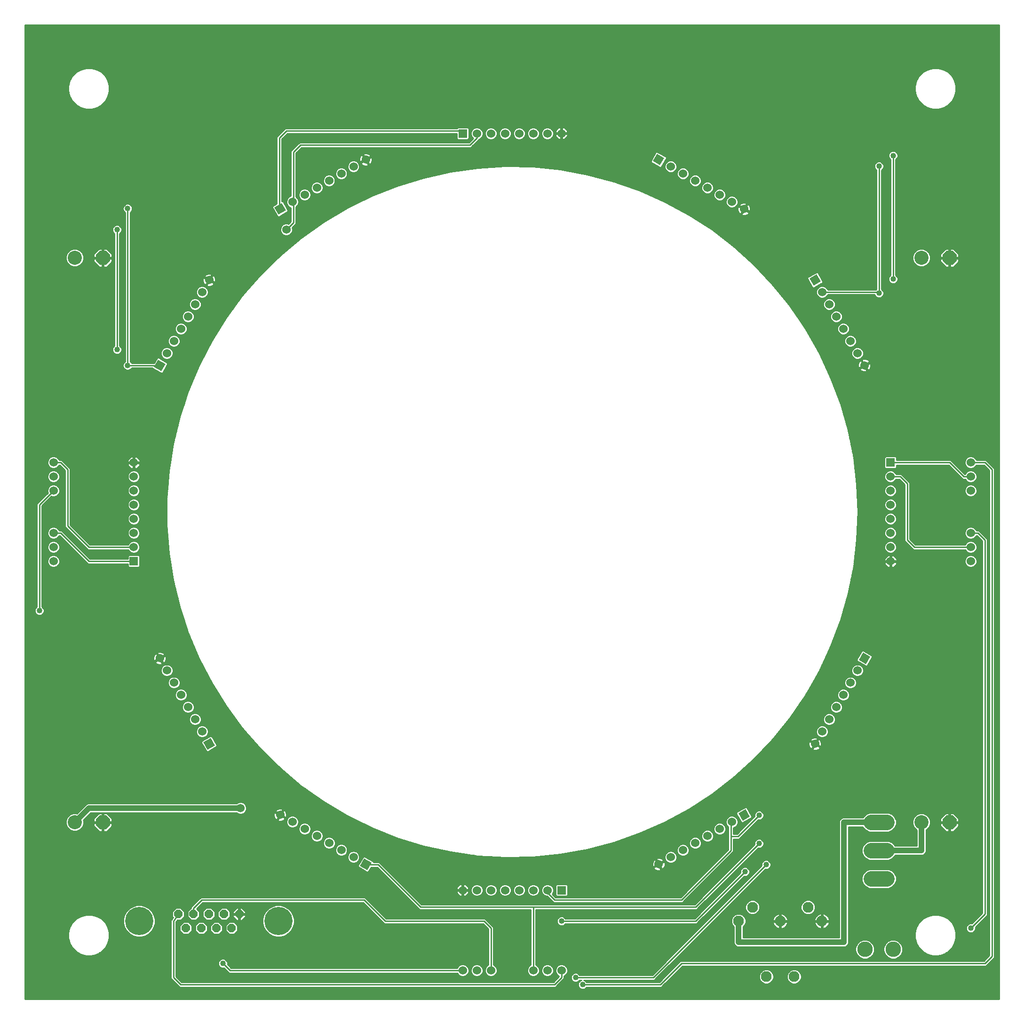
<source format=gbl>
G75*
G70*
%OFA0B0*%
%FSLAX24Y24*%
%IPPOS*%
%LPD*%
%AMOC8*
5,1,8,0,0,1.08239X$1,22.5*
%
%ADD10R,0.0600X0.0600*%
%ADD11C,0.0600*%
%ADD12R,0.0600X0.0600*%
%ADD13OC8,0.0600*%
%ADD14C,0.2000*%
%ADD15C,0.0768*%
%ADD16C,0.1095*%
%ADD17C,0.1095*%
%ADD18C,0.1000*%
%ADD19OC8,0.1000*%
%ADD20C,0.0100*%
%ADD21C,0.1400*%
%ADD22C,0.0400*%
%ADD23C,0.0400*%
D10*
X008343Y033136D03*
X031655Y063448D03*
X061967Y040136D03*
X038655Y009824D03*
D11*
X037655Y009824D03*
X036655Y009824D03*
X035655Y009824D03*
X034655Y009824D03*
X033655Y009824D03*
X032655Y009824D03*
X031655Y009824D03*
X031655Y004136D03*
X032655Y004136D03*
X033655Y004136D03*
X036655Y004136D03*
X037655Y004136D03*
X038655Y004136D03*
X045530Y011666D03*
X046396Y012166D03*
X047262Y012666D03*
X048128Y013166D03*
X048994Y013666D03*
X049860Y014166D03*
X050726Y014666D03*
X056625Y020199D03*
X057125Y021065D03*
X057625Y021931D03*
X058125Y022797D03*
X058625Y023663D03*
X059125Y024529D03*
X059625Y025395D03*
X061967Y033136D03*
X061967Y034136D03*
X061967Y035136D03*
X061967Y036136D03*
X061967Y037136D03*
X061967Y038136D03*
X061967Y039136D03*
X067655Y039136D03*
X067655Y038136D03*
X067655Y040136D03*
X067655Y035136D03*
X067655Y034136D03*
X067655Y033136D03*
X060125Y047011D03*
X059625Y047877D03*
X059125Y048743D03*
X058625Y049609D03*
X058125Y050475D03*
X057625Y051341D03*
X057125Y052207D03*
X051592Y058106D03*
X050726Y058606D03*
X049860Y059106D03*
X048994Y059606D03*
X048128Y060106D03*
X047261Y060606D03*
X046395Y061106D03*
X038655Y063448D03*
X037655Y063448D03*
X036655Y063448D03*
X035655Y063448D03*
X034655Y063448D03*
X033655Y063448D03*
X032655Y063448D03*
X024780Y061606D03*
X023914Y061106D03*
X023048Y060606D03*
X022182Y060106D03*
X021316Y059606D03*
X020449Y059106D03*
X019583Y058606D03*
X019155Y056636D03*
X013685Y053073D03*
X013185Y052207D03*
X012685Y051341D03*
X012185Y050475D03*
X011685Y049609D03*
X011185Y048743D03*
X010685Y047877D03*
X008343Y040136D03*
X008343Y039136D03*
X008343Y038136D03*
X008343Y037136D03*
X008343Y036136D03*
X008343Y035136D03*
X008343Y034136D03*
X002655Y034136D03*
X002655Y033136D03*
X002655Y035136D03*
X002655Y038136D03*
X002655Y039136D03*
X002655Y040136D03*
X010185Y026261D03*
X010685Y025395D03*
X011185Y024529D03*
X011685Y023663D03*
X012185Y022797D03*
X012685Y021931D03*
X013185Y021065D03*
X015905Y015636D03*
X018718Y015166D03*
X019584Y014666D03*
X020450Y014166D03*
X021316Y013666D03*
X022182Y013166D03*
X023048Y012666D03*
X023914Y012166D03*
D12*
G36*
X024371Y011557D02*
X024671Y012075D01*
X025189Y011775D01*
X024889Y011257D01*
X024371Y011557D01*
G37*
G36*
X013276Y020308D02*
X013794Y020608D01*
X014094Y020090D01*
X013576Y019790D01*
X013276Y020308D01*
G37*
G36*
X010076Y047420D02*
X010594Y047120D01*
X010294Y046602D01*
X009776Y046902D01*
X010076Y047420D01*
G37*
G36*
X018826Y058515D02*
X019126Y057997D01*
X018608Y057697D01*
X018308Y058215D01*
X018826Y058515D01*
G37*
G36*
X045938Y061715D02*
X045638Y061197D01*
X045120Y061497D01*
X045420Y062015D01*
X045938Y061715D01*
G37*
G36*
X057034Y052964D02*
X056516Y052664D01*
X056216Y053182D01*
X056734Y053482D01*
X057034Y052964D01*
G37*
G36*
X060234Y025852D02*
X059716Y026152D01*
X060016Y026670D01*
X060534Y026370D01*
X060234Y025852D01*
G37*
G36*
X051483Y014757D02*
X051183Y015275D01*
X051701Y015575D01*
X052001Y015057D01*
X051483Y014757D01*
G37*
D13*
X015815Y008136D03*
X014735Y008136D03*
X013655Y008136D03*
X012575Y008136D03*
X011495Y008136D03*
X012035Y007136D03*
X013115Y007136D03*
X014195Y007136D03*
X015275Y007136D03*
D14*
X018585Y007636D03*
X008725Y007636D03*
D15*
X051202Y007636D03*
X052186Y008620D03*
X054155Y007636D03*
X056123Y008620D03*
X057107Y007636D03*
X055139Y003699D03*
X053170Y003699D03*
D16*
X060607Y010636D02*
X061702Y010636D01*
X061702Y012636D02*
X060607Y012636D01*
X060607Y014636D02*
X061702Y014636D01*
D17*
X062155Y005636D03*
X060155Y005636D03*
D18*
X064155Y014636D03*
X064155Y054636D03*
X004155Y054636D03*
X004155Y014636D03*
D19*
X006155Y014636D03*
X006155Y054636D03*
X066155Y054636D03*
X066155Y014636D03*
D20*
X000640Y002121D02*
X000640Y071151D01*
X069670Y071151D01*
X069670Y002121D01*
X000640Y002121D01*
X000640Y002146D02*
X069670Y002146D01*
X069670Y002245D02*
X000640Y002245D01*
X000640Y002343D02*
X069670Y002343D01*
X069670Y002442D02*
X000640Y002442D01*
X000640Y002540D02*
X069670Y002540D01*
X069670Y002639D02*
X000640Y002639D01*
X000640Y002737D02*
X069670Y002737D01*
X069670Y002836D02*
X040292Y002836D01*
X040342Y002856D02*
X040434Y002949D01*
X040437Y002956D01*
X045729Y002956D01*
X045835Y003062D01*
X047229Y004456D01*
X068580Y004456D01*
X068729Y004456D01*
X069229Y004956D01*
X069335Y005062D01*
X069335Y039562D01*
X069335Y039711D01*
X068835Y040211D01*
X068729Y040316D01*
X068045Y040316D01*
X068019Y040380D01*
X067898Y040501D01*
X067740Y040566D01*
X067569Y040566D01*
X067411Y040501D01*
X067290Y040380D01*
X067225Y040222D01*
X067225Y040051D01*
X067290Y039893D01*
X067411Y039772D01*
X067569Y039706D01*
X067740Y039706D01*
X067898Y039772D01*
X068019Y039893D01*
X068045Y039956D01*
X068580Y039956D01*
X068975Y039562D01*
X068975Y005211D01*
X068580Y004816D01*
X047080Y004816D01*
X046975Y004711D01*
X045580Y003316D01*
X040437Y003316D01*
X040434Y003323D01*
X040342Y003416D01*
X040244Y003456D01*
X045229Y003456D01*
X045335Y003562D01*
X053082Y011309D01*
X053089Y011306D01*
X053220Y011306D01*
X053342Y011356D01*
X053434Y011449D01*
X053485Y011571D01*
X053485Y011702D01*
X053434Y011823D01*
X053342Y011916D01*
X053220Y011966D01*
X053089Y011966D01*
X052968Y011916D01*
X052875Y011823D01*
X052825Y011702D01*
X052825Y011571D01*
X052828Y011564D01*
X045080Y003816D01*
X039937Y003816D01*
X039934Y003823D01*
X039842Y003916D01*
X039720Y003966D01*
X039589Y003966D01*
X039468Y003916D01*
X039375Y003823D01*
X039325Y003702D01*
X039325Y003571D01*
X039375Y003449D01*
X039468Y003356D01*
X039589Y003306D01*
X039720Y003306D01*
X039842Y003356D01*
X039934Y003449D01*
X039937Y003456D01*
X040065Y003456D01*
X039968Y003416D01*
X039875Y003323D01*
X039825Y003202D01*
X039825Y003071D01*
X039875Y002949D01*
X039968Y002856D01*
X040089Y002806D01*
X040220Y002806D01*
X040342Y002856D01*
X040419Y002934D02*
X069670Y002934D01*
X069670Y003033D02*
X045806Y003033D01*
X045904Y003131D02*
X069670Y003131D01*
X069670Y003230D02*
X055349Y003230D01*
X055430Y003264D02*
X055574Y003408D01*
X055653Y003597D01*
X055653Y003801D01*
X055574Y003990D01*
X055430Y004135D01*
X055241Y004213D01*
X055037Y004213D01*
X054848Y004135D01*
X054703Y003990D01*
X054625Y003801D01*
X054625Y003597D01*
X054703Y003408D01*
X054848Y003264D01*
X055037Y003185D01*
X055241Y003185D01*
X055430Y003264D01*
X055495Y003329D02*
X069670Y003329D01*
X069670Y003427D02*
X055582Y003427D01*
X055623Y003526D02*
X069670Y003526D01*
X069670Y003624D02*
X055653Y003624D01*
X055653Y003723D02*
X069670Y003723D01*
X069670Y003821D02*
X055644Y003821D01*
X055604Y003920D02*
X069670Y003920D01*
X069670Y004018D02*
X055546Y004018D01*
X055448Y004117D02*
X069670Y004117D01*
X069670Y004215D02*
X046988Y004215D01*
X046890Y004117D02*
X052861Y004117D01*
X052879Y004135D02*
X052735Y003990D01*
X052657Y003801D01*
X052657Y003597D01*
X052735Y003408D01*
X052879Y003264D01*
X053068Y003185D01*
X053273Y003185D01*
X053461Y003264D01*
X053606Y003408D01*
X053684Y003597D01*
X053684Y003801D01*
X053606Y003990D01*
X053461Y004135D01*
X053273Y004213D01*
X053068Y004213D01*
X052879Y004135D01*
X052763Y004018D02*
X046791Y004018D01*
X046693Y003920D02*
X052706Y003920D01*
X052665Y003821D02*
X046594Y003821D01*
X046496Y003723D02*
X052657Y003723D01*
X052657Y003624D02*
X046397Y003624D01*
X046299Y003526D02*
X052686Y003526D01*
X052727Y003427D02*
X046200Y003427D01*
X046102Y003329D02*
X052814Y003329D01*
X052960Y003230D02*
X046003Y003230D01*
X045655Y003136D02*
X040155Y003136D01*
X040017Y002836D02*
X000640Y002836D01*
X000640Y002934D02*
X039890Y002934D01*
X039840Y003033D02*
X038306Y003033D01*
X038335Y003062D02*
X038835Y003562D01*
X038835Y003711D01*
X038835Y003745D01*
X038898Y003772D01*
X039019Y003893D01*
X039085Y004051D01*
X039085Y004222D01*
X039019Y004380D01*
X038898Y004501D01*
X038740Y004566D01*
X038569Y004566D01*
X038411Y004501D01*
X038290Y004380D01*
X038225Y004222D01*
X038225Y004051D01*
X038290Y003893D01*
X038411Y003772D01*
X038475Y003745D01*
X038475Y003711D01*
X038080Y003316D01*
X011729Y003316D01*
X011335Y003711D01*
X011335Y007581D01*
X011420Y007706D01*
X011673Y007706D01*
X011925Y007958D01*
X011925Y008314D01*
X011673Y008566D01*
X011317Y008566D01*
X011065Y008314D01*
X011065Y007958D01*
X011119Y007904D01*
X011015Y007751D01*
X010975Y007711D01*
X010975Y007692D01*
X010964Y007676D01*
X010975Y007619D01*
X010975Y003562D01*
X011080Y003456D01*
X011580Y002956D01*
X011729Y002956D01*
X038229Y002956D01*
X038335Y003062D01*
X038404Y003131D02*
X039825Y003131D01*
X039836Y003230D02*
X038503Y003230D01*
X038602Y003329D02*
X039535Y003329D01*
X039397Y003427D02*
X038700Y003427D01*
X038799Y003526D02*
X039343Y003526D01*
X039325Y003624D02*
X038835Y003624D01*
X038835Y003723D02*
X039333Y003723D01*
X039374Y003821D02*
X038948Y003821D01*
X039030Y003920D02*
X039477Y003920D01*
X039655Y003636D02*
X045155Y003636D01*
X053155Y011636D01*
X053459Y011508D02*
X058325Y011508D01*
X058325Y011606D02*
X053485Y011606D01*
X053483Y011705D02*
X058325Y011705D01*
X058325Y011803D02*
X053443Y011803D01*
X053356Y011902D02*
X058325Y011902D01*
X058325Y012000D02*
X051773Y012000D01*
X051675Y011902D02*
X052954Y011902D01*
X052867Y011803D02*
X051576Y011803D01*
X051478Y011705D02*
X052826Y011705D01*
X052825Y011606D02*
X051379Y011606D01*
X051281Y011508D02*
X052772Y011508D01*
X052673Y011409D02*
X051848Y011409D01*
X051842Y011416D02*
X051720Y011466D01*
X051589Y011466D01*
X051468Y011416D01*
X051375Y011323D01*
X051325Y011202D01*
X051325Y011071D01*
X051328Y011064D01*
X048080Y007816D01*
X038937Y007816D01*
X038934Y007823D01*
X038842Y007916D01*
X038720Y007966D01*
X038589Y007966D01*
X038468Y007916D01*
X038375Y007823D01*
X038325Y007702D01*
X038325Y007571D01*
X038375Y007449D01*
X038468Y007356D01*
X038589Y007306D01*
X038720Y007306D01*
X038842Y007356D01*
X038934Y007449D01*
X038937Y007456D01*
X048229Y007456D01*
X048335Y007562D01*
X051582Y010809D01*
X051589Y010806D01*
X051720Y010806D01*
X051842Y010856D01*
X051934Y010949D01*
X051985Y011071D01*
X051985Y011202D01*
X051934Y011323D01*
X051842Y011416D01*
X051940Y011311D02*
X052574Y011311D01*
X052476Y011212D02*
X051980Y011212D01*
X051985Y011114D02*
X052377Y011114D01*
X052279Y011015D02*
X051962Y011015D01*
X051901Y010916D02*
X052180Y010916D01*
X052082Y010818D02*
X051748Y010818D01*
X051885Y010621D02*
X051394Y010621D01*
X051492Y010719D02*
X051983Y010719D01*
X051786Y010522D02*
X051295Y010522D01*
X051197Y010424D02*
X051688Y010424D01*
X051589Y010325D02*
X051098Y010325D01*
X051000Y010227D02*
X051491Y010227D01*
X051392Y010128D02*
X050901Y010128D01*
X050802Y010030D02*
X051293Y010030D01*
X051195Y009931D02*
X050704Y009931D01*
X050605Y009832D02*
X051096Y009832D01*
X050998Y009734D02*
X050507Y009734D01*
X050408Y009635D02*
X050899Y009635D01*
X050801Y009537D02*
X050310Y009537D01*
X050211Y009438D02*
X050702Y009438D01*
X050604Y009340D02*
X050113Y009340D01*
X050014Y009241D02*
X050505Y009241D01*
X050407Y009143D02*
X049916Y009143D01*
X049817Y009044D02*
X050308Y009044D01*
X050209Y008946D02*
X049719Y008946D01*
X049620Y008847D02*
X050111Y008847D01*
X050012Y008748D02*
X049521Y008748D01*
X049423Y008650D02*
X049914Y008650D01*
X049815Y008551D02*
X049324Y008551D01*
X049226Y008453D02*
X049717Y008453D01*
X049618Y008354D02*
X049127Y008354D01*
X049029Y008256D02*
X049520Y008256D01*
X049421Y008157D02*
X048930Y008157D01*
X048832Y008059D02*
X049323Y008059D01*
X049224Y007960D02*
X048733Y007960D01*
X048635Y007862D02*
X049125Y007862D01*
X049027Y007763D02*
X048536Y007763D01*
X048437Y007664D02*
X048928Y007664D01*
X048830Y007566D02*
X048339Y007566D01*
X048240Y007467D02*
X048731Y007467D01*
X048633Y007369D02*
X038854Y007369D01*
X038655Y007636D02*
X048155Y007636D01*
X051655Y011136D01*
X051325Y011114D02*
X050886Y011114D01*
X050985Y011212D02*
X051329Y011212D01*
X051370Y011311D02*
X051084Y011311D01*
X051182Y011409D02*
X051461Y011409D01*
X051279Y011015D02*
X050788Y011015D01*
X050689Y010916D02*
X051180Y010916D01*
X051082Y010818D02*
X050591Y010818D01*
X050492Y010719D02*
X050983Y010719D01*
X050885Y010621D02*
X050394Y010621D01*
X050295Y010522D02*
X050786Y010522D01*
X050688Y010424D02*
X050197Y010424D01*
X050098Y010325D02*
X050589Y010325D01*
X050491Y010227D02*
X050000Y010227D01*
X049901Y010128D02*
X050392Y010128D01*
X050293Y010030D02*
X049802Y010030D01*
X049704Y009931D02*
X050195Y009931D01*
X050096Y009832D02*
X049605Y009832D01*
X049507Y009734D02*
X049998Y009734D01*
X049899Y009635D02*
X049408Y009635D01*
X049310Y009537D02*
X049801Y009537D01*
X049702Y009438D02*
X049211Y009438D01*
X049113Y009340D02*
X049604Y009340D01*
X049505Y009241D02*
X049014Y009241D01*
X048916Y009143D02*
X049407Y009143D01*
X049308Y009044D02*
X048817Y009044D01*
X048718Y008946D02*
X049209Y008946D01*
X049111Y008847D02*
X048620Y008847D01*
X048521Y008748D02*
X049012Y008748D01*
X048914Y008650D02*
X048423Y008650D01*
X048335Y008562D02*
X052582Y012809D01*
X052589Y012806D01*
X052720Y012806D01*
X052842Y012856D01*
X052934Y012949D01*
X052985Y013071D01*
X052985Y013202D01*
X052934Y013323D01*
X052842Y013416D01*
X052720Y013466D01*
X052589Y013466D01*
X052468Y013416D01*
X052375Y013323D01*
X052325Y013202D01*
X052325Y013071D01*
X052328Y013064D01*
X048080Y008816D01*
X036580Y008816D01*
X028729Y008816D01*
X025835Y011711D01*
X025729Y011816D01*
X025313Y011816D01*
X025301Y011862D01*
X024688Y012215D01*
X024584Y012188D01*
X024231Y011575D01*
X024258Y011471D01*
X024871Y011117D01*
X024975Y011145D01*
X025155Y011456D01*
X025580Y011456D01*
X028580Y008456D01*
X028729Y008456D01*
X036475Y008456D01*
X036475Y004527D01*
X036411Y004501D01*
X036290Y004380D01*
X036225Y004222D01*
X036225Y004051D01*
X036290Y003893D01*
X036411Y003772D01*
X036569Y003706D01*
X036740Y003706D01*
X036898Y003772D01*
X037019Y003893D01*
X037085Y004051D01*
X037085Y004222D01*
X037019Y004380D01*
X036898Y004501D01*
X036835Y004527D01*
X036835Y008456D01*
X048229Y008456D01*
X048335Y008562D01*
X048324Y008551D02*
X048815Y008551D01*
X048717Y008453D02*
X036835Y008453D01*
X036835Y008354D02*
X048618Y008354D01*
X048520Y008256D02*
X036835Y008256D01*
X036835Y008157D02*
X048421Y008157D01*
X048323Y008059D02*
X036835Y008059D01*
X036835Y007960D02*
X038574Y007960D01*
X038735Y007960D02*
X048224Y007960D01*
X048125Y007862D02*
X038896Y007862D01*
X038413Y007862D02*
X036835Y007862D01*
X036835Y007763D02*
X038350Y007763D01*
X038325Y007664D02*
X036835Y007664D01*
X036835Y007566D02*
X038327Y007566D01*
X038367Y007467D02*
X036835Y007467D01*
X036835Y007369D02*
X038455Y007369D01*
X038229Y008956D02*
X047229Y008956D01*
X047335Y009062D01*
X050835Y012562D01*
X050835Y012711D01*
X050835Y013456D01*
X051080Y013456D01*
X051229Y013456D01*
X052582Y014809D01*
X052589Y014806D01*
X052720Y014806D01*
X052842Y014856D01*
X052934Y014949D01*
X052985Y015071D01*
X052985Y015202D01*
X052934Y015323D01*
X052842Y015416D01*
X052720Y015466D01*
X052589Y015466D01*
X052468Y015416D01*
X052375Y015323D01*
X052325Y015202D01*
X052325Y015071D01*
X052328Y015064D01*
X051080Y013816D01*
X050835Y013816D01*
X050835Y014246D01*
X050969Y014302D01*
X051090Y014423D01*
X051156Y014581D01*
X051156Y014752D01*
X051090Y014910D01*
X050969Y015031D01*
X050811Y015096D01*
X050640Y015096D01*
X050482Y015031D01*
X050361Y014910D01*
X050296Y014752D01*
X050296Y014581D01*
X050361Y014423D01*
X050475Y014309D01*
X050475Y013562D01*
X050475Y012711D01*
X047080Y009316D01*
X038229Y009316D01*
X037992Y009553D01*
X038019Y009581D01*
X038085Y009739D01*
X038085Y009910D01*
X038019Y010068D01*
X037898Y010189D01*
X037740Y010254D01*
X037569Y010254D01*
X037411Y010189D01*
X037290Y010068D01*
X037225Y009910D01*
X037225Y009739D01*
X037290Y009581D01*
X037411Y009460D01*
X037569Y009394D01*
X037642Y009394D01*
X038080Y008956D01*
X038229Y008956D01*
X038155Y009136D02*
X037655Y009636D01*
X037655Y009824D01*
X038085Y009832D02*
X038225Y009832D01*
X038225Y009734D02*
X038083Y009734D01*
X038042Y009635D02*
X038225Y009635D01*
X038225Y009537D02*
X038009Y009537D01*
X038107Y009438D02*
X038257Y009438D01*
X038225Y009470D02*
X038301Y009394D01*
X039008Y009394D01*
X039085Y009470D01*
X039085Y010178D01*
X039008Y010254D01*
X038301Y010254D01*
X038225Y010178D01*
X038225Y009470D01*
X038206Y009340D02*
X047104Y009340D01*
X047202Y009438D02*
X039053Y009438D01*
X039085Y009537D02*
X047301Y009537D01*
X047399Y009635D02*
X039085Y009635D01*
X039085Y009734D02*
X047498Y009734D01*
X047596Y009832D02*
X039085Y009832D01*
X039085Y009931D02*
X047695Y009931D01*
X047793Y010030D02*
X039085Y010030D01*
X039085Y010128D02*
X047892Y010128D01*
X047991Y010227D02*
X039036Y010227D01*
X038273Y010227D02*
X037807Y010227D01*
X037959Y010128D02*
X038225Y010128D01*
X038225Y010030D02*
X038035Y010030D01*
X038076Y009931D02*
X038225Y009931D01*
X037503Y010227D02*
X036807Y010227D01*
X036740Y010254D02*
X036569Y010254D01*
X036411Y010189D01*
X036290Y010068D01*
X036225Y009910D01*
X036225Y009739D01*
X036290Y009581D01*
X036411Y009460D01*
X036569Y009394D01*
X036740Y009394D01*
X036898Y009460D01*
X037019Y009581D01*
X037085Y009739D01*
X037085Y009910D01*
X037019Y010068D01*
X036898Y010189D01*
X036740Y010254D01*
X036503Y010227D02*
X035807Y010227D01*
X035740Y010254D02*
X035569Y010254D01*
X035411Y010189D01*
X035290Y010068D01*
X035225Y009910D01*
X035225Y009739D01*
X035290Y009581D01*
X035411Y009460D01*
X035569Y009394D01*
X035740Y009394D01*
X035898Y009460D01*
X036019Y009581D01*
X036085Y009739D01*
X036085Y009910D01*
X036019Y010068D01*
X035898Y010189D01*
X035740Y010254D01*
X035503Y010227D02*
X034807Y010227D01*
X034740Y010254D02*
X034569Y010254D01*
X034411Y010189D01*
X034290Y010068D01*
X034225Y009910D01*
X034225Y009739D01*
X034290Y009581D01*
X034411Y009460D01*
X034569Y009394D01*
X034740Y009394D01*
X034898Y009460D01*
X035019Y009581D01*
X035085Y009739D01*
X035085Y009910D01*
X035019Y010068D01*
X034898Y010189D01*
X034740Y010254D01*
X034503Y010227D02*
X033807Y010227D01*
X033740Y010254D02*
X033898Y010189D01*
X034019Y010068D01*
X034085Y009910D01*
X034085Y009739D01*
X034019Y009581D01*
X033898Y009460D01*
X033740Y009394D01*
X033569Y009394D01*
X033411Y009460D01*
X033290Y009581D01*
X033225Y009739D01*
X033225Y009910D01*
X033290Y010068D01*
X033411Y010189D01*
X033569Y010254D01*
X033740Y010254D01*
X033503Y010227D02*
X032807Y010227D01*
X032740Y010254D02*
X032569Y010254D01*
X032411Y010189D01*
X032290Y010068D01*
X032225Y009910D01*
X032225Y009739D01*
X032290Y009581D01*
X032411Y009460D01*
X032569Y009394D01*
X032740Y009394D01*
X032898Y009460D01*
X033019Y009581D01*
X033085Y009739D01*
X033085Y009910D01*
X033019Y010068D01*
X032898Y010189D01*
X032740Y010254D01*
X032503Y010227D02*
X031859Y010227D01*
X031910Y010206D02*
X031744Y010274D01*
X031705Y010274D01*
X031705Y009874D01*
X032105Y009874D01*
X032105Y009914D01*
X032036Y010079D01*
X031910Y010206D01*
X031987Y010128D02*
X032350Y010128D01*
X032274Y010030D02*
X032057Y010030D01*
X032097Y009931D02*
X032233Y009931D01*
X032225Y009832D02*
X031705Y009832D01*
X031705Y009874D02*
X031705Y009774D01*
X032105Y009774D01*
X032105Y009735D01*
X032036Y009569D01*
X031910Y009443D01*
X031744Y009374D01*
X031705Y009374D01*
X031705Y009774D01*
X031605Y009774D01*
X031605Y009374D01*
X031565Y009374D01*
X031400Y009443D01*
X031273Y009569D01*
X031205Y009735D01*
X031205Y009774D01*
X031604Y009774D01*
X031604Y009874D01*
X031205Y009874D01*
X031205Y009914D01*
X031273Y010079D01*
X031400Y010206D01*
X031565Y010274D01*
X031605Y010274D01*
X031605Y009874D01*
X031705Y009874D01*
X031705Y009931D02*
X031605Y009931D01*
X031605Y010030D02*
X031705Y010030D01*
X031705Y010128D02*
X031605Y010128D01*
X031605Y010227D02*
X031705Y010227D01*
X031450Y010227D02*
X027319Y010227D01*
X027220Y010325D02*
X048089Y010325D01*
X048188Y010424D02*
X027122Y010424D01*
X027023Y010522D02*
X048286Y010522D01*
X048385Y010621D02*
X026925Y010621D01*
X026826Y010719D02*
X048483Y010719D01*
X048582Y010818D02*
X026727Y010818D01*
X026629Y010916D02*
X048680Y010916D01*
X048779Y011015D02*
X026530Y011015D01*
X026432Y011114D02*
X048877Y011114D01*
X048976Y011212D02*
X026333Y011212D01*
X026235Y011311D02*
X045249Y011311D01*
X045275Y011285D02*
X045440Y011216D01*
X045619Y011216D01*
X045710Y011254D01*
X045511Y011598D01*
X045163Y011397D01*
X045275Y011285D01*
X045184Y011409D02*
X026136Y011409D01*
X026038Y011508D02*
X045108Y011508D01*
X045117Y011486D02*
X045461Y011684D01*
X045511Y011598D01*
X045598Y011648D01*
X045548Y011735D01*
X045461Y011685D01*
X045260Y012033D01*
X045148Y011921D01*
X045080Y011756D01*
X045080Y011577D01*
X045117Y011486D01*
X045155Y011508D02*
X045355Y011508D01*
X045326Y011606D02*
X045506Y011606D01*
X045526Y011606D02*
X045622Y011606D01*
X045598Y011648D02*
X045799Y011299D01*
X045911Y011411D01*
X045980Y011577D01*
X045980Y011756D01*
X045942Y011847D01*
X045598Y011648D01*
X045565Y011705D02*
X045696Y011705D01*
X045667Y011803D02*
X045867Y011803D01*
X045960Y011803D02*
X046150Y011803D01*
X046152Y011802D02*
X046310Y011736D01*
X046481Y011736D01*
X046639Y011802D01*
X046760Y011923D01*
X046826Y012081D01*
X046826Y012252D01*
X046760Y012410D01*
X046639Y012531D01*
X046481Y012596D01*
X046310Y012596D01*
X046152Y012531D01*
X046031Y012410D01*
X045966Y012252D01*
X045966Y012081D01*
X046031Y011923D01*
X046152Y011802D01*
X046052Y011902D02*
X045838Y011902D01*
X045896Y011936D02*
X045785Y012048D01*
X045619Y012116D01*
X045440Y012116D01*
X045349Y012079D01*
X045548Y011735D01*
X045896Y011936D01*
X045832Y012000D02*
X045999Y012000D01*
X045966Y012099D02*
X045661Y012099D01*
X045399Y012099D02*
X024890Y012099D01*
X024720Y012197D02*
X033723Y012197D01*
X034667Y012141D02*
X032723Y012257D01*
X032723Y012257D01*
X030794Y012527D01*
X030794Y012527D01*
X028892Y012950D01*
X028892Y012950D01*
X027030Y013523D01*
X027030Y013523D01*
X025219Y014241D01*
X025219Y014241D01*
X023471Y015101D01*
X023471Y015101D01*
X021797Y016098D01*
X021797Y016098D01*
X020208Y017224D01*
X020208Y017224D01*
X018713Y018473D01*
X018713Y018473D01*
X017322Y019836D01*
X017322Y019836D01*
X016043Y021306D01*
X016043Y021306D01*
X014886Y022873D01*
X013856Y024527D01*
X012962Y026258D01*
X012207Y028054D01*
X011598Y029904D01*
X011137Y031797D01*
X010829Y033720D01*
X010674Y035662D01*
X010674Y037610D01*
X010829Y039552D01*
X011137Y041476D01*
X011137Y041476D01*
X011598Y043368D01*
X011598Y043369D01*
X012207Y045219D01*
X012207Y045219D01*
X012962Y047015D01*
X012962Y047015D01*
X013856Y048745D01*
X013856Y048745D01*
X014886Y050399D01*
X014886Y050399D01*
X016043Y051966D01*
X016043Y051966D01*
X017322Y053436D01*
X017322Y053436D01*
X018713Y054800D01*
X018713Y054800D01*
X020208Y056049D01*
X020208Y056049D01*
X021797Y057175D01*
X021797Y057175D01*
X023471Y058171D01*
X023471Y058171D01*
X025219Y059031D01*
X025219Y059031D01*
X027030Y059750D01*
X027030Y059750D01*
X028892Y060322D01*
X028892Y060322D01*
X030794Y060745D01*
X030794Y060745D01*
X032723Y061015D01*
X032723Y061015D01*
X034667Y061131D01*
X034668Y061131D01*
X036615Y061093D01*
X036615Y061093D01*
X038554Y060899D01*
X038554Y060899D01*
X040471Y060553D01*
X040471Y060553D01*
X042354Y060055D01*
X042354Y060055D01*
X044192Y059409D01*
X044192Y059409D01*
X045972Y058619D01*
X045972Y058619D01*
X047685Y057690D01*
X049318Y056627D01*
X050861Y055439D01*
X052306Y054132D01*
X052306Y054132D01*
X053641Y052714D01*
X053641Y052714D01*
X054860Y051194D01*
X055955Y049582D01*
X056918Y047889D01*
X057743Y046124D01*
X058425Y044300D01*
X058961Y042427D01*
X059345Y040517D01*
X059577Y038583D01*
X059577Y038583D01*
X059655Y036636D01*
X062975Y036636D01*
X062975Y036538D02*
X062121Y036538D01*
X062052Y036566D02*
X061881Y036566D01*
X061723Y036501D01*
X061602Y036380D01*
X061537Y036222D01*
X061537Y036051D01*
X061602Y035893D01*
X061723Y035772D01*
X061881Y035706D01*
X062052Y035706D01*
X062210Y035772D01*
X062331Y035893D01*
X062397Y036051D01*
X062397Y036222D01*
X062331Y036380D01*
X062210Y036501D01*
X062052Y036566D01*
X062052Y036706D02*
X062210Y036772D01*
X062331Y036893D01*
X062397Y037051D01*
X062397Y037222D01*
X062331Y037380D01*
X062210Y037501D01*
X062052Y037566D01*
X061881Y037566D01*
X061723Y037501D01*
X061602Y037380D01*
X061537Y037222D01*
X061537Y037051D01*
X061602Y036893D01*
X061723Y036772D01*
X061881Y036706D01*
X062052Y036706D01*
X062121Y036735D02*
X062975Y036735D01*
X062975Y036833D02*
X062272Y036833D01*
X062347Y036932D02*
X062975Y036932D01*
X062975Y037030D02*
X062388Y037030D01*
X062397Y037129D02*
X062975Y037129D01*
X062975Y037227D02*
X062394Y037227D01*
X062353Y037326D02*
X062975Y037326D01*
X062975Y037425D02*
X062286Y037425D01*
X062156Y037523D02*
X062975Y037523D01*
X062975Y037622D02*
X059615Y037622D01*
X059611Y037720D02*
X061847Y037720D01*
X061881Y037706D02*
X061723Y037772D01*
X061602Y037893D01*
X061537Y038051D01*
X061537Y038222D01*
X061602Y038380D01*
X061723Y038501D01*
X061881Y038566D01*
X062052Y038566D01*
X062210Y038501D01*
X062331Y038380D01*
X062397Y038222D01*
X062397Y038051D01*
X062331Y037893D01*
X062210Y037772D01*
X062052Y037706D01*
X061881Y037706D01*
X062086Y037720D02*
X062975Y037720D01*
X062975Y037819D02*
X062257Y037819D01*
X062341Y037917D02*
X062975Y037917D01*
X062975Y038016D02*
X062382Y038016D01*
X062397Y038114D02*
X062975Y038114D01*
X062975Y038213D02*
X062397Y038213D01*
X062359Y038311D02*
X062975Y038311D01*
X062975Y038410D02*
X062301Y038410D01*
X062191Y038509D02*
X062975Y038509D01*
X062975Y038562D02*
X062975Y034711D01*
X062975Y034562D01*
X063475Y034062D01*
X063580Y033956D01*
X067264Y033956D01*
X067290Y033893D01*
X067411Y033772D01*
X067569Y033706D01*
X067740Y033706D01*
X067898Y033772D01*
X068019Y033893D01*
X068085Y034051D01*
X068085Y034222D01*
X068019Y034380D01*
X067898Y034501D01*
X067740Y034566D01*
X067569Y034566D01*
X067411Y034501D01*
X067290Y034380D01*
X067264Y034316D01*
X063729Y034316D01*
X063335Y034711D01*
X063335Y038711D01*
X063229Y038816D01*
X062835Y039211D01*
X062729Y039316D01*
X062357Y039316D01*
X062331Y039380D01*
X062210Y039501D01*
X062052Y039566D01*
X061881Y039566D01*
X061723Y039501D01*
X061602Y039380D01*
X061537Y039222D01*
X061537Y039051D01*
X061602Y038893D01*
X061723Y038772D01*
X061881Y038706D01*
X062052Y038706D01*
X062210Y038772D01*
X062331Y038893D01*
X062357Y038956D01*
X062580Y038956D01*
X062975Y038562D01*
X062929Y038607D02*
X059574Y038607D01*
X059580Y038509D02*
X061742Y038509D01*
X061632Y038410D02*
X059584Y038410D01*
X059588Y038311D02*
X061574Y038311D01*
X061537Y038213D02*
X059592Y038213D01*
X059596Y038114D02*
X061537Y038114D01*
X061551Y038016D02*
X059600Y038016D01*
X059604Y037917D02*
X061592Y037917D01*
X061676Y037819D02*
X059608Y037819D01*
X059619Y037523D02*
X061777Y037523D01*
X061647Y037425D02*
X059623Y037425D01*
X059627Y037326D02*
X061580Y037326D01*
X061539Y037227D02*
X059631Y037227D01*
X059635Y037129D02*
X061537Y037129D01*
X061545Y037030D02*
X059639Y037030D01*
X059643Y036932D02*
X061586Y036932D01*
X061661Y036833D02*
X059647Y036833D01*
X059651Y036735D02*
X061812Y036735D01*
X061812Y036538D02*
X059651Y036538D01*
X059655Y036636D02*
X059577Y034690D01*
X059345Y032755D01*
X058961Y030846D01*
X058425Y028973D01*
X057743Y027148D01*
X056918Y025383D01*
X056918Y025383D01*
X055955Y023690D01*
X055955Y023690D01*
X054860Y022078D01*
X054860Y022078D01*
X053641Y020559D01*
X053641Y020559D01*
X052306Y019141D01*
X052306Y019141D01*
X052306Y019141D01*
X050861Y017833D01*
X050861Y017833D01*
X049318Y016645D01*
X049318Y016645D01*
X047685Y015583D01*
X047685Y015583D01*
X045972Y014654D01*
X045972Y014654D01*
X044192Y013864D01*
X044192Y013864D01*
X042354Y013218D01*
X042354Y013218D01*
X040471Y012720D01*
X040471Y012720D01*
X038554Y012373D01*
X038554Y012373D01*
X036615Y012180D01*
X036615Y012180D01*
X034668Y012141D01*
X034667Y012141D01*
X034959Y010128D02*
X035350Y010128D01*
X035274Y010030D02*
X035035Y010030D01*
X035076Y009931D02*
X035233Y009931D01*
X035225Y009832D02*
X035085Y009832D01*
X035083Y009734D02*
X035227Y009734D01*
X035267Y009635D02*
X035042Y009635D01*
X034975Y009537D02*
X035334Y009537D01*
X035463Y009438D02*
X034846Y009438D01*
X034463Y009438D02*
X033846Y009438D01*
X033975Y009537D02*
X034334Y009537D01*
X034267Y009635D02*
X034042Y009635D01*
X034083Y009734D02*
X034227Y009734D01*
X034225Y009832D02*
X034085Y009832D01*
X034076Y009931D02*
X034233Y009931D01*
X034274Y010030D02*
X034035Y010030D01*
X033959Y010128D02*
X034350Y010128D01*
X033350Y010128D02*
X032959Y010128D01*
X033035Y010030D02*
X033274Y010030D01*
X033233Y009931D02*
X033076Y009931D01*
X033085Y009832D02*
X033225Y009832D01*
X033227Y009734D02*
X033083Y009734D01*
X033042Y009635D02*
X033267Y009635D01*
X033334Y009537D02*
X032975Y009537D01*
X032846Y009438D02*
X033463Y009438D01*
X032463Y009438D02*
X031899Y009438D01*
X032004Y009537D02*
X032334Y009537D01*
X032267Y009635D02*
X032063Y009635D01*
X032104Y009734D02*
X032227Y009734D01*
X031705Y009734D02*
X031605Y009734D01*
X031604Y009832D02*
X027713Y009832D01*
X027811Y009734D02*
X031205Y009734D01*
X031246Y009635D02*
X027910Y009635D01*
X028009Y009537D02*
X031306Y009537D01*
X031410Y009438D02*
X028107Y009438D01*
X028206Y009340D02*
X037697Y009340D01*
X037795Y009241D02*
X028304Y009241D01*
X028403Y009143D02*
X037894Y009143D01*
X037992Y009044D02*
X028501Y009044D01*
X028600Y008946D02*
X048209Y008946D01*
X048111Y008847D02*
X028698Y008847D01*
X028655Y008636D02*
X025655Y011636D01*
X024655Y011636D01*
X024780Y011666D01*
X024419Y011902D02*
X024257Y011902D01*
X024278Y011923D02*
X024344Y012081D01*
X024344Y012252D01*
X024278Y012410D01*
X024157Y012531D01*
X023999Y012596D01*
X023828Y012596D01*
X023670Y012531D01*
X023549Y012410D01*
X023484Y012252D01*
X023484Y012081D01*
X023549Y011923D01*
X023670Y011802D01*
X023828Y011736D01*
X023999Y011736D01*
X024157Y011802D01*
X024278Y011923D01*
X024310Y012000D02*
X024476Y012000D01*
X024533Y012099D02*
X024344Y012099D01*
X024344Y012197D02*
X024621Y012197D01*
X024325Y012296D02*
X032446Y012296D01*
X031742Y012395D02*
X024285Y012395D01*
X024195Y012493D02*
X031039Y012493D01*
X030505Y012592D02*
X024010Y012592D01*
X023817Y012592D02*
X023478Y012592D01*
X023478Y012581D02*
X023412Y012423D01*
X023291Y012302D01*
X023133Y012236D01*
X022962Y012236D01*
X022804Y012302D01*
X022683Y012423D01*
X022618Y012581D01*
X022618Y012752D01*
X022683Y012910D01*
X022804Y013031D01*
X022962Y013096D01*
X023133Y013096D01*
X023291Y013031D01*
X023412Y012910D01*
X023478Y012752D01*
X023478Y012581D01*
X023441Y012493D02*
X023633Y012493D01*
X023543Y012395D02*
X023384Y012395D01*
X023278Y012296D02*
X023502Y012296D01*
X023484Y012197D02*
X000640Y012197D01*
X000640Y012099D02*
X023484Y012099D01*
X023517Y012000D02*
X000640Y012000D01*
X000640Y011902D02*
X023570Y011902D01*
X023669Y011803D02*
X000640Y011803D01*
X000640Y011705D02*
X024306Y011705D01*
X024362Y011803D02*
X024159Y011803D01*
X024249Y011606D02*
X000640Y011606D01*
X000640Y011508D02*
X024248Y011508D01*
X024365Y011409D02*
X000640Y011409D01*
X000640Y011311D02*
X024536Y011311D01*
X024706Y011212D02*
X000640Y011212D01*
X000640Y011114D02*
X025923Y011114D01*
X025824Y011212D02*
X025014Y011212D01*
X025071Y011311D02*
X025726Y011311D01*
X025627Y011409D02*
X025128Y011409D01*
X025232Y011902D02*
X045140Y011902D01*
X045099Y011803D02*
X025742Y011803D01*
X025841Y011705D02*
X045080Y011705D01*
X045080Y011606D02*
X025939Y011606D01*
X026021Y011015D02*
X000640Y011015D01*
X000640Y010916D02*
X026120Y010916D01*
X026218Y010818D02*
X000640Y010818D01*
X000640Y010719D02*
X026317Y010719D01*
X026416Y010621D02*
X000640Y010621D01*
X000640Y010522D02*
X026514Y010522D01*
X026613Y010424D02*
X000640Y010424D01*
X000640Y010325D02*
X026711Y010325D01*
X026810Y010227D02*
X000640Y010227D01*
X000640Y010128D02*
X026908Y010128D01*
X027007Y010030D02*
X000640Y010030D01*
X000640Y009931D02*
X027105Y009931D01*
X027204Y009832D02*
X000640Y009832D01*
X000640Y009734D02*
X027302Y009734D01*
X027401Y009635D02*
X000640Y009635D01*
X000640Y009537D02*
X027499Y009537D01*
X027598Y009438D02*
X000640Y009438D01*
X000640Y009340D02*
X027697Y009340D01*
X027795Y009241D02*
X024804Y009241D01*
X024835Y009211D02*
X024729Y009316D01*
X013229Y009316D01*
X013080Y009316D01*
X012500Y008736D01*
X012395Y008631D01*
X012395Y008564D01*
X012145Y008314D01*
X012145Y007958D01*
X012397Y007706D01*
X012753Y007706D01*
X013005Y007958D01*
X013005Y008314D01*
X012796Y008523D01*
X013229Y008956D01*
X024580Y008956D01*
X026080Y007456D01*
X026229Y007456D01*
X033080Y007456D01*
X033475Y007062D01*
X033475Y004527D01*
X033411Y004501D01*
X033290Y004380D01*
X033225Y004222D01*
X033225Y004051D01*
X033290Y003893D01*
X033411Y003772D01*
X033569Y003706D01*
X033740Y003706D01*
X033898Y003772D01*
X034019Y003893D01*
X034085Y004051D01*
X034085Y004222D01*
X034019Y004380D01*
X033898Y004501D01*
X033835Y004527D01*
X033835Y007211D01*
X033729Y007316D01*
X033335Y007711D01*
X033229Y007816D01*
X026229Y007816D01*
X024835Y009211D01*
X024903Y009143D02*
X027894Y009143D01*
X027992Y009044D02*
X025001Y009044D01*
X025100Y008946D02*
X028091Y008946D01*
X028189Y008847D02*
X025198Y008847D01*
X025297Y008748D02*
X028288Y008748D01*
X028386Y008650D02*
X025395Y008650D01*
X025494Y008551D02*
X028485Y008551D01*
X028655Y008636D02*
X036655Y008636D01*
X048155Y008636D01*
X052655Y013136D01*
X052877Y013380D02*
X058325Y013380D01*
X058325Y013479D02*
X051251Y013479D01*
X051350Y013577D02*
X058325Y013577D01*
X058325Y013676D02*
X051449Y013676D01*
X051547Y013774D02*
X058325Y013774D01*
X058325Y013873D02*
X051646Y013873D01*
X051744Y013971D02*
X058325Y013971D01*
X058325Y014070D02*
X051843Y014070D01*
X051941Y014168D02*
X058325Y014168D01*
X058325Y014267D02*
X052040Y014267D01*
X052138Y014365D02*
X058325Y014365D01*
X058325Y014464D02*
X052237Y014464D01*
X052335Y014563D02*
X058325Y014563D01*
X058325Y014571D02*
X058325Y006466D01*
X051532Y006466D01*
X051532Y007240D01*
X051637Y007345D01*
X051716Y007534D01*
X051716Y007738D01*
X051637Y007927D01*
X051493Y008072D01*
X051304Y008150D01*
X051100Y008150D01*
X050911Y008072D01*
X050766Y007927D01*
X050688Y007738D01*
X050688Y007534D01*
X050766Y007345D01*
X050872Y007240D01*
X050872Y006071D01*
X050922Y005949D01*
X051015Y005856D01*
X051136Y005806D01*
X051268Y005806D01*
X058720Y005806D01*
X058842Y005856D01*
X058934Y005949D01*
X058985Y006071D01*
X058985Y006202D01*
X058985Y014306D01*
X060010Y014306D01*
X060033Y014252D01*
X060223Y014062D01*
X060472Y013959D01*
X061837Y013959D01*
X062086Y014062D01*
X062276Y014252D01*
X062380Y014501D01*
X062380Y014771D01*
X062276Y015020D01*
X062086Y015211D01*
X061837Y015314D01*
X060472Y015314D01*
X060223Y015211D01*
X060033Y015020D01*
X060010Y014966D01*
X058589Y014966D01*
X058468Y014916D01*
X058375Y014823D01*
X058325Y014702D01*
X058325Y014571D01*
X058325Y014661D02*
X052434Y014661D01*
X052533Y014760D02*
X058349Y014760D01*
X058410Y014858D02*
X052843Y014858D01*
X052937Y014957D02*
X058566Y014957D01*
X058985Y014267D02*
X060027Y014267D01*
X060117Y014168D02*
X058985Y014168D01*
X058985Y014070D02*
X060215Y014070D01*
X060442Y013971D02*
X058985Y013971D01*
X058985Y013873D02*
X063825Y013873D01*
X063825Y013971D02*
X061867Y013971D01*
X062094Y014070D02*
X063825Y014070D01*
X063825Y014091D02*
X063825Y012966D01*
X062299Y012966D01*
X062276Y013020D01*
X062086Y013211D01*
X061837Y013314D01*
X060472Y013314D01*
X060223Y013211D01*
X060033Y013020D01*
X059930Y012771D01*
X059930Y012501D01*
X060033Y012252D01*
X060223Y012062D01*
X060472Y011959D01*
X061837Y011959D01*
X062086Y012062D01*
X062276Y012252D01*
X062299Y012306D01*
X064089Y012306D01*
X064220Y012306D01*
X064342Y012356D01*
X064434Y012449D01*
X064485Y012571D01*
X064485Y014091D01*
X064511Y014102D01*
X064689Y014279D01*
X064785Y014511D01*
X064785Y014762D01*
X064689Y014993D01*
X064511Y015170D01*
X064280Y015266D01*
X064029Y015266D01*
X063798Y015170D01*
X063621Y014993D01*
X063525Y014762D01*
X063525Y014511D01*
X063621Y014279D01*
X063798Y014102D01*
X063825Y014091D01*
X063732Y014168D02*
X062192Y014168D01*
X062282Y014267D02*
X063633Y014267D01*
X063585Y014365D02*
X062323Y014365D01*
X062364Y014464D02*
X063544Y014464D01*
X063525Y014563D02*
X062380Y014563D01*
X062380Y014661D02*
X063525Y014661D01*
X063525Y014760D02*
X062380Y014760D01*
X062344Y014858D02*
X063565Y014858D01*
X063606Y014957D02*
X062303Y014957D01*
X062241Y015055D02*
X063683Y015055D01*
X063781Y015154D02*
X062143Y015154D01*
X061985Y015252D02*
X063996Y015252D01*
X064313Y015252D02*
X065852Y015252D01*
X065885Y015286D02*
X065505Y014905D01*
X065505Y014686D01*
X066104Y014686D01*
X066104Y014586D01*
X065505Y014586D01*
X065505Y014367D01*
X065885Y013986D01*
X066105Y013986D01*
X066105Y014586D01*
X066205Y014586D01*
X066205Y014686D01*
X066805Y014686D01*
X066805Y014905D01*
X066424Y015286D01*
X066205Y015286D01*
X066205Y014686D01*
X066105Y014686D01*
X066105Y015286D01*
X065885Y015286D01*
X065753Y015154D02*
X064528Y015154D01*
X064627Y015055D02*
X065654Y015055D01*
X065556Y014957D02*
X064704Y014957D01*
X064745Y014858D02*
X065505Y014858D01*
X065505Y014760D02*
X064785Y014760D01*
X064785Y014661D02*
X066104Y014661D01*
X066105Y014563D02*
X066205Y014563D01*
X066205Y014586D02*
X066205Y013986D01*
X066424Y013986D01*
X066805Y014367D01*
X066805Y014586D01*
X066205Y014586D01*
X066205Y014661D02*
X068475Y014661D01*
X068475Y014563D02*
X066805Y014563D01*
X066805Y014464D02*
X068475Y014464D01*
X068475Y014365D02*
X066803Y014365D01*
X066705Y014267D02*
X068475Y014267D01*
X068475Y014168D02*
X066606Y014168D01*
X066507Y014070D02*
X068475Y014070D01*
X068475Y013971D02*
X064485Y013971D01*
X064485Y013873D02*
X068475Y013873D01*
X068475Y013774D02*
X064485Y013774D01*
X064485Y013676D02*
X068475Y013676D01*
X068475Y013577D02*
X064485Y013577D01*
X064485Y013479D02*
X068475Y013479D01*
X068475Y013380D02*
X064485Y013380D01*
X064485Y013281D02*
X068475Y013281D01*
X068475Y013183D02*
X064485Y013183D01*
X064485Y013084D02*
X068475Y013084D01*
X068475Y012986D02*
X064485Y012986D01*
X064485Y012887D02*
X068475Y012887D01*
X068475Y012789D02*
X064485Y012789D01*
X064485Y012690D02*
X068475Y012690D01*
X068475Y012592D02*
X064485Y012592D01*
X064453Y012493D02*
X068475Y012493D01*
X068475Y012395D02*
X064380Y012395D01*
X063825Y012986D02*
X062291Y012986D01*
X062212Y013084D02*
X063825Y013084D01*
X063825Y013183D02*
X062114Y013183D01*
X061915Y013281D02*
X063825Y013281D01*
X063825Y013380D02*
X058985Y013380D01*
X058985Y013479D02*
X063825Y013479D01*
X063825Y013577D02*
X058985Y013577D01*
X058985Y013676D02*
X063825Y013676D01*
X063825Y013774D02*
X058985Y013774D01*
X058985Y013281D02*
X060394Y013281D01*
X060196Y013183D02*
X058985Y013183D01*
X058985Y013084D02*
X060097Y013084D01*
X060019Y012986D02*
X058985Y012986D01*
X058985Y012887D02*
X059978Y012887D01*
X059937Y012789D02*
X058985Y012789D01*
X058985Y012690D02*
X059930Y012690D01*
X059930Y012592D02*
X058985Y012592D01*
X058985Y012493D02*
X059933Y012493D01*
X059974Y012395D02*
X058985Y012395D01*
X058985Y012296D02*
X060015Y012296D01*
X060088Y012197D02*
X058985Y012197D01*
X058985Y012099D02*
X060186Y012099D01*
X060372Y012000D02*
X058985Y012000D01*
X058985Y011902D02*
X068475Y011902D01*
X068475Y012000D02*
X061938Y012000D01*
X062123Y012099D02*
X068475Y012099D01*
X068475Y012197D02*
X062222Y012197D01*
X062295Y012296D02*
X068475Y012296D01*
X068835Y012296D02*
X068975Y012296D01*
X068975Y012197D02*
X068835Y012197D01*
X068835Y012099D02*
X068975Y012099D01*
X068975Y012000D02*
X068835Y012000D01*
X068835Y011902D02*
X068975Y011902D01*
X068975Y011803D02*
X068835Y011803D01*
X068835Y011705D02*
X068975Y011705D01*
X068975Y011606D02*
X068835Y011606D01*
X068835Y011508D02*
X068975Y011508D01*
X068975Y011409D02*
X068835Y011409D01*
X068835Y011311D02*
X068975Y011311D01*
X068975Y011212D02*
X068835Y011212D01*
X068835Y011114D02*
X068975Y011114D01*
X068975Y011015D02*
X068835Y011015D01*
X068835Y010916D02*
X068975Y010916D01*
X068975Y010818D02*
X068835Y010818D01*
X068835Y010719D02*
X068975Y010719D01*
X068975Y010621D02*
X068835Y010621D01*
X068835Y010522D02*
X068975Y010522D01*
X068975Y010424D02*
X068835Y010424D01*
X068835Y010325D02*
X068975Y010325D01*
X068975Y010227D02*
X068835Y010227D01*
X068835Y010128D02*
X068975Y010128D01*
X068975Y010030D02*
X068835Y010030D01*
X068835Y009931D02*
X068975Y009931D01*
X068975Y009832D02*
X068835Y009832D01*
X068835Y009734D02*
X068975Y009734D01*
X068975Y009635D02*
X068835Y009635D01*
X068835Y009537D02*
X068975Y009537D01*
X068975Y009438D02*
X068835Y009438D01*
X068835Y009340D02*
X068975Y009340D01*
X068975Y009241D02*
X068835Y009241D01*
X068835Y009143D02*
X068975Y009143D01*
X068975Y009044D02*
X068835Y009044D01*
X068835Y008946D02*
X068975Y008946D01*
X068975Y008847D02*
X068835Y008847D01*
X068835Y008748D02*
X068975Y008748D01*
X068975Y008650D02*
X068835Y008650D01*
X068835Y008551D02*
X068975Y008551D01*
X068975Y008453D02*
X068835Y008453D01*
X068835Y008354D02*
X068975Y008354D01*
X068975Y008256D02*
X068835Y008256D01*
X068835Y008157D02*
X068975Y008157D01*
X068975Y008059D02*
X068832Y008059D01*
X068835Y008062D02*
X068835Y034562D01*
X068835Y034711D01*
X068335Y035211D01*
X068229Y035316D01*
X068045Y035316D01*
X068019Y035380D01*
X067898Y035501D01*
X067740Y035566D01*
X067569Y035566D01*
X067411Y035501D01*
X067290Y035380D01*
X067225Y035222D01*
X067225Y035051D01*
X067290Y034893D01*
X067411Y034772D01*
X067569Y034706D01*
X067740Y034706D01*
X067898Y034772D01*
X068019Y034893D01*
X068045Y034956D01*
X068080Y034956D01*
X068475Y034562D01*
X068475Y008211D01*
X067727Y007463D01*
X067720Y007466D01*
X067589Y007466D01*
X067468Y007416D01*
X067375Y007323D01*
X067325Y007202D01*
X067325Y007071D01*
X067375Y006949D01*
X067468Y006856D01*
X067589Y006806D01*
X067720Y006806D01*
X067842Y006856D01*
X067934Y006949D01*
X067985Y007071D01*
X067985Y007202D01*
X067982Y007209D01*
X068729Y007956D01*
X068835Y008062D01*
X068733Y007960D02*
X068975Y007960D01*
X068975Y007862D02*
X068634Y007862D01*
X068536Y007763D02*
X068975Y007763D01*
X068975Y007664D02*
X068437Y007664D01*
X068339Y007566D02*
X068975Y007566D01*
X068975Y007467D02*
X068240Y007467D01*
X068142Y007369D02*
X068975Y007369D01*
X068975Y007270D02*
X068043Y007270D01*
X067985Y007172D02*
X068975Y007172D01*
X068975Y007073D02*
X067985Y007073D01*
X067945Y006975D02*
X068975Y006975D01*
X068975Y006876D02*
X067861Y006876D01*
X067655Y007136D02*
X068655Y008136D01*
X068655Y034636D01*
X068155Y035136D01*
X067655Y035136D01*
X067945Y035454D02*
X068975Y035454D01*
X068975Y035552D02*
X067774Y035552D01*
X067535Y035552D02*
X063335Y035552D01*
X063335Y035454D02*
X067364Y035454D01*
X067280Y035355D02*
X063335Y035355D01*
X063335Y035257D02*
X067239Y035257D01*
X067225Y035158D02*
X063335Y035158D01*
X063335Y035060D02*
X067225Y035060D01*
X067262Y034961D02*
X063335Y034961D01*
X063335Y034862D02*
X067320Y034862D01*
X067430Y034764D02*
X063335Y034764D01*
X063380Y034665D02*
X068371Y034665D01*
X068469Y034567D02*
X063479Y034567D01*
X063577Y034468D02*
X067379Y034468D01*
X067286Y034370D02*
X063676Y034370D01*
X063655Y034136D02*
X067655Y034136D01*
X068053Y033976D02*
X068475Y033976D01*
X068475Y034074D02*
X068085Y034074D01*
X068085Y034173D02*
X068475Y034173D01*
X068475Y034271D02*
X068064Y034271D01*
X068023Y034370D02*
X068475Y034370D01*
X068475Y034468D02*
X067931Y034468D01*
X067879Y034764D02*
X068272Y034764D01*
X068174Y034862D02*
X067989Y034862D01*
X068029Y035355D02*
X068975Y035355D01*
X068975Y035257D02*
X068289Y035257D01*
X068387Y035158D02*
X068975Y035158D01*
X068975Y035060D02*
X068486Y035060D01*
X068584Y034961D02*
X068975Y034961D01*
X068975Y034862D02*
X068683Y034862D01*
X068781Y034764D02*
X068975Y034764D01*
X068975Y034665D02*
X068835Y034665D01*
X068835Y034567D02*
X068975Y034567D01*
X068975Y034468D02*
X068835Y034468D01*
X068835Y034370D02*
X068975Y034370D01*
X068975Y034271D02*
X068835Y034271D01*
X068835Y034173D02*
X068975Y034173D01*
X068975Y034074D02*
X068835Y034074D01*
X068835Y033976D02*
X068975Y033976D01*
X068975Y033877D02*
X068835Y033877D01*
X068835Y033778D02*
X068975Y033778D01*
X068975Y033680D02*
X068835Y033680D01*
X068835Y033581D02*
X068975Y033581D01*
X068975Y033483D02*
X068835Y033483D01*
X068835Y033384D02*
X068975Y033384D01*
X068975Y033286D02*
X068835Y033286D01*
X068835Y033187D02*
X068975Y033187D01*
X068975Y033089D02*
X068835Y033089D01*
X068835Y032990D02*
X068975Y032990D01*
X068975Y032892D02*
X068835Y032892D01*
X068835Y032793D02*
X068975Y032793D01*
X068975Y032694D02*
X068835Y032694D01*
X068835Y032596D02*
X068975Y032596D01*
X068975Y032497D02*
X068835Y032497D01*
X068835Y032399D02*
X068975Y032399D01*
X068975Y032300D02*
X068835Y032300D01*
X068835Y032202D02*
X068975Y032202D01*
X068975Y032103D02*
X068835Y032103D01*
X068835Y032005D02*
X068975Y032005D01*
X068975Y031906D02*
X068835Y031906D01*
X068835Y031808D02*
X068975Y031808D01*
X068975Y031709D02*
X068835Y031709D01*
X068835Y031611D02*
X068975Y031611D01*
X068975Y031512D02*
X068835Y031512D01*
X068835Y031413D02*
X068975Y031413D01*
X068975Y031315D02*
X068835Y031315D01*
X068835Y031216D02*
X068975Y031216D01*
X068975Y031118D02*
X068835Y031118D01*
X068835Y031019D02*
X068975Y031019D01*
X068975Y030921D02*
X068835Y030921D01*
X068835Y030822D02*
X068975Y030822D01*
X068975Y030724D02*
X068835Y030724D01*
X068835Y030625D02*
X068975Y030625D01*
X068975Y030527D02*
X068835Y030527D01*
X068835Y030428D02*
X068975Y030428D01*
X068975Y030329D02*
X068835Y030329D01*
X068835Y030231D02*
X068975Y030231D01*
X068975Y030132D02*
X068835Y030132D01*
X068835Y030034D02*
X068975Y030034D01*
X068975Y029935D02*
X068835Y029935D01*
X068835Y029837D02*
X068975Y029837D01*
X068975Y029738D02*
X068835Y029738D01*
X068835Y029640D02*
X068975Y029640D01*
X068975Y029541D02*
X068835Y029541D01*
X068835Y029443D02*
X068975Y029443D01*
X068975Y029344D02*
X068835Y029344D01*
X068835Y029245D02*
X068975Y029245D01*
X068975Y029147D02*
X068835Y029147D01*
X068835Y029048D02*
X068975Y029048D01*
X068975Y028950D02*
X068835Y028950D01*
X068835Y028851D02*
X068975Y028851D01*
X068975Y028753D02*
X068835Y028753D01*
X068835Y028654D02*
X068975Y028654D01*
X068975Y028556D02*
X068835Y028556D01*
X068835Y028457D02*
X068975Y028457D01*
X068975Y028359D02*
X068835Y028359D01*
X068835Y028260D02*
X068975Y028260D01*
X068975Y028161D02*
X068835Y028161D01*
X068835Y028063D02*
X068975Y028063D01*
X068975Y027964D02*
X068835Y027964D01*
X068835Y027866D02*
X068975Y027866D01*
X068975Y027767D02*
X068835Y027767D01*
X068835Y027669D02*
X068975Y027669D01*
X068975Y027570D02*
X068835Y027570D01*
X068835Y027472D02*
X068975Y027472D01*
X068975Y027373D02*
X068835Y027373D01*
X068835Y027275D02*
X068975Y027275D01*
X068975Y027176D02*
X068835Y027176D01*
X068835Y027078D02*
X068975Y027078D01*
X068975Y026979D02*
X068835Y026979D01*
X068835Y026880D02*
X068975Y026880D01*
X068975Y026782D02*
X068835Y026782D01*
X068835Y026683D02*
X068975Y026683D01*
X068975Y026585D02*
X068835Y026585D01*
X068835Y026486D02*
X068975Y026486D01*
X068975Y026388D02*
X068835Y026388D01*
X068835Y026289D02*
X068975Y026289D01*
X068975Y026191D02*
X068835Y026191D01*
X068835Y026092D02*
X068975Y026092D01*
X068975Y025994D02*
X068835Y025994D01*
X068835Y025895D02*
X068975Y025895D01*
X068975Y025796D02*
X068835Y025796D01*
X068835Y025698D02*
X068975Y025698D01*
X068975Y025599D02*
X068835Y025599D01*
X068835Y025501D02*
X068975Y025501D01*
X068975Y025402D02*
X068835Y025402D01*
X068835Y025304D02*
X068975Y025304D01*
X068975Y025205D02*
X068835Y025205D01*
X068835Y025107D02*
X068975Y025107D01*
X068975Y025008D02*
X068835Y025008D01*
X068835Y024910D02*
X068975Y024910D01*
X068975Y024811D02*
X068835Y024811D01*
X068835Y024712D02*
X068975Y024712D01*
X068975Y024614D02*
X068835Y024614D01*
X068835Y024515D02*
X068975Y024515D01*
X068975Y024417D02*
X068835Y024417D01*
X068835Y024318D02*
X068975Y024318D01*
X068975Y024220D02*
X068835Y024220D01*
X068835Y024121D02*
X068975Y024121D01*
X068975Y024023D02*
X068835Y024023D01*
X068835Y023924D02*
X068975Y023924D01*
X068975Y023826D02*
X068835Y023826D01*
X068835Y023727D02*
X068975Y023727D01*
X068975Y023629D02*
X068835Y023629D01*
X068835Y023530D02*
X068975Y023530D01*
X068975Y023431D02*
X068835Y023431D01*
X068835Y023333D02*
X068975Y023333D01*
X068975Y023234D02*
X068835Y023234D01*
X068835Y023136D02*
X068975Y023136D01*
X068975Y023037D02*
X068835Y023037D01*
X068835Y022939D02*
X068975Y022939D01*
X068975Y022840D02*
X068835Y022840D01*
X068835Y022742D02*
X068975Y022742D01*
X068975Y022643D02*
X068835Y022643D01*
X068835Y022545D02*
X068975Y022545D01*
X068975Y022446D02*
X068835Y022446D01*
X068835Y022347D02*
X068975Y022347D01*
X068975Y022249D02*
X068835Y022249D01*
X068835Y022150D02*
X068975Y022150D01*
X068975Y022052D02*
X068835Y022052D01*
X068835Y021953D02*
X068975Y021953D01*
X068975Y021855D02*
X068835Y021855D01*
X068835Y021756D02*
X068975Y021756D01*
X068975Y021658D02*
X068835Y021658D01*
X068835Y021559D02*
X068975Y021559D01*
X068975Y021461D02*
X068835Y021461D01*
X068835Y021362D02*
X068975Y021362D01*
X068975Y021263D02*
X068835Y021263D01*
X068835Y021165D02*
X068975Y021165D01*
X068975Y021066D02*
X068835Y021066D01*
X068835Y020968D02*
X068975Y020968D01*
X068975Y020869D02*
X068835Y020869D01*
X068835Y020771D02*
X068975Y020771D01*
X068975Y020672D02*
X068835Y020672D01*
X068835Y020574D02*
X068975Y020574D01*
X068975Y020475D02*
X068835Y020475D01*
X068835Y020377D02*
X068975Y020377D01*
X068975Y020278D02*
X068835Y020278D01*
X068835Y020179D02*
X068975Y020179D01*
X068975Y020081D02*
X068835Y020081D01*
X068835Y019982D02*
X068975Y019982D01*
X068975Y019884D02*
X068835Y019884D01*
X068835Y019785D02*
X068975Y019785D01*
X068975Y019687D02*
X068835Y019687D01*
X068835Y019588D02*
X068975Y019588D01*
X068975Y019490D02*
X068835Y019490D01*
X068835Y019391D02*
X068975Y019391D01*
X068975Y019293D02*
X068835Y019293D01*
X068835Y019194D02*
X068975Y019194D01*
X068975Y019096D02*
X068835Y019096D01*
X068835Y018997D02*
X068975Y018997D01*
X068975Y018898D02*
X068835Y018898D01*
X068835Y018800D02*
X068975Y018800D01*
X068975Y018701D02*
X068835Y018701D01*
X068835Y018603D02*
X068975Y018603D01*
X068975Y018504D02*
X068835Y018504D01*
X068835Y018406D02*
X068975Y018406D01*
X068975Y018307D02*
X068835Y018307D01*
X068835Y018209D02*
X068975Y018209D01*
X068975Y018110D02*
X068835Y018110D01*
X068835Y018012D02*
X068975Y018012D01*
X068975Y017913D02*
X068835Y017913D01*
X068835Y017814D02*
X068975Y017814D01*
X068975Y017716D02*
X068835Y017716D01*
X068835Y017617D02*
X068975Y017617D01*
X068975Y017519D02*
X068835Y017519D01*
X068835Y017420D02*
X068975Y017420D01*
X068975Y017322D02*
X068835Y017322D01*
X068835Y017223D02*
X068975Y017223D01*
X068975Y017125D02*
X068835Y017125D01*
X068835Y017026D02*
X068975Y017026D01*
X068975Y016928D02*
X068835Y016928D01*
X068835Y016829D02*
X068975Y016829D01*
X068975Y016730D02*
X068835Y016730D01*
X068835Y016632D02*
X068975Y016632D01*
X068975Y016533D02*
X068835Y016533D01*
X068835Y016435D02*
X068975Y016435D01*
X068975Y016336D02*
X068835Y016336D01*
X068835Y016238D02*
X068975Y016238D01*
X068975Y016139D02*
X068835Y016139D01*
X068835Y016041D02*
X068975Y016041D01*
X068975Y015942D02*
X068835Y015942D01*
X068835Y015844D02*
X068975Y015844D01*
X068975Y015745D02*
X068835Y015745D01*
X068835Y015646D02*
X068975Y015646D01*
X068975Y015548D02*
X068835Y015548D01*
X068835Y015449D02*
X068975Y015449D01*
X068975Y015351D02*
X068835Y015351D01*
X068835Y015252D02*
X068975Y015252D01*
X068975Y015154D02*
X068835Y015154D01*
X068835Y015055D02*
X068975Y015055D01*
X068975Y014957D02*
X068835Y014957D01*
X068835Y014858D02*
X068975Y014858D01*
X068975Y014760D02*
X068835Y014760D01*
X068835Y014661D02*
X068975Y014661D01*
X068975Y014563D02*
X068835Y014563D01*
X068835Y014464D02*
X068975Y014464D01*
X068975Y014365D02*
X068835Y014365D01*
X068835Y014267D02*
X068975Y014267D01*
X068975Y014168D02*
X068835Y014168D01*
X068835Y014070D02*
X068975Y014070D01*
X068975Y013971D02*
X068835Y013971D01*
X068835Y013873D02*
X068975Y013873D01*
X068975Y013774D02*
X068835Y013774D01*
X068835Y013676D02*
X068975Y013676D01*
X068975Y013577D02*
X068835Y013577D01*
X068835Y013479D02*
X068975Y013479D01*
X068975Y013380D02*
X068835Y013380D01*
X068835Y013281D02*
X068975Y013281D01*
X068975Y013183D02*
X068835Y013183D01*
X068835Y013084D02*
X068975Y013084D01*
X068975Y012986D02*
X068835Y012986D01*
X068835Y012887D02*
X068975Y012887D01*
X068975Y012789D02*
X068835Y012789D01*
X068835Y012690D02*
X068975Y012690D01*
X068975Y012592D02*
X068835Y012592D01*
X068835Y012493D02*
X068975Y012493D01*
X068975Y012395D02*
X068835Y012395D01*
X069335Y012395D02*
X069670Y012395D01*
X069670Y012493D02*
X069335Y012493D01*
X069335Y012592D02*
X069670Y012592D01*
X069670Y012690D02*
X069335Y012690D01*
X069335Y012789D02*
X069670Y012789D01*
X069670Y012887D02*
X069335Y012887D01*
X069335Y012986D02*
X069670Y012986D01*
X069670Y013084D02*
X069335Y013084D01*
X069335Y013183D02*
X069670Y013183D01*
X069670Y013281D02*
X069335Y013281D01*
X069335Y013380D02*
X069670Y013380D01*
X069670Y013479D02*
X069335Y013479D01*
X069335Y013577D02*
X069670Y013577D01*
X069670Y013676D02*
X069335Y013676D01*
X069335Y013774D02*
X069670Y013774D01*
X069670Y013873D02*
X069335Y013873D01*
X069335Y013971D02*
X069670Y013971D01*
X069670Y014070D02*
X069335Y014070D01*
X069335Y014168D02*
X069670Y014168D01*
X069670Y014267D02*
X069335Y014267D01*
X069335Y014365D02*
X069670Y014365D01*
X069670Y014464D02*
X069335Y014464D01*
X069335Y014563D02*
X069670Y014563D01*
X069670Y014661D02*
X069335Y014661D01*
X069335Y014760D02*
X069670Y014760D01*
X069670Y014858D02*
X069335Y014858D01*
X069335Y014957D02*
X069670Y014957D01*
X069670Y015055D02*
X069335Y015055D01*
X069335Y015154D02*
X069670Y015154D01*
X069670Y015252D02*
X069335Y015252D01*
X069335Y015351D02*
X069670Y015351D01*
X069670Y015449D02*
X069335Y015449D01*
X069335Y015548D02*
X069670Y015548D01*
X069670Y015646D02*
X069335Y015646D01*
X069335Y015745D02*
X069670Y015745D01*
X069670Y015844D02*
X069335Y015844D01*
X069335Y015942D02*
X069670Y015942D01*
X069670Y016041D02*
X069335Y016041D01*
X069335Y016139D02*
X069670Y016139D01*
X069670Y016238D02*
X069335Y016238D01*
X069335Y016336D02*
X069670Y016336D01*
X069670Y016435D02*
X069335Y016435D01*
X069335Y016533D02*
X069670Y016533D01*
X069670Y016632D02*
X069335Y016632D01*
X069335Y016730D02*
X069670Y016730D01*
X069670Y016829D02*
X069335Y016829D01*
X069335Y016928D02*
X069670Y016928D01*
X069670Y017026D02*
X069335Y017026D01*
X069335Y017125D02*
X069670Y017125D01*
X069670Y017223D02*
X069335Y017223D01*
X069335Y017322D02*
X069670Y017322D01*
X069670Y017420D02*
X069335Y017420D01*
X069335Y017519D02*
X069670Y017519D01*
X069670Y017617D02*
X069335Y017617D01*
X069335Y017716D02*
X069670Y017716D01*
X069670Y017814D02*
X069335Y017814D01*
X069335Y017913D02*
X069670Y017913D01*
X069670Y018012D02*
X069335Y018012D01*
X069335Y018110D02*
X069670Y018110D01*
X069670Y018209D02*
X069335Y018209D01*
X069335Y018307D02*
X069670Y018307D01*
X069670Y018406D02*
X069335Y018406D01*
X069335Y018504D02*
X069670Y018504D01*
X069670Y018603D02*
X069335Y018603D01*
X069335Y018701D02*
X069670Y018701D01*
X069670Y018800D02*
X069335Y018800D01*
X069335Y018898D02*
X069670Y018898D01*
X069670Y018997D02*
X069335Y018997D01*
X069335Y019096D02*
X069670Y019096D01*
X069670Y019194D02*
X069335Y019194D01*
X069335Y019293D02*
X069670Y019293D01*
X069670Y019391D02*
X069335Y019391D01*
X069335Y019490D02*
X069670Y019490D01*
X069670Y019588D02*
X069335Y019588D01*
X069335Y019687D02*
X069670Y019687D01*
X069670Y019785D02*
X069335Y019785D01*
X069335Y019884D02*
X069670Y019884D01*
X069670Y019982D02*
X069335Y019982D01*
X069335Y020081D02*
X069670Y020081D01*
X069670Y020179D02*
X069335Y020179D01*
X069335Y020278D02*
X069670Y020278D01*
X069670Y020377D02*
X069335Y020377D01*
X069335Y020475D02*
X069670Y020475D01*
X069670Y020574D02*
X069335Y020574D01*
X069335Y020672D02*
X069670Y020672D01*
X069670Y020771D02*
X069335Y020771D01*
X069335Y020869D02*
X069670Y020869D01*
X069670Y020968D02*
X069335Y020968D01*
X069335Y021066D02*
X069670Y021066D01*
X069670Y021165D02*
X069335Y021165D01*
X069335Y021263D02*
X069670Y021263D01*
X069670Y021362D02*
X069335Y021362D01*
X069335Y021461D02*
X069670Y021461D01*
X069670Y021559D02*
X069335Y021559D01*
X069335Y021658D02*
X069670Y021658D01*
X069670Y021756D02*
X069335Y021756D01*
X069335Y021855D02*
X069670Y021855D01*
X069670Y021953D02*
X069335Y021953D01*
X069335Y022052D02*
X069670Y022052D01*
X069670Y022150D02*
X069335Y022150D01*
X069335Y022249D02*
X069670Y022249D01*
X069670Y022347D02*
X069335Y022347D01*
X069335Y022446D02*
X069670Y022446D01*
X069670Y022545D02*
X069335Y022545D01*
X069335Y022643D02*
X069670Y022643D01*
X069670Y022742D02*
X069335Y022742D01*
X069335Y022840D02*
X069670Y022840D01*
X069670Y022939D02*
X069335Y022939D01*
X069335Y023037D02*
X069670Y023037D01*
X069670Y023136D02*
X069335Y023136D01*
X069335Y023234D02*
X069670Y023234D01*
X069670Y023333D02*
X069335Y023333D01*
X069335Y023431D02*
X069670Y023431D01*
X069670Y023530D02*
X069335Y023530D01*
X069335Y023629D02*
X069670Y023629D01*
X069670Y023727D02*
X069335Y023727D01*
X069335Y023826D02*
X069670Y023826D01*
X069670Y023924D02*
X069335Y023924D01*
X069335Y024023D02*
X069670Y024023D01*
X069670Y024121D02*
X069335Y024121D01*
X069335Y024220D02*
X069670Y024220D01*
X069670Y024318D02*
X069335Y024318D01*
X069335Y024417D02*
X069670Y024417D01*
X069670Y024515D02*
X069335Y024515D01*
X069335Y024614D02*
X069670Y024614D01*
X069670Y024712D02*
X069335Y024712D01*
X069335Y024811D02*
X069670Y024811D01*
X069670Y024910D02*
X069335Y024910D01*
X069335Y025008D02*
X069670Y025008D01*
X069670Y025107D02*
X069335Y025107D01*
X069335Y025205D02*
X069670Y025205D01*
X069670Y025304D02*
X069335Y025304D01*
X069335Y025402D02*
X069670Y025402D01*
X069670Y025501D02*
X069335Y025501D01*
X069335Y025599D02*
X069670Y025599D01*
X069670Y025698D02*
X069335Y025698D01*
X069335Y025796D02*
X069670Y025796D01*
X069670Y025895D02*
X069335Y025895D01*
X069335Y025994D02*
X069670Y025994D01*
X069670Y026092D02*
X069335Y026092D01*
X069335Y026191D02*
X069670Y026191D01*
X069670Y026289D02*
X069335Y026289D01*
X069335Y026388D02*
X069670Y026388D01*
X069670Y026486D02*
X069335Y026486D01*
X069335Y026585D02*
X069670Y026585D01*
X069670Y026683D02*
X069335Y026683D01*
X069335Y026782D02*
X069670Y026782D01*
X069670Y026880D02*
X069335Y026880D01*
X069335Y026979D02*
X069670Y026979D01*
X069670Y027078D02*
X069335Y027078D01*
X069335Y027176D02*
X069670Y027176D01*
X069670Y027275D02*
X069335Y027275D01*
X069335Y027373D02*
X069670Y027373D01*
X069670Y027472D02*
X069335Y027472D01*
X069335Y027570D02*
X069670Y027570D01*
X069670Y027669D02*
X069335Y027669D01*
X069335Y027767D02*
X069670Y027767D01*
X069670Y027866D02*
X069335Y027866D01*
X069335Y027964D02*
X069670Y027964D01*
X069670Y028063D02*
X069335Y028063D01*
X069335Y028161D02*
X069670Y028161D01*
X069670Y028260D02*
X069335Y028260D01*
X069335Y028359D02*
X069670Y028359D01*
X069670Y028457D02*
X069335Y028457D01*
X069335Y028556D02*
X069670Y028556D01*
X069670Y028654D02*
X069335Y028654D01*
X069335Y028753D02*
X069670Y028753D01*
X069670Y028851D02*
X069335Y028851D01*
X069335Y028950D02*
X069670Y028950D01*
X069670Y029048D02*
X069335Y029048D01*
X069335Y029147D02*
X069670Y029147D01*
X069670Y029245D02*
X069335Y029245D01*
X069335Y029344D02*
X069670Y029344D01*
X069670Y029443D02*
X069335Y029443D01*
X069335Y029541D02*
X069670Y029541D01*
X069670Y029640D02*
X069335Y029640D01*
X069335Y029738D02*
X069670Y029738D01*
X069670Y029837D02*
X069335Y029837D01*
X069335Y029935D02*
X069670Y029935D01*
X069670Y030034D02*
X069335Y030034D01*
X069335Y030132D02*
X069670Y030132D01*
X069670Y030231D02*
X069335Y030231D01*
X069335Y030329D02*
X069670Y030329D01*
X069670Y030428D02*
X069335Y030428D01*
X069335Y030527D02*
X069670Y030527D01*
X069670Y030625D02*
X069335Y030625D01*
X069335Y030724D02*
X069670Y030724D01*
X069670Y030822D02*
X069335Y030822D01*
X069335Y030921D02*
X069670Y030921D01*
X069670Y031019D02*
X069335Y031019D01*
X069335Y031118D02*
X069670Y031118D01*
X069670Y031216D02*
X069335Y031216D01*
X069335Y031315D02*
X069670Y031315D01*
X069670Y031413D02*
X069335Y031413D01*
X069335Y031512D02*
X069670Y031512D01*
X069670Y031611D02*
X069335Y031611D01*
X069335Y031709D02*
X069670Y031709D01*
X069670Y031808D02*
X069335Y031808D01*
X069335Y031906D02*
X069670Y031906D01*
X069670Y032005D02*
X069335Y032005D01*
X069335Y032103D02*
X069670Y032103D01*
X069670Y032202D02*
X069335Y032202D01*
X069335Y032300D02*
X069670Y032300D01*
X069670Y032399D02*
X069335Y032399D01*
X069335Y032497D02*
X069670Y032497D01*
X069670Y032596D02*
X069335Y032596D01*
X069335Y032694D02*
X069670Y032694D01*
X069670Y032793D02*
X069335Y032793D01*
X069335Y032892D02*
X069670Y032892D01*
X069670Y032990D02*
X069335Y032990D01*
X069335Y033089D02*
X069670Y033089D01*
X069670Y033187D02*
X069335Y033187D01*
X069335Y033286D02*
X069670Y033286D01*
X069670Y033384D02*
X069335Y033384D01*
X069335Y033483D02*
X069670Y033483D01*
X069670Y033581D02*
X069335Y033581D01*
X069335Y033680D02*
X069670Y033680D01*
X069670Y033778D02*
X069335Y033778D01*
X069335Y033877D02*
X069670Y033877D01*
X069670Y033976D02*
X069335Y033976D01*
X069335Y034074D02*
X069670Y034074D01*
X069670Y034173D02*
X069335Y034173D01*
X069335Y034271D02*
X069670Y034271D01*
X069670Y034370D02*
X069335Y034370D01*
X069335Y034468D02*
X069670Y034468D01*
X069670Y034567D02*
X069335Y034567D01*
X069335Y034665D02*
X069670Y034665D01*
X069670Y034764D02*
X069335Y034764D01*
X069335Y034862D02*
X069670Y034862D01*
X069670Y034961D02*
X069335Y034961D01*
X069335Y035060D02*
X069670Y035060D01*
X069670Y035158D02*
X069335Y035158D01*
X069335Y035257D02*
X069670Y035257D01*
X069670Y035355D02*
X069335Y035355D01*
X069335Y035454D02*
X069670Y035454D01*
X069670Y035552D02*
X069335Y035552D01*
X069335Y035651D02*
X069670Y035651D01*
X069670Y035749D02*
X069335Y035749D01*
X069335Y035848D02*
X069670Y035848D01*
X069670Y035946D02*
X069335Y035946D01*
X069335Y036045D02*
X069670Y036045D01*
X069670Y036144D02*
X069335Y036144D01*
X069335Y036242D02*
X069670Y036242D01*
X069670Y036341D02*
X069335Y036341D01*
X069335Y036439D02*
X069670Y036439D01*
X069670Y036538D02*
X069335Y036538D01*
X069335Y036636D02*
X069670Y036636D01*
X069670Y036735D02*
X069335Y036735D01*
X069335Y036833D02*
X069670Y036833D01*
X069670Y036932D02*
X069335Y036932D01*
X069335Y037030D02*
X069670Y037030D01*
X069670Y037129D02*
X069335Y037129D01*
X069335Y037227D02*
X069670Y037227D01*
X069670Y037326D02*
X069335Y037326D01*
X069335Y037425D02*
X069670Y037425D01*
X069670Y037523D02*
X069335Y037523D01*
X069335Y037622D02*
X069670Y037622D01*
X069670Y037720D02*
X069335Y037720D01*
X069335Y037819D02*
X069670Y037819D01*
X069670Y037917D02*
X069335Y037917D01*
X069335Y038016D02*
X069670Y038016D01*
X069670Y038114D02*
X069335Y038114D01*
X069335Y038213D02*
X069670Y038213D01*
X069670Y038311D02*
X069335Y038311D01*
X069335Y038410D02*
X069670Y038410D01*
X069670Y038509D02*
X069335Y038509D01*
X069335Y038607D02*
X069670Y038607D01*
X069670Y038706D02*
X069335Y038706D01*
X069335Y038804D02*
X069670Y038804D01*
X069670Y038903D02*
X069335Y038903D01*
X069335Y039001D02*
X069670Y039001D01*
X069670Y039100D02*
X069335Y039100D01*
X069335Y039198D02*
X069670Y039198D01*
X069670Y039297D02*
X069335Y039297D01*
X069335Y039395D02*
X069670Y039395D01*
X069670Y039494D02*
X069335Y039494D01*
X069335Y039593D02*
X069670Y039593D01*
X069670Y039691D02*
X069335Y039691D01*
X069256Y039790D02*
X069670Y039790D01*
X069670Y039888D02*
X069157Y039888D01*
X069059Y039987D02*
X069670Y039987D01*
X069670Y040085D02*
X068960Y040085D01*
X068862Y040184D02*
X069670Y040184D01*
X069670Y040282D02*
X068763Y040282D01*
X068655Y040136D02*
X067655Y040136D01*
X067251Y039987D02*
X066559Y039987D01*
X066657Y039888D02*
X067295Y039888D01*
X067393Y039790D02*
X066756Y039790D01*
X066854Y039691D02*
X068845Y039691D01*
X068747Y039790D02*
X067916Y039790D01*
X068015Y039888D02*
X068648Y039888D01*
X068655Y040136D02*
X069155Y039636D01*
X069155Y005136D01*
X068655Y004636D01*
X047155Y004636D01*
X045655Y003136D01*
X045592Y003329D02*
X040429Y003329D01*
X040315Y003427D02*
X045691Y003427D01*
X045790Y003526D02*
X045299Y003526D01*
X045397Y003624D02*
X045888Y003624D01*
X045987Y003723D02*
X045496Y003723D01*
X045594Y003821D02*
X046085Y003821D01*
X046184Y003920D02*
X045693Y003920D01*
X045791Y004018D02*
X046282Y004018D01*
X046381Y004117D02*
X045890Y004117D01*
X045988Y004215D02*
X046479Y004215D01*
X046578Y004314D02*
X046087Y004314D01*
X046186Y004413D02*
X046676Y004413D01*
X046775Y004511D02*
X046284Y004511D01*
X046383Y004610D02*
X046874Y004610D01*
X046972Y004708D02*
X046481Y004708D01*
X046580Y004807D02*
X047071Y004807D01*
X046777Y005004D02*
X059911Y005004D01*
X060020Y004959D02*
X060289Y004959D01*
X060538Y005062D01*
X060729Y005252D01*
X060832Y005501D01*
X060832Y005771D01*
X060729Y006020D01*
X060538Y006211D01*
X060289Y006314D01*
X060020Y006314D01*
X059771Y006211D01*
X059580Y006020D01*
X059477Y005771D01*
X059477Y005501D01*
X059580Y005252D01*
X059771Y005062D01*
X060020Y004959D01*
X059730Y005102D02*
X046875Y005102D01*
X046974Y005201D02*
X059632Y005201D01*
X059561Y005299D02*
X047072Y005299D01*
X047171Y005398D02*
X059520Y005398D01*
X059479Y005497D02*
X047269Y005497D01*
X047368Y005595D02*
X059477Y005595D01*
X059477Y005694D02*
X047467Y005694D01*
X047565Y005792D02*
X059486Y005792D01*
X059527Y005891D02*
X058876Y005891D01*
X058951Y005989D02*
X059568Y005989D01*
X059648Y006088D02*
X058985Y006088D01*
X058985Y006186D02*
X059747Y006186D01*
X059950Y006285D02*
X058985Y006285D01*
X058985Y006383D02*
X063721Y006383D01*
X063705Y006445D02*
X063803Y006077D01*
X063994Y005746D01*
X064264Y005476D01*
X064595Y005285D01*
X064964Y005186D01*
X065346Y005186D01*
X065714Y005285D01*
X066045Y005476D01*
X066315Y005746D01*
X066506Y006077D01*
X066605Y006445D01*
X066605Y006827D01*
X066506Y007196D01*
X066315Y007527D01*
X066045Y007796D01*
X065714Y007987D01*
X065346Y008086D01*
X064964Y008086D01*
X064595Y007987D01*
X064264Y007796D01*
X063994Y007527D01*
X063803Y007196D01*
X063705Y006827D01*
X063705Y006445D01*
X063705Y006482D02*
X058985Y006482D01*
X058985Y006581D02*
X063705Y006581D01*
X063705Y006679D02*
X058985Y006679D01*
X058985Y006778D02*
X063705Y006778D01*
X063718Y006876D02*
X058985Y006876D01*
X058985Y006975D02*
X063744Y006975D01*
X063771Y007073D02*
X058985Y007073D01*
X058985Y007172D02*
X063797Y007172D01*
X063846Y007270D02*
X058985Y007270D01*
X058985Y007369D02*
X063903Y007369D01*
X063960Y007467D02*
X058985Y007467D01*
X058985Y007566D02*
X064034Y007566D01*
X064132Y007664D02*
X058985Y007664D01*
X058985Y007763D02*
X064231Y007763D01*
X064377Y007862D02*
X058985Y007862D01*
X058985Y007960D02*
X064548Y007960D01*
X064861Y008059D02*
X058985Y008059D01*
X058985Y008157D02*
X068421Y008157D01*
X068475Y008256D02*
X058985Y008256D01*
X058985Y008354D02*
X068475Y008354D01*
X068475Y008453D02*
X058985Y008453D01*
X058985Y008551D02*
X068475Y008551D01*
X068475Y008650D02*
X058985Y008650D01*
X058985Y008748D02*
X068475Y008748D01*
X068475Y008847D02*
X058985Y008847D01*
X058985Y008946D02*
X068475Y008946D01*
X068475Y009044D02*
X058985Y009044D01*
X058985Y009143D02*
X068475Y009143D01*
X068475Y009241D02*
X058985Y009241D01*
X058985Y009340D02*
X068475Y009340D01*
X068475Y009438D02*
X058985Y009438D01*
X058985Y009537D02*
X068475Y009537D01*
X068475Y009635D02*
X058985Y009635D01*
X058985Y009734D02*
X068475Y009734D01*
X068475Y009832D02*
X058985Y009832D01*
X058985Y009931D02*
X068475Y009931D01*
X068475Y010030D02*
X062008Y010030D01*
X062086Y010062D02*
X062276Y010252D01*
X062380Y010501D01*
X062380Y010771D01*
X062276Y011020D01*
X062086Y011211D01*
X061837Y011314D01*
X060472Y011314D01*
X060223Y011211D01*
X060033Y011020D01*
X059930Y010771D01*
X059930Y010501D01*
X060033Y010252D01*
X060223Y010062D01*
X060472Y009959D01*
X061837Y009959D01*
X062086Y010062D01*
X062152Y010128D02*
X068475Y010128D01*
X068475Y010227D02*
X062251Y010227D01*
X062307Y010325D02*
X068475Y010325D01*
X068475Y010424D02*
X062347Y010424D01*
X062380Y010522D02*
X068475Y010522D01*
X068475Y010621D02*
X062380Y010621D01*
X062380Y010719D02*
X068475Y010719D01*
X068475Y010818D02*
X062360Y010818D01*
X062319Y010916D02*
X068475Y010916D01*
X068475Y011015D02*
X062279Y011015D01*
X062183Y011114D02*
X068475Y011114D01*
X068475Y011212D02*
X062082Y011212D01*
X061844Y011311D02*
X068475Y011311D01*
X068475Y011409D02*
X058985Y011409D01*
X058985Y011311D02*
X060465Y011311D01*
X060227Y011212D02*
X058985Y011212D01*
X058985Y011114D02*
X060126Y011114D01*
X060031Y011015D02*
X058985Y011015D01*
X058985Y010916D02*
X059990Y010916D01*
X059949Y010818D02*
X058985Y010818D01*
X058985Y010719D02*
X059930Y010719D01*
X059930Y010621D02*
X058985Y010621D01*
X058985Y010522D02*
X059930Y010522D01*
X059962Y010424D02*
X058985Y010424D01*
X058985Y010325D02*
X060003Y010325D01*
X060059Y010227D02*
X058985Y010227D01*
X058985Y010128D02*
X060157Y010128D01*
X060301Y010030D02*
X058985Y010030D01*
X058325Y010030D02*
X051802Y010030D01*
X051704Y009931D02*
X058325Y009931D01*
X058325Y009832D02*
X051605Y009832D01*
X051507Y009734D02*
X058325Y009734D01*
X058325Y009635D02*
X051408Y009635D01*
X051310Y009537D02*
X058325Y009537D01*
X058325Y009438D02*
X051211Y009438D01*
X051113Y009340D02*
X058325Y009340D01*
X058325Y009241D02*
X051014Y009241D01*
X050916Y009143D02*
X058325Y009143D01*
X058325Y009044D02*
X056426Y009044D01*
X056414Y009056D02*
X056225Y009134D01*
X056021Y009134D01*
X055832Y009056D01*
X055688Y008912D01*
X055609Y008723D01*
X055609Y008518D01*
X055688Y008329D01*
X055832Y008185D01*
X056021Y008107D01*
X056225Y008107D01*
X056414Y008185D01*
X056559Y008329D01*
X056637Y008518D01*
X056637Y008723D01*
X056559Y008912D01*
X056414Y009056D01*
X056525Y008946D02*
X058325Y008946D01*
X058325Y008847D02*
X056585Y008847D01*
X056626Y008748D02*
X058325Y008748D01*
X058325Y008650D02*
X056637Y008650D01*
X056637Y008551D02*
X058325Y008551D01*
X058325Y008453D02*
X056610Y008453D01*
X056569Y008354D02*
X058325Y008354D01*
X058325Y008256D02*
X056485Y008256D01*
X056347Y008157D02*
X056970Y008157D01*
X057001Y008170D02*
X056805Y008089D01*
X056655Y007939D01*
X056574Y007742D01*
X056574Y007686D01*
X057057Y007686D01*
X057057Y007586D01*
X056574Y007586D01*
X056574Y007530D01*
X056655Y007334D01*
X056805Y007184D01*
X057001Y007102D01*
X057057Y007102D01*
X057057Y007586D01*
X057157Y007586D01*
X057157Y007102D01*
X057214Y007102D01*
X057410Y007184D01*
X057560Y007334D01*
X057641Y007530D01*
X057641Y007586D01*
X057158Y007586D01*
X057158Y007686D01*
X057641Y007686D01*
X057641Y007742D01*
X057560Y007939D01*
X057410Y008089D01*
X057214Y008170D01*
X057157Y008170D01*
X057157Y007686D01*
X057057Y007686D01*
X057057Y008170D01*
X057001Y008170D01*
X057057Y008157D02*
X057157Y008157D01*
X057245Y008157D02*
X058325Y008157D01*
X058325Y008059D02*
X057440Y008059D01*
X057538Y007960D02*
X058325Y007960D01*
X058325Y007862D02*
X057592Y007862D01*
X057633Y007763D02*
X058325Y007763D01*
X058325Y007664D02*
X057158Y007664D01*
X057157Y007566D02*
X057057Y007566D01*
X057057Y007664D02*
X054205Y007664D01*
X054205Y007686D02*
X054688Y007686D01*
X054688Y007742D01*
X054607Y007939D01*
X054457Y008089D01*
X054261Y008170D01*
X054205Y008170D01*
X054205Y007686D01*
X054205Y007586D01*
X054688Y007586D01*
X054688Y007530D01*
X054607Y007334D01*
X054457Y007184D01*
X054261Y007102D01*
X054205Y007102D01*
X054205Y007586D01*
X054105Y007586D01*
X054105Y007102D01*
X054048Y007102D01*
X053852Y007184D01*
X053702Y007334D01*
X053621Y007530D01*
X053621Y007586D01*
X054104Y007586D01*
X054104Y007686D01*
X053621Y007686D01*
X053621Y007742D01*
X053702Y007939D01*
X053852Y008089D01*
X054048Y008170D01*
X054105Y008170D01*
X054105Y007686D01*
X054205Y007686D01*
X054205Y007763D02*
X054105Y007763D01*
X054104Y007664D02*
X051716Y007664D01*
X051716Y007566D02*
X053621Y007566D01*
X053647Y007467D02*
X051688Y007467D01*
X051647Y007369D02*
X053688Y007369D01*
X053766Y007270D02*
X051563Y007270D01*
X051532Y007172D02*
X053881Y007172D01*
X054105Y007172D02*
X054205Y007172D01*
X054205Y007270D02*
X054105Y007270D01*
X054105Y007369D02*
X054205Y007369D01*
X054205Y007467D02*
X054105Y007467D01*
X054105Y007566D02*
X054205Y007566D01*
X054205Y007862D02*
X054105Y007862D01*
X054105Y007960D02*
X054205Y007960D01*
X054205Y008059D02*
X054105Y008059D01*
X054105Y008157D02*
X054205Y008157D01*
X054292Y008157D02*
X055899Y008157D01*
X055761Y008256D02*
X052548Y008256D01*
X052477Y008185D02*
X052622Y008329D01*
X052700Y008518D01*
X052700Y008723D01*
X052622Y008912D01*
X052477Y009056D01*
X052288Y009134D01*
X052084Y009134D01*
X051895Y009056D01*
X051751Y008912D01*
X051672Y008723D01*
X051672Y008518D01*
X051751Y008329D01*
X051895Y008185D01*
X052084Y008107D01*
X052288Y008107D01*
X052477Y008185D01*
X052410Y008157D02*
X054017Y008157D01*
X053822Y008059D02*
X051506Y008059D01*
X051605Y007960D02*
X053724Y007960D01*
X053670Y007862D02*
X051665Y007862D01*
X051706Y007763D02*
X053629Y007763D01*
X054487Y008059D02*
X056775Y008059D01*
X056676Y007960D02*
X054586Y007960D01*
X054639Y007862D02*
X056623Y007862D01*
X056582Y007763D02*
X054680Y007763D01*
X054688Y007566D02*
X056574Y007566D01*
X056599Y007467D02*
X054663Y007467D01*
X054622Y007369D02*
X056640Y007369D01*
X056718Y007270D02*
X054544Y007270D01*
X054428Y007172D02*
X056834Y007172D01*
X057057Y007172D02*
X057157Y007172D01*
X057157Y007270D02*
X057057Y007270D01*
X057057Y007369D02*
X057157Y007369D01*
X057157Y007467D02*
X057057Y007467D01*
X057057Y007763D02*
X057157Y007763D01*
X057157Y007862D02*
X057057Y007862D01*
X057057Y007960D02*
X057157Y007960D01*
X057157Y008059D02*
X057057Y008059D01*
X057641Y007566D02*
X058325Y007566D01*
X058325Y007467D02*
X057615Y007467D01*
X057574Y007369D02*
X058325Y007369D01*
X058325Y007270D02*
X057496Y007270D01*
X057381Y007172D02*
X058325Y007172D01*
X058325Y007073D02*
X051532Y007073D01*
X051532Y006975D02*
X058325Y006975D01*
X058325Y006876D02*
X051532Y006876D01*
X051532Y006778D02*
X058325Y006778D01*
X058325Y006679D02*
X051532Y006679D01*
X051532Y006581D02*
X058325Y006581D01*
X058325Y006482D02*
X051532Y006482D01*
X050872Y006482D02*
X048255Y006482D01*
X048353Y006581D02*
X050872Y006581D01*
X050872Y006679D02*
X048452Y006679D01*
X048551Y006778D02*
X050872Y006778D01*
X050872Y006876D02*
X048649Y006876D01*
X048748Y006975D02*
X050872Y006975D01*
X050872Y007073D02*
X048846Y007073D01*
X048945Y007172D02*
X050872Y007172D01*
X050841Y007270D02*
X049043Y007270D01*
X049142Y007369D02*
X050756Y007369D01*
X050716Y007467D02*
X049240Y007467D01*
X049339Y007566D02*
X050688Y007566D01*
X050688Y007664D02*
X049437Y007664D01*
X049536Y007763D02*
X050698Y007763D01*
X050739Y007862D02*
X049635Y007862D01*
X049733Y007960D02*
X050799Y007960D01*
X050898Y008059D02*
X049832Y008059D01*
X049930Y008157D02*
X051962Y008157D01*
X051824Y008256D02*
X050029Y008256D01*
X050127Y008354D02*
X051740Y008354D01*
X051699Y008453D02*
X050226Y008453D01*
X050324Y008551D02*
X051672Y008551D01*
X051672Y008650D02*
X050423Y008650D01*
X050521Y008748D02*
X051683Y008748D01*
X051724Y008847D02*
X050620Y008847D01*
X050719Y008946D02*
X051785Y008946D01*
X051883Y009044D02*
X050817Y009044D01*
X051901Y010128D02*
X058325Y010128D01*
X058325Y010227D02*
X052000Y010227D01*
X052098Y010325D02*
X058325Y010325D01*
X058325Y010424D02*
X052197Y010424D01*
X052295Y010522D02*
X058325Y010522D01*
X058325Y010621D02*
X052394Y010621D01*
X052492Y010719D02*
X058325Y010719D01*
X058325Y010818D02*
X052591Y010818D01*
X052689Y010916D02*
X058325Y010916D01*
X058325Y011015D02*
X052788Y011015D01*
X052886Y011114D02*
X058325Y011114D01*
X058325Y011212D02*
X052985Y011212D01*
X053231Y011311D02*
X058325Y011311D01*
X058325Y011409D02*
X053394Y011409D01*
X052266Y012493D02*
X058325Y012493D01*
X058325Y012395D02*
X052167Y012395D01*
X052069Y012296D02*
X058325Y012296D01*
X058325Y012197D02*
X051970Y012197D01*
X051872Y012099D02*
X058325Y012099D01*
X058325Y012592D02*
X052365Y012592D01*
X052463Y012690D02*
X058325Y012690D01*
X058325Y012789D02*
X052562Y012789D01*
X052872Y012887D02*
X058325Y012887D01*
X058325Y012986D02*
X052949Y012986D01*
X052985Y013084D02*
X058325Y013084D01*
X058325Y013183D02*
X052985Y013183D01*
X052952Y013281D02*
X058325Y013281D01*
X058985Y011803D02*
X068475Y011803D01*
X068475Y011705D02*
X058985Y011705D01*
X058985Y011606D02*
X068475Y011606D01*
X068475Y011508D02*
X058985Y011508D01*
X060068Y015055D02*
X052978Y015055D01*
X052985Y015154D02*
X060167Y015154D01*
X060324Y015252D02*
X052964Y015252D01*
X052907Y015351D02*
X068475Y015351D01*
X068475Y015449D02*
X052761Y015449D01*
X052549Y015449D02*
X051925Y015449D01*
X051982Y015351D02*
X052403Y015351D01*
X052346Y015252D02*
X052039Y015252D01*
X052095Y015154D02*
X052325Y015154D01*
X052319Y015055D02*
X052136Y015055D01*
X052141Y015075D02*
X051787Y015688D01*
X051683Y015715D01*
X051070Y015362D01*
X051043Y015258D01*
X051396Y014645D01*
X051500Y014617D01*
X052113Y014971D01*
X052141Y015075D01*
X052089Y014957D02*
X052221Y014957D01*
X052122Y014858D02*
X051918Y014858D01*
X052024Y014760D02*
X051747Y014760D01*
X051577Y014661D02*
X051925Y014661D01*
X051826Y014563D02*
X051148Y014563D01*
X051156Y014661D02*
X051387Y014661D01*
X051330Y014760D02*
X051153Y014760D01*
X051112Y014858D02*
X051273Y014858D01*
X051216Y014957D02*
X051043Y014957D01*
X051159Y015055D02*
X050910Y015055D01*
X051102Y015154D02*
X046894Y015154D01*
X047076Y015252D02*
X051046Y015252D01*
X051067Y015351D02*
X047257Y015351D01*
X047439Y015449D02*
X051222Y015449D01*
X051393Y015548D02*
X047620Y015548D01*
X047783Y015646D02*
X051564Y015646D01*
X051811Y015646D02*
X068475Y015646D01*
X068475Y015548D02*
X051868Y015548D01*
X052655Y015136D02*
X051155Y013636D01*
X050655Y013636D01*
X050655Y014636D01*
X050726Y014666D01*
X051033Y014365D02*
X051629Y014365D01*
X051531Y014267D02*
X050885Y014267D01*
X050835Y014168D02*
X051432Y014168D01*
X051334Y014070D02*
X050835Y014070D01*
X050835Y013971D02*
X051235Y013971D01*
X051137Y013873D02*
X050835Y013873D01*
X050655Y013636D02*
X050655Y012636D01*
X047155Y009136D01*
X038155Y009136D01*
X037463Y009438D02*
X036846Y009438D01*
X036975Y009537D02*
X037334Y009537D01*
X037267Y009635D02*
X037042Y009635D01*
X037083Y009734D02*
X037227Y009734D01*
X037225Y009832D02*
X037085Y009832D01*
X037076Y009931D02*
X037233Y009931D01*
X037274Y010030D02*
X037035Y010030D01*
X036959Y010128D02*
X037350Y010128D01*
X036350Y010128D02*
X035959Y010128D01*
X036035Y010030D02*
X036274Y010030D01*
X036233Y009931D02*
X036076Y009931D01*
X036085Y009832D02*
X036225Y009832D01*
X036227Y009734D02*
X036083Y009734D01*
X036042Y009635D02*
X036267Y009635D01*
X036334Y009537D02*
X035975Y009537D01*
X035846Y009438D02*
X036463Y009438D01*
X036655Y008636D02*
X036655Y004136D01*
X036948Y003821D02*
X037361Y003821D01*
X037411Y003772D02*
X037569Y003706D01*
X037740Y003706D01*
X037898Y003772D01*
X038019Y003893D01*
X038085Y004051D01*
X038085Y004222D01*
X038019Y004380D01*
X037898Y004501D01*
X037740Y004566D01*
X037569Y004566D01*
X037411Y004501D01*
X037290Y004380D01*
X037225Y004222D01*
X037225Y004051D01*
X037290Y003893D01*
X037411Y003772D01*
X037529Y003723D02*
X036780Y003723D01*
X036529Y003723D02*
X033780Y003723D01*
X033948Y003821D02*
X036361Y003821D01*
X036279Y003920D02*
X034030Y003920D01*
X034071Y004018D02*
X036238Y004018D01*
X036225Y004117D02*
X034085Y004117D01*
X034085Y004215D02*
X036225Y004215D01*
X036263Y004314D02*
X034046Y004314D01*
X033986Y004413D02*
X036323Y004413D01*
X036436Y004511D02*
X033873Y004511D01*
X033835Y004610D02*
X036475Y004610D01*
X036475Y004708D02*
X033835Y004708D01*
X033835Y004807D02*
X036475Y004807D01*
X036475Y004905D02*
X033835Y004905D01*
X033835Y005004D02*
X036475Y005004D01*
X036475Y005102D02*
X033835Y005102D01*
X033835Y005201D02*
X036475Y005201D01*
X036475Y005299D02*
X033835Y005299D01*
X033835Y005398D02*
X036475Y005398D01*
X036475Y005497D02*
X033835Y005497D01*
X033835Y005595D02*
X036475Y005595D01*
X036475Y005694D02*
X033835Y005694D01*
X033835Y005792D02*
X036475Y005792D01*
X036475Y005891D02*
X033835Y005891D01*
X033835Y005989D02*
X036475Y005989D01*
X036475Y006088D02*
X033835Y006088D01*
X033835Y006186D02*
X036475Y006186D01*
X036475Y006285D02*
X033835Y006285D01*
X033835Y006383D02*
X036475Y006383D01*
X036475Y006482D02*
X033835Y006482D01*
X033835Y006581D02*
X036475Y006581D01*
X036475Y006679D02*
X033835Y006679D01*
X033835Y006778D02*
X036475Y006778D01*
X036475Y006876D02*
X033835Y006876D01*
X033835Y006975D02*
X036475Y006975D01*
X036475Y007073D02*
X033835Y007073D01*
X033835Y007172D02*
X036475Y007172D01*
X036475Y007270D02*
X033775Y007270D01*
X033729Y007316D02*
X033729Y007316D01*
X033676Y007369D02*
X036475Y007369D01*
X036475Y007467D02*
X033578Y007467D01*
X033479Y007566D02*
X036475Y007566D01*
X036475Y007664D02*
X033381Y007664D01*
X033335Y007711D02*
X033335Y007711D01*
X033282Y007763D02*
X036475Y007763D01*
X036475Y007862D02*
X026184Y007862D01*
X026085Y007960D02*
X036475Y007960D01*
X036475Y008059D02*
X025987Y008059D01*
X025888Y008157D02*
X036475Y008157D01*
X036475Y008256D02*
X025790Y008256D01*
X025691Y008354D02*
X036475Y008354D01*
X036475Y008453D02*
X025593Y008453D01*
X025379Y008157D02*
X019589Y008157D01*
X019638Y008072D02*
X019489Y008330D01*
X019278Y008540D01*
X019021Y008689D01*
X018733Y008766D01*
X018436Y008766D01*
X018148Y008689D01*
X017891Y008540D01*
X017680Y008330D01*
X017532Y008072D01*
X017455Y007785D01*
X017455Y007487D01*
X017532Y007200D01*
X017680Y006942D01*
X017891Y006732D01*
X018148Y006583D01*
X018436Y006506D01*
X018733Y006506D01*
X019021Y006583D01*
X019278Y006732D01*
X019489Y006942D01*
X019638Y007200D01*
X019715Y007487D01*
X019715Y007785D01*
X019638Y008072D01*
X019641Y008059D02*
X025478Y008059D01*
X025576Y007960D02*
X019668Y007960D01*
X019694Y007862D02*
X025675Y007862D01*
X025773Y007763D02*
X019715Y007763D01*
X019715Y007664D02*
X025872Y007664D01*
X025970Y007566D02*
X019715Y007566D01*
X019709Y007467D02*
X026069Y007467D01*
X026155Y007636D02*
X024655Y009136D01*
X013155Y009136D01*
X012575Y008556D01*
X012575Y008136D01*
X013005Y008157D02*
X013225Y008157D01*
X013225Y008059D02*
X013005Y008059D01*
X013005Y007960D02*
X013225Y007960D01*
X013225Y007958D02*
X013477Y007706D01*
X013833Y007706D01*
X014085Y007958D01*
X014085Y008314D01*
X013833Y008566D01*
X013477Y008566D01*
X013225Y008314D01*
X013225Y007958D01*
X013321Y007862D02*
X012908Y007862D01*
X012810Y007763D02*
X013420Y007763D01*
X013293Y007566D02*
X013545Y007314D01*
X013545Y006958D01*
X013293Y006706D01*
X012937Y006706D01*
X012685Y006958D01*
X012685Y007314D01*
X012937Y007566D01*
X013293Y007566D01*
X014016Y007566D01*
X014017Y007566D02*
X013765Y007314D01*
X013765Y006958D01*
X014017Y006706D01*
X014373Y006706D01*
X014625Y006958D01*
X014625Y007314D01*
X014373Y007566D01*
X015096Y007566D01*
X015097Y007566D02*
X014845Y007314D01*
X014845Y006958D01*
X015097Y006706D01*
X015453Y006706D01*
X015705Y006958D01*
X015705Y007314D01*
X015453Y007566D01*
X017455Y007566D01*
X017455Y007664D02*
X011391Y007664D01*
X011335Y007566D02*
X011856Y007566D01*
X011857Y007566D02*
X011605Y007314D01*
X011605Y006958D01*
X011857Y006706D01*
X012213Y006706D01*
X012465Y006958D01*
X012465Y007314D01*
X012213Y007566D01*
X012936Y007566D01*
X012838Y007467D02*
X012311Y007467D01*
X012410Y007369D02*
X012739Y007369D01*
X012685Y007270D02*
X012465Y007270D01*
X012465Y007172D02*
X012685Y007172D01*
X012685Y007073D02*
X012465Y007073D01*
X012465Y006975D02*
X012685Y006975D01*
X012767Y006876D02*
X012383Y006876D01*
X012284Y006778D02*
X012865Y006778D01*
X013364Y006778D02*
X013945Y006778D01*
X013847Y006876D02*
X013463Y006876D01*
X013545Y006975D02*
X013765Y006975D01*
X013765Y007073D02*
X013545Y007073D01*
X013545Y007172D02*
X013765Y007172D01*
X013765Y007270D02*
X013545Y007270D01*
X013490Y007369D02*
X013819Y007369D01*
X013918Y007467D02*
X013391Y007467D01*
X013890Y007763D02*
X014500Y007763D01*
X014557Y007706D02*
X014913Y007706D01*
X015165Y007958D01*
X015165Y008314D01*
X014913Y008566D01*
X014557Y008566D01*
X014305Y008314D01*
X014305Y007958D01*
X014557Y007706D01*
X014401Y007862D02*
X013988Y007862D01*
X014085Y007960D02*
X014305Y007960D01*
X014305Y008059D02*
X014085Y008059D01*
X014085Y008157D02*
X014305Y008157D01*
X014305Y008256D02*
X014085Y008256D01*
X014045Y008354D02*
X014345Y008354D01*
X014443Y008453D02*
X013946Y008453D01*
X013848Y008551D02*
X014542Y008551D01*
X014928Y008551D02*
X015593Y008551D01*
X015628Y008586D02*
X015365Y008323D01*
X015365Y008186D01*
X015764Y008186D01*
X015764Y008086D01*
X015365Y008086D01*
X015365Y007950D01*
X015628Y007686D01*
X015765Y007686D01*
X015765Y008086D01*
X015865Y008086D01*
X015865Y008186D01*
X016265Y008186D01*
X016265Y008323D01*
X016001Y008586D01*
X015865Y008586D01*
X015865Y008186D01*
X015765Y008186D01*
X015765Y008586D01*
X015628Y008586D01*
X015765Y008551D02*
X015865Y008551D01*
X015865Y008453D02*
X015765Y008453D01*
X015765Y008354D02*
X015865Y008354D01*
X015865Y008256D02*
X015765Y008256D01*
X015764Y008157D02*
X015165Y008157D01*
X015165Y008059D02*
X015365Y008059D01*
X015365Y007960D02*
X015165Y007960D01*
X015068Y007862D02*
X015453Y007862D01*
X015551Y007763D02*
X014970Y007763D01*
X015097Y007566D02*
X015453Y007566D01*
X015551Y007467D02*
X017460Y007467D01*
X017486Y007369D02*
X015650Y007369D01*
X015705Y007270D02*
X017513Y007270D01*
X017548Y007172D02*
X015705Y007172D01*
X015705Y007073D02*
X017605Y007073D01*
X017662Y006975D02*
X015705Y006975D01*
X015623Y006876D02*
X017747Y006876D01*
X017845Y006778D02*
X015524Y006778D01*
X015025Y006778D02*
X014444Y006778D01*
X014543Y006876D02*
X014927Y006876D01*
X014845Y006975D02*
X014625Y006975D01*
X014625Y007073D02*
X014845Y007073D01*
X014845Y007172D02*
X014625Y007172D01*
X014625Y007270D02*
X014845Y007270D01*
X014899Y007369D02*
X014570Y007369D01*
X014471Y007467D02*
X014998Y007467D01*
X014373Y007566D02*
X014017Y007566D01*
X013225Y008256D02*
X013005Y008256D01*
X012965Y008354D02*
X013265Y008354D01*
X013363Y008453D02*
X012866Y008453D01*
X012824Y008551D02*
X013462Y008551D01*
X013120Y008847D02*
X024689Y008847D01*
X024591Y008946D02*
X013218Y008946D01*
X013021Y008748D02*
X018370Y008748D01*
X018080Y008650D02*
X012923Y008650D01*
X012709Y008946D02*
X000640Y008946D01*
X000640Y009044D02*
X012808Y009044D01*
X012907Y009143D02*
X000640Y009143D01*
X000640Y009241D02*
X013005Y009241D01*
X012611Y008847D02*
X000640Y008847D01*
X000640Y008748D02*
X008510Y008748D01*
X008576Y008766D02*
X008288Y008689D01*
X008031Y008540D01*
X007820Y008330D01*
X007672Y008072D01*
X007595Y007785D01*
X007595Y007487D01*
X007672Y007200D01*
X007820Y006942D01*
X008031Y006732D01*
X008288Y006583D01*
X008576Y006506D01*
X008873Y006506D01*
X009161Y006583D01*
X009418Y006732D01*
X009629Y006942D01*
X009778Y007200D01*
X009855Y007487D01*
X009855Y007785D01*
X009778Y008072D01*
X009629Y008330D01*
X009418Y008540D01*
X009161Y008689D01*
X008873Y008766D01*
X008576Y008766D01*
X008940Y008748D02*
X012512Y008748D01*
X012414Y008650D02*
X009229Y008650D01*
X009400Y008551D02*
X011302Y008551D01*
X011203Y008453D02*
X009506Y008453D01*
X009605Y008354D02*
X011105Y008354D01*
X011065Y008256D02*
X009672Y008256D01*
X009729Y008157D02*
X011065Y008157D01*
X011065Y008059D02*
X009781Y008059D01*
X009808Y007960D02*
X011065Y007960D01*
X011090Y007862D02*
X009834Y007862D01*
X009855Y007763D02*
X011023Y007763D01*
X010966Y007664D02*
X009855Y007664D01*
X009855Y007566D02*
X010975Y007566D01*
X010975Y007467D02*
X009849Y007467D01*
X009823Y007369D02*
X010975Y007369D01*
X010975Y007270D02*
X009796Y007270D01*
X009761Y007172D02*
X010975Y007172D01*
X010975Y007073D02*
X009704Y007073D01*
X009647Y006975D02*
X010975Y006975D01*
X010975Y006876D02*
X009563Y006876D01*
X009464Y006778D02*
X010975Y006778D01*
X010975Y006679D02*
X009327Y006679D01*
X009151Y006581D02*
X010975Y006581D01*
X010975Y006482D02*
X006605Y006482D01*
X006605Y006445D02*
X006605Y006827D01*
X006506Y007196D01*
X006315Y007527D01*
X006045Y007796D01*
X005714Y007987D01*
X005346Y008086D01*
X004964Y008086D01*
X004595Y007987D01*
X004264Y007796D01*
X003994Y007527D01*
X003803Y007196D01*
X003705Y006827D01*
X003705Y006445D01*
X003803Y006077D01*
X003994Y005746D01*
X004264Y005476D01*
X004595Y005285D01*
X004964Y005186D01*
X005346Y005186D01*
X005714Y005285D01*
X006045Y005476D01*
X006315Y005746D01*
X006506Y006077D01*
X006605Y006445D01*
X006588Y006383D02*
X010975Y006383D01*
X010975Y006285D02*
X006562Y006285D01*
X006535Y006186D02*
X010975Y006186D01*
X010975Y006088D02*
X006509Y006088D01*
X006455Y005989D02*
X010975Y005989D01*
X010975Y005891D02*
X006399Y005891D01*
X006342Y005792D02*
X010975Y005792D01*
X010975Y005694D02*
X006263Y005694D01*
X006164Y005595D02*
X010975Y005595D01*
X010975Y005497D02*
X006066Y005497D01*
X005910Y005398D02*
X010975Y005398D01*
X010975Y005299D02*
X005739Y005299D01*
X005400Y005201D02*
X010975Y005201D01*
X010975Y005102D02*
X000640Y005102D01*
X000640Y005004D02*
X010975Y005004D01*
X010975Y004905D02*
X000640Y004905D01*
X000640Y004807D02*
X010975Y004807D01*
X010975Y004708D02*
X000640Y004708D01*
X000640Y004610D02*
X010975Y004610D01*
X010975Y004511D02*
X000640Y004511D01*
X000640Y004413D02*
X010975Y004413D01*
X010975Y004314D02*
X000640Y004314D01*
X000640Y004215D02*
X010975Y004215D01*
X010975Y004117D02*
X000640Y004117D01*
X000640Y004018D02*
X010975Y004018D01*
X010975Y003920D02*
X000640Y003920D01*
X000640Y003821D02*
X010975Y003821D01*
X010975Y003723D02*
X000640Y003723D01*
X000640Y003624D02*
X010975Y003624D01*
X011011Y003526D02*
X000640Y003526D01*
X000640Y003427D02*
X011109Y003427D01*
X011208Y003329D02*
X000640Y003329D01*
X000640Y003230D02*
X011306Y003230D01*
X011405Y003131D02*
X000640Y003131D01*
X000640Y003033D02*
X011503Y003033D01*
X011655Y003136D02*
X011155Y003636D01*
X011155Y007636D01*
X011495Y008136D01*
X011925Y008157D02*
X012145Y008157D01*
X012145Y008059D02*
X011925Y008059D01*
X011925Y007960D02*
X012145Y007960D01*
X012241Y007862D02*
X011828Y007862D01*
X011730Y007763D02*
X012340Y007763D01*
X012213Y007566D02*
X011857Y007566D01*
X011758Y007467D02*
X011335Y007467D01*
X011335Y007369D02*
X011659Y007369D01*
X011605Y007270D02*
X011335Y007270D01*
X011335Y007172D02*
X011605Y007172D01*
X011605Y007073D02*
X011335Y007073D01*
X011335Y006975D02*
X011605Y006975D01*
X011687Y006876D02*
X011335Y006876D01*
X011335Y006778D02*
X011785Y006778D01*
X011335Y006679D02*
X017982Y006679D01*
X018159Y006581D02*
X011335Y006581D01*
X011335Y006482D02*
X033475Y006482D01*
X033475Y006581D02*
X019011Y006581D01*
X019187Y006679D02*
X033475Y006679D01*
X033475Y006778D02*
X019324Y006778D01*
X019423Y006876D02*
X033475Y006876D01*
X033475Y006975D02*
X019507Y006975D01*
X019564Y007073D02*
X033463Y007073D01*
X033365Y007172D02*
X019621Y007172D01*
X019656Y007270D02*
X033266Y007270D01*
X033167Y007369D02*
X019683Y007369D01*
X019532Y008256D02*
X025281Y008256D01*
X025182Y008354D02*
X019465Y008354D01*
X019366Y008453D02*
X025083Y008453D01*
X024985Y008551D02*
X019260Y008551D01*
X019089Y008650D02*
X024886Y008650D01*
X024788Y008748D02*
X018800Y008748D01*
X017910Y008551D02*
X016036Y008551D01*
X016134Y008453D02*
X017803Y008453D01*
X017705Y008354D02*
X016233Y008354D01*
X016265Y008256D02*
X017638Y008256D01*
X017581Y008157D02*
X015865Y008157D01*
X015865Y008086D02*
X016265Y008086D01*
X016265Y007950D01*
X016001Y007686D01*
X015865Y007686D01*
X015865Y008086D01*
X015865Y008059D02*
X015765Y008059D01*
X015765Y007960D02*
X015865Y007960D01*
X015865Y007862D02*
X015765Y007862D01*
X015765Y007763D02*
X015865Y007763D01*
X016078Y007763D02*
X017455Y007763D01*
X017475Y007862D02*
X016176Y007862D01*
X016265Y007960D02*
X017502Y007960D01*
X017528Y008059D02*
X016265Y008059D01*
X015495Y008453D02*
X015026Y008453D01*
X015125Y008354D02*
X015396Y008354D01*
X015365Y008256D02*
X015165Y008256D01*
X012382Y008551D02*
X011688Y008551D01*
X011786Y008453D02*
X012283Y008453D01*
X012185Y008354D02*
X011885Y008354D01*
X011925Y008256D02*
X012145Y008256D01*
X011335Y006383D02*
X033475Y006383D01*
X033475Y006285D02*
X011335Y006285D01*
X011335Y006186D02*
X033475Y006186D01*
X033475Y006088D02*
X011335Y006088D01*
X011335Y005989D02*
X033475Y005989D01*
X033475Y005891D02*
X011335Y005891D01*
X011335Y005792D02*
X033475Y005792D01*
X033475Y005694D02*
X011335Y005694D01*
X011335Y005595D02*
X033475Y005595D01*
X033475Y005497D02*
X011335Y005497D01*
X011335Y005398D02*
X033475Y005398D01*
X033475Y005299D02*
X011335Y005299D01*
X011335Y005201D02*
X033475Y005201D01*
X033475Y005102D02*
X011335Y005102D01*
X011335Y005004D02*
X033475Y005004D01*
X033475Y004905D02*
X014852Y004905D01*
X014842Y004916D02*
X014720Y004966D01*
X014589Y004966D01*
X014468Y004916D01*
X014375Y004823D01*
X014325Y004702D01*
X014325Y004571D01*
X014375Y004449D01*
X014468Y004356D01*
X014589Y004306D01*
X014720Y004306D01*
X014727Y004309D01*
X015080Y003956D01*
X015229Y003956D01*
X031264Y003956D01*
X031290Y003893D01*
X031411Y003772D01*
X031569Y003706D01*
X031740Y003706D01*
X031898Y003772D01*
X032019Y003893D01*
X032085Y004051D01*
X032085Y004222D01*
X032019Y004380D01*
X031898Y004501D01*
X031740Y004566D01*
X031569Y004566D01*
X031411Y004501D01*
X031290Y004380D01*
X031264Y004316D01*
X015229Y004316D01*
X014982Y004564D01*
X014985Y004571D01*
X014985Y004702D01*
X014934Y004823D01*
X014842Y004916D01*
X014941Y004807D02*
X033475Y004807D01*
X033475Y004708D02*
X014982Y004708D01*
X014985Y004610D02*
X033475Y004610D01*
X033436Y004511D02*
X032873Y004511D01*
X032898Y004501D02*
X032740Y004566D01*
X032569Y004566D01*
X032411Y004501D01*
X032290Y004380D01*
X032225Y004222D01*
X032225Y004051D01*
X032290Y003893D01*
X032411Y003772D01*
X032569Y003706D01*
X032740Y003706D01*
X032898Y003772D01*
X033019Y003893D01*
X033085Y004051D01*
X033085Y004222D01*
X033019Y004380D01*
X032898Y004501D01*
X032986Y004413D02*
X033323Y004413D01*
X033263Y004314D02*
X033046Y004314D01*
X033085Y004215D02*
X033225Y004215D01*
X033225Y004117D02*
X033085Y004117D01*
X033071Y004018D02*
X033238Y004018D01*
X033279Y003920D02*
X033030Y003920D01*
X032948Y003821D02*
X033361Y003821D01*
X033529Y003723D02*
X032780Y003723D01*
X032529Y003723D02*
X031780Y003723D01*
X031948Y003821D02*
X032361Y003821D01*
X032279Y003920D02*
X032030Y003920D01*
X032071Y004018D02*
X032238Y004018D01*
X032225Y004117D02*
X032085Y004117D01*
X032085Y004215D02*
X032225Y004215D01*
X032263Y004314D02*
X032046Y004314D01*
X031986Y004413D02*
X032323Y004413D01*
X032436Y004511D02*
X031873Y004511D01*
X031655Y004136D02*
X015155Y004136D01*
X014655Y004636D01*
X014349Y004511D02*
X011335Y004511D01*
X011335Y004413D02*
X014412Y004413D01*
X014570Y004314D02*
X011335Y004314D01*
X011335Y004215D02*
X014821Y004215D01*
X014919Y004117D02*
X011335Y004117D01*
X011335Y004018D02*
X015018Y004018D01*
X015133Y004413D02*
X031323Y004413D01*
X031436Y004511D02*
X015034Y004511D01*
X014457Y004905D02*
X011335Y004905D01*
X011335Y004807D02*
X014368Y004807D01*
X014327Y004708D02*
X011335Y004708D01*
X011335Y004610D02*
X014325Y004610D01*
X011717Y003329D02*
X038092Y003329D01*
X038191Y003427D02*
X011618Y003427D01*
X011520Y003526D02*
X038290Y003526D01*
X038388Y003624D02*
X011421Y003624D01*
X011335Y003723D02*
X031529Y003723D01*
X031361Y003821D02*
X011335Y003821D01*
X011335Y003920D02*
X031279Y003920D01*
X033655Y004136D02*
X033655Y007136D01*
X033155Y007636D01*
X026155Y007636D01*
X027614Y009931D02*
X031212Y009931D01*
X031253Y010030D02*
X027516Y010030D01*
X027417Y010128D02*
X031322Y010128D01*
X031605Y009635D02*
X031705Y009635D01*
X031705Y009537D02*
X031605Y009537D01*
X031605Y009438D02*
X031705Y009438D01*
X030062Y012690D02*
X023478Y012690D01*
X023462Y012789D02*
X029618Y012789D01*
X029175Y012887D02*
X023422Y012887D01*
X023336Y012986D02*
X028776Y012986D01*
X028455Y013084D02*
X023162Y013084D01*
X022934Y013084D02*
X022612Y013084D01*
X022612Y013081D02*
X022546Y012923D01*
X022425Y012802D01*
X022267Y012736D01*
X022096Y012736D01*
X021938Y012802D01*
X021817Y012923D01*
X021752Y013081D01*
X021752Y013252D01*
X021817Y013410D01*
X021938Y013531D01*
X022096Y013596D01*
X022267Y013596D01*
X022425Y013531D01*
X022546Y013410D01*
X022612Y013252D01*
X022612Y013081D01*
X022612Y013183D02*
X028135Y013183D01*
X027814Y013281D02*
X022599Y013281D01*
X022559Y013380D02*
X027494Y013380D01*
X027173Y013479D02*
X022477Y013479D01*
X022313Y013577D02*
X026893Y013577D01*
X026644Y013676D02*
X021746Y013676D01*
X021746Y013752D02*
X021680Y013910D01*
X021559Y014031D01*
X021401Y014096D01*
X021230Y014096D01*
X021072Y014031D01*
X020951Y013910D01*
X020886Y013752D01*
X020886Y013581D01*
X020951Y013423D01*
X021072Y013302D01*
X021230Y013236D01*
X021401Y013236D01*
X021559Y013302D01*
X021680Y013423D01*
X021746Y013581D01*
X021746Y013752D01*
X021736Y013774D02*
X026396Y013774D01*
X026148Y013873D02*
X021696Y013873D01*
X021619Y013971D02*
X025899Y013971D01*
X025651Y014070D02*
X021465Y014070D01*
X021166Y014070D02*
X020875Y014070D01*
X020880Y014081D02*
X020814Y013923D01*
X020693Y013802D01*
X020535Y013736D01*
X020364Y013736D01*
X020206Y013802D01*
X020085Y013923D01*
X020020Y014081D01*
X020020Y014252D01*
X020085Y014410D01*
X020206Y014531D01*
X020364Y014596D01*
X020535Y014596D01*
X020693Y014531D01*
X020814Y014410D01*
X020880Y014252D01*
X020880Y014081D01*
X020880Y014168D02*
X025403Y014168D01*
X025167Y014267D02*
X020873Y014267D01*
X020833Y014365D02*
X024967Y014365D01*
X024766Y014464D02*
X020760Y014464D01*
X020616Y014563D02*
X024566Y014563D01*
X024366Y014661D02*
X020014Y014661D01*
X020014Y014581D02*
X019948Y014423D01*
X019827Y014302D01*
X019669Y014236D01*
X019498Y014236D01*
X019340Y014302D01*
X019219Y014423D01*
X019154Y014581D01*
X019154Y014752D01*
X019219Y014910D01*
X019340Y015031D01*
X019498Y015096D01*
X019669Y015096D01*
X019827Y015031D01*
X019948Y014910D01*
X020014Y014752D01*
X020014Y014581D01*
X020006Y014563D02*
X020283Y014563D01*
X020139Y014464D02*
X019965Y014464D01*
X019891Y014365D02*
X020067Y014365D01*
X020026Y014267D02*
X019743Y014267D01*
X020020Y014168D02*
X006606Y014168D01*
X006507Y014070D02*
X020024Y014070D01*
X020065Y013971D02*
X000640Y013971D01*
X000640Y013873D02*
X020135Y013873D01*
X020273Y013774D02*
X000640Y013774D01*
X000640Y013676D02*
X020886Y013676D01*
X020895Y013774D02*
X020627Y013774D01*
X020764Y013873D02*
X020936Y013873D01*
X021013Y013971D02*
X020834Y013971D01*
X020887Y013577D02*
X000640Y013577D01*
X000640Y013479D02*
X020928Y013479D01*
X020994Y013380D02*
X000640Y013380D01*
X000640Y013281D02*
X021121Y013281D01*
X021510Y013281D02*
X021764Y013281D01*
X021752Y013183D02*
X000640Y013183D01*
X000640Y013084D02*
X021752Y013084D01*
X021791Y012986D02*
X000640Y012986D01*
X000640Y012887D02*
X021853Y012887D01*
X021969Y012789D02*
X000640Y012789D01*
X000640Y012690D02*
X022618Y012690D01*
X022618Y012592D02*
X000640Y012592D01*
X000640Y012493D02*
X022654Y012493D01*
X022711Y012395D02*
X000640Y012395D01*
X000640Y012296D02*
X022818Y012296D01*
X022633Y012789D02*
X022394Y012789D01*
X022511Y012887D02*
X022674Y012887D01*
X022759Y012986D02*
X022572Y012986D01*
X022050Y013577D02*
X021744Y013577D01*
X021703Y013479D02*
X021886Y013479D01*
X021805Y013380D02*
X021638Y013380D01*
X020010Y014760D02*
X024166Y014760D01*
X023966Y014858D02*
X019970Y014858D01*
X019901Y014957D02*
X023765Y014957D01*
X023565Y015055D02*
X019768Y015055D01*
X019399Y015055D02*
X019159Y015055D01*
X019168Y015077D02*
X019130Y014986D01*
X018786Y015184D01*
X018736Y015098D01*
X019084Y014897D01*
X018973Y014785D01*
X018807Y014716D01*
X018628Y014716D01*
X018537Y014754D01*
X018736Y015098D01*
X018649Y015148D01*
X018305Y015347D01*
X018268Y015256D01*
X018268Y015077D01*
X018336Y014911D01*
X018448Y014799D01*
X018649Y015148D01*
X018699Y015235D01*
X018351Y015436D01*
X018463Y015548D01*
X016333Y015548D01*
X016335Y015551D02*
X016335Y015722D01*
X016269Y015880D01*
X016148Y016001D01*
X015990Y016066D01*
X015819Y016066D01*
X015661Y016001D01*
X015627Y015966D01*
X005089Y015966D01*
X004968Y015916D01*
X004875Y015823D01*
X004307Y015255D01*
X004280Y015266D01*
X004029Y015266D01*
X003798Y015170D01*
X003621Y014993D01*
X003525Y014762D01*
X003525Y014511D01*
X003621Y014279D01*
X003798Y014102D01*
X004029Y014006D01*
X004280Y014006D01*
X004511Y014102D01*
X004689Y014279D01*
X004785Y014511D01*
X004785Y014762D01*
X004773Y014788D01*
X005291Y015306D01*
X015627Y015306D01*
X015661Y015272D01*
X015819Y015206D01*
X015990Y015206D01*
X016148Y015272D01*
X016269Y015393D01*
X016335Y015551D01*
X016335Y015646D02*
X022555Y015646D01*
X022390Y015745D02*
X016325Y015745D01*
X016284Y015844D02*
X022224Y015844D01*
X022059Y015942D02*
X016207Y015942D01*
X016052Y016041D02*
X021893Y016041D01*
X021739Y016139D02*
X000640Y016139D01*
X000640Y016041D02*
X015758Y016041D01*
X015708Y015252D02*
X006458Y015252D01*
X006424Y015286D02*
X006205Y015286D01*
X006205Y014686D01*
X006805Y014686D01*
X006805Y014905D01*
X006424Y015286D01*
X006556Y015154D02*
X018268Y015154D01*
X018268Y015252D02*
X016101Y015252D01*
X016227Y015351D02*
X018498Y015351D01*
X018469Y015252D02*
X018668Y015252D01*
X018699Y015235D02*
X018898Y015579D01*
X018807Y015616D01*
X018628Y015616D01*
X018463Y015548D01*
X018364Y015449D02*
X016293Y015449D01*
X018276Y015055D02*
X006655Y015055D01*
X006753Y014957D02*
X018317Y014957D01*
X018389Y014858D02*
X006805Y014858D01*
X006805Y014760D02*
X018541Y014760D01*
X018597Y014858D02*
X018482Y014858D01*
X018539Y014957D02*
X018654Y014957D01*
X018596Y015055D02*
X018711Y015055D01*
X018810Y015055D02*
X019010Y015055D01*
X018981Y014957D02*
X019266Y014957D01*
X019198Y014858D02*
X019046Y014858D01*
X019157Y014760D02*
X018912Y014760D01*
X019154Y014661D02*
X006205Y014661D01*
X006205Y014686D02*
X006205Y014586D01*
X006805Y014586D01*
X006805Y014367D01*
X006424Y013986D01*
X006205Y013986D01*
X006205Y014586D01*
X006105Y014586D01*
X006105Y013986D01*
X005885Y013986D01*
X005505Y014367D01*
X005505Y014586D01*
X006104Y014586D01*
X006104Y014686D01*
X005505Y014686D01*
X005505Y014905D01*
X005885Y015286D01*
X006105Y015286D01*
X006105Y014686D01*
X006205Y014686D01*
X006205Y014760D02*
X006105Y014760D01*
X006105Y014858D02*
X006205Y014858D01*
X006205Y014957D02*
X006105Y014957D01*
X006105Y015055D02*
X006205Y015055D01*
X006205Y015154D02*
X006105Y015154D01*
X006105Y015252D02*
X006205Y015252D01*
X005852Y015252D02*
X005237Y015252D01*
X005139Y015154D02*
X005753Y015154D01*
X005654Y015055D02*
X005040Y015055D01*
X004942Y014957D02*
X005556Y014957D01*
X005505Y014858D02*
X004843Y014858D01*
X004785Y014760D02*
X005505Y014760D01*
X005505Y014563D02*
X004785Y014563D01*
X004785Y014661D02*
X006104Y014661D01*
X006105Y014563D02*
X006205Y014563D01*
X006205Y014464D02*
X006105Y014464D01*
X006105Y014365D02*
X006205Y014365D01*
X006205Y014267D02*
X006105Y014267D01*
X006105Y014168D02*
X006205Y014168D01*
X006205Y014070D02*
X006105Y014070D01*
X005802Y014070D02*
X004433Y014070D01*
X004578Y014168D02*
X005703Y014168D01*
X005605Y014267D02*
X004676Y014267D01*
X004724Y014365D02*
X005506Y014365D01*
X005505Y014464D02*
X004765Y014464D01*
X004403Y015351D02*
X000640Y015351D01*
X000640Y015449D02*
X004501Y015449D01*
X004600Y015548D02*
X000640Y015548D01*
X000640Y015646D02*
X004698Y015646D01*
X004797Y015745D02*
X000640Y015745D01*
X000640Y015844D02*
X004895Y015844D01*
X005031Y015942D02*
X000640Y015942D01*
X000640Y016238D02*
X021600Y016238D01*
X021460Y016336D02*
X000640Y016336D01*
X000640Y016435D02*
X021321Y016435D01*
X021182Y016533D02*
X000640Y016533D01*
X000640Y016632D02*
X021043Y016632D01*
X020904Y016730D02*
X000640Y016730D01*
X000640Y016829D02*
X020765Y016829D01*
X020626Y016928D02*
X000640Y016928D01*
X000640Y017026D02*
X020487Y017026D01*
X020348Y017125D02*
X000640Y017125D01*
X000640Y017223D02*
X020209Y017223D01*
X020091Y017322D02*
X000640Y017322D01*
X000640Y017420D02*
X019973Y017420D01*
X019855Y017519D02*
X000640Y017519D01*
X000640Y017617D02*
X019737Y017617D01*
X019619Y017716D02*
X000640Y017716D01*
X000640Y017814D02*
X019501Y017814D01*
X019383Y017913D02*
X000640Y017913D01*
X000640Y018012D02*
X019265Y018012D01*
X019147Y018110D02*
X000640Y018110D01*
X000640Y018209D02*
X019029Y018209D01*
X018911Y018307D02*
X000640Y018307D01*
X000640Y018406D02*
X018793Y018406D01*
X018681Y018504D02*
X000640Y018504D01*
X000640Y018603D02*
X018580Y018603D01*
X018479Y018701D02*
X000640Y018701D01*
X000640Y018800D02*
X018379Y018800D01*
X018278Y018898D02*
X000640Y018898D01*
X000640Y018997D02*
X018178Y018997D01*
X018077Y019096D02*
X000640Y019096D01*
X000640Y019194D02*
X017977Y019194D01*
X017876Y019293D02*
X000640Y019293D01*
X000640Y019391D02*
X017776Y019391D01*
X017675Y019490D02*
X000640Y019490D01*
X000640Y019588D02*
X017575Y019588D01*
X017474Y019687D02*
X013657Y019687D01*
X013593Y019650D02*
X014206Y020004D01*
X014234Y020108D01*
X013880Y020720D01*
X013776Y020748D01*
X013163Y020394D01*
X013135Y020290D01*
X013489Y019678D01*
X013593Y019650D01*
X013484Y019687D02*
X000640Y019687D01*
X000640Y019785D02*
X013427Y019785D01*
X013370Y019884D02*
X000640Y019884D01*
X000640Y019982D02*
X013313Y019982D01*
X013256Y020081D02*
X000640Y020081D01*
X000640Y020179D02*
X013199Y020179D01*
X013142Y020278D02*
X000640Y020278D01*
X000640Y020377D02*
X013158Y020377D01*
X013303Y020475D02*
X000640Y020475D01*
X000640Y020574D02*
X013474Y020574D01*
X013428Y020701D02*
X013549Y020821D01*
X013615Y020979D01*
X013615Y021151D01*
X013549Y021309D01*
X013428Y021430D01*
X013270Y021495D01*
X013099Y021495D01*
X012941Y021430D01*
X012820Y021309D01*
X012755Y021151D01*
X012755Y020979D01*
X012820Y020821D01*
X012941Y020701D01*
X013099Y020635D01*
X013270Y020635D01*
X013428Y020701D01*
X013360Y020672D02*
X013644Y020672D01*
X013498Y020771D02*
X016509Y020771D01*
X016423Y020869D02*
X013569Y020869D01*
X013610Y020968D02*
X016338Y020968D01*
X016252Y021066D02*
X013615Y021066D01*
X013609Y021165D02*
X016166Y021165D01*
X016081Y021263D02*
X013568Y021263D01*
X013496Y021362D02*
X016002Y021362D01*
X015929Y021461D02*
X013353Y021461D01*
X013016Y021461D02*
X000640Y021461D01*
X000640Y021559D02*
X012459Y021559D01*
X012441Y021567D02*
X012599Y021501D01*
X012770Y021501D01*
X012928Y021567D01*
X013049Y021687D01*
X013115Y021846D01*
X013115Y022017D01*
X013049Y022175D01*
X012928Y022296D01*
X012770Y022361D01*
X012599Y022361D01*
X012441Y022296D01*
X012320Y022175D01*
X012255Y022017D01*
X012255Y021846D01*
X012320Y021687D01*
X012441Y021567D01*
X012350Y021658D02*
X000640Y021658D01*
X000640Y021756D02*
X012292Y021756D01*
X012255Y021855D02*
X000640Y021855D01*
X000640Y021953D02*
X012255Y021953D01*
X012269Y022052D02*
X000640Y022052D01*
X000640Y022150D02*
X012310Y022150D01*
X012394Y022249D02*
X000640Y022249D01*
X000640Y022347D02*
X012566Y022347D01*
X012442Y022446D02*
X015201Y022446D01*
X015129Y022545D02*
X012540Y022545D01*
X012549Y022554D02*
X012615Y022712D01*
X012615Y022883D01*
X012549Y023041D01*
X012428Y023162D01*
X012270Y023227D01*
X012099Y023227D01*
X011941Y023162D01*
X011820Y023041D01*
X011755Y022883D01*
X011755Y022712D01*
X011820Y022554D01*
X011941Y022433D01*
X012099Y022367D01*
X012270Y022367D01*
X012428Y022433D01*
X012549Y022554D01*
X012586Y022643D02*
X015056Y022643D01*
X014983Y022742D02*
X012615Y022742D01*
X012615Y022840D02*
X014910Y022840D01*
X014845Y022939D02*
X012591Y022939D01*
X012551Y023037D02*
X014784Y023037D01*
X014722Y023136D02*
X012454Y023136D01*
X012049Y023420D02*
X012115Y023578D01*
X012115Y023749D01*
X012049Y023907D01*
X011928Y024028D01*
X011770Y024093D01*
X011599Y024093D01*
X011441Y024028D01*
X011320Y023907D01*
X011255Y023749D01*
X011255Y023578D01*
X011320Y023420D01*
X011441Y023299D01*
X011599Y023233D01*
X011770Y023233D01*
X011928Y023299D01*
X012049Y023420D01*
X012054Y023431D02*
X014538Y023431D01*
X014600Y023333D02*
X011962Y023333D01*
X011915Y023136D02*
X000640Y023136D01*
X000640Y023234D02*
X011596Y023234D01*
X011773Y023234D02*
X014661Y023234D01*
X014477Y023530D02*
X012095Y023530D01*
X012115Y023629D02*
X014416Y023629D01*
X014354Y023727D02*
X012115Y023727D01*
X012083Y023826D02*
X014293Y023826D01*
X014232Y023924D02*
X012032Y023924D01*
X011933Y024023D02*
X014170Y024023D01*
X014109Y024121D02*
X011323Y024121D01*
X011270Y024099D02*
X011428Y024165D01*
X011549Y024286D01*
X011615Y024444D01*
X011615Y024615D01*
X011549Y024773D01*
X011428Y024894D01*
X011270Y024959D01*
X011099Y024959D01*
X010941Y024894D01*
X010820Y024773D01*
X010755Y024615D01*
X010755Y024444D01*
X010820Y024286D01*
X010941Y024165D01*
X011099Y024099D01*
X011270Y024099D01*
X011436Y024023D02*
X000640Y024023D01*
X000640Y024121D02*
X011046Y024121D01*
X010886Y024220D02*
X000640Y024220D01*
X000640Y024318D02*
X010807Y024318D01*
X010766Y024417D02*
X000640Y024417D01*
X000640Y024515D02*
X010755Y024515D01*
X010755Y024614D02*
X000640Y024614D01*
X000640Y024712D02*
X010795Y024712D01*
X010858Y024811D02*
X000640Y024811D01*
X000640Y024910D02*
X010980Y024910D01*
X010928Y025031D02*
X011049Y025152D01*
X011115Y025310D01*
X011115Y025481D01*
X011049Y025639D01*
X010928Y025760D01*
X010770Y025825D01*
X010599Y025825D01*
X010441Y025760D01*
X010320Y025639D01*
X010255Y025481D01*
X010255Y025310D01*
X010320Y025152D01*
X010441Y025031D01*
X010599Y024965D01*
X010770Y024965D01*
X010928Y025031D01*
X010874Y025008D02*
X013608Y025008D01*
X013659Y024910D02*
X011390Y024910D01*
X011511Y024811D02*
X013709Y024811D01*
X013760Y024712D02*
X011574Y024712D01*
X011615Y024614D02*
X013811Y024614D01*
X013864Y024515D02*
X011615Y024515D01*
X011604Y024417D02*
X013925Y024417D01*
X013986Y024318D02*
X011563Y024318D01*
X011483Y024220D02*
X014048Y024220D01*
X013557Y025107D02*
X011004Y025107D01*
X011071Y025205D02*
X013506Y025205D01*
X013455Y025304D02*
X011112Y025304D01*
X011115Y025402D02*
X013404Y025402D01*
X013353Y025501D02*
X011106Y025501D01*
X011065Y025599D02*
X013302Y025599D01*
X013251Y025698D02*
X010990Y025698D01*
X010839Y025796D02*
X013200Y025796D01*
X013149Y025895D02*
X010455Y025895D01*
X010454Y025894D02*
X010566Y026006D01*
X010635Y026172D01*
X010635Y026351D01*
X010597Y026442D01*
X010253Y026243D01*
X010203Y026330D01*
X010116Y026280D01*
X009915Y026628D01*
X009803Y026516D01*
X009735Y026351D01*
X009735Y026172D01*
X009772Y026081D01*
X010116Y026279D01*
X010166Y026193D01*
X009818Y025992D01*
X009930Y025880D01*
X010095Y025811D01*
X010274Y025811D01*
X010365Y025849D01*
X010166Y026193D01*
X010253Y026243D01*
X010454Y025894D01*
X010454Y025895D02*
X010338Y025895D01*
X010281Y025994D02*
X010397Y025994D01*
X010340Y026092D02*
X010225Y026092D01*
X010168Y026191D02*
X010283Y026191D01*
X010333Y026289D02*
X010226Y026289D01*
X010203Y026330D02*
X010551Y026531D01*
X010440Y026643D01*
X010274Y026711D01*
X010095Y026711D01*
X010004Y026674D01*
X010203Y026330D01*
X010169Y026388D02*
X010054Y026388D01*
X009997Y026486D02*
X010112Y026486D01*
X010055Y026585D02*
X009940Y026585D01*
X009872Y026585D02*
X000640Y026585D01*
X000640Y026683D02*
X010028Y026683D01*
X009791Y026486D02*
X000640Y026486D01*
X000640Y026388D02*
X009750Y026388D01*
X009735Y026289D02*
X000640Y026289D01*
X000640Y026191D02*
X009735Y026191D01*
X009768Y026092D02*
X000640Y026092D01*
X000640Y025994D02*
X009821Y025994D01*
X009792Y026092D02*
X009992Y026092D01*
X009963Y026191D02*
X010162Y026191D01*
X010133Y026289D02*
X010111Y026289D01*
X010304Y026388D02*
X010504Y026388D01*
X010475Y026486D02*
X012865Y026486D01*
X012907Y026388D02*
X010619Y026388D01*
X010635Y026289D02*
X012948Y026289D01*
X012996Y026191D02*
X010635Y026191D01*
X010602Y026092D02*
X013047Y026092D01*
X013098Y025994D02*
X010553Y025994D01*
X010530Y025796D02*
X000640Y025796D01*
X000640Y025698D02*
X010379Y025698D01*
X010304Y025599D02*
X000640Y025599D01*
X000640Y025501D02*
X010263Y025501D01*
X010255Y025402D02*
X000640Y025402D01*
X000640Y025304D02*
X010257Y025304D01*
X010298Y025205D02*
X000640Y025205D01*
X000640Y025107D02*
X010365Y025107D01*
X010495Y025008D02*
X000640Y025008D01*
X000640Y023924D02*
X011338Y023924D01*
X011287Y023826D02*
X000640Y023826D01*
X000640Y023727D02*
X011255Y023727D01*
X011255Y023629D02*
X000640Y023629D01*
X000640Y023530D02*
X011274Y023530D01*
X011315Y023431D02*
X000640Y023431D01*
X000640Y023333D02*
X011407Y023333D01*
X011819Y023037D02*
X000640Y023037D01*
X000640Y022939D02*
X011778Y022939D01*
X011755Y022840D02*
X000640Y022840D01*
X000640Y022742D02*
X011755Y022742D01*
X011783Y022643D02*
X000640Y022643D01*
X000640Y022545D02*
X011829Y022545D01*
X011928Y022446D02*
X000640Y022446D01*
X000640Y021362D02*
X012874Y021362D01*
X012801Y021263D02*
X000640Y021263D01*
X000640Y021165D02*
X012761Y021165D01*
X012755Y021066D02*
X000640Y021066D01*
X000640Y020968D02*
X012759Y020968D01*
X012800Y020869D02*
X000640Y020869D01*
X000640Y020771D02*
X012871Y020771D01*
X013009Y020672D02*
X000640Y020672D01*
X000640Y015252D02*
X003996Y015252D01*
X003781Y015154D02*
X000640Y015154D01*
X000640Y015055D02*
X003683Y015055D01*
X003606Y014957D02*
X000640Y014957D01*
X000640Y014858D02*
X003565Y014858D01*
X003525Y014760D02*
X000640Y014760D01*
X000640Y014661D02*
X003525Y014661D01*
X003525Y014563D02*
X000640Y014563D01*
X000640Y014464D02*
X003544Y014464D01*
X003585Y014365D02*
X000640Y014365D01*
X000640Y014267D02*
X003633Y014267D01*
X003732Y014168D02*
X000640Y014168D01*
X000640Y014070D02*
X003876Y014070D01*
X006705Y014267D02*
X019424Y014267D01*
X019276Y014365D02*
X006803Y014365D01*
X006805Y014464D02*
X019202Y014464D01*
X019161Y014563D02*
X006805Y014563D01*
X008220Y008650D02*
X000640Y008650D01*
X000640Y008551D02*
X008050Y008551D01*
X007943Y008453D02*
X000640Y008453D01*
X000640Y008354D02*
X007845Y008354D01*
X007778Y008256D02*
X000640Y008256D01*
X000640Y008157D02*
X007721Y008157D01*
X007668Y008059D02*
X005448Y008059D01*
X005761Y007960D02*
X007642Y007960D01*
X007615Y007862D02*
X005932Y007862D01*
X006078Y007763D02*
X007595Y007763D01*
X007595Y007664D02*
X006177Y007664D01*
X006276Y007566D02*
X007595Y007566D01*
X007600Y007467D02*
X006349Y007467D01*
X006406Y007369D02*
X007626Y007369D01*
X007653Y007270D02*
X006463Y007270D01*
X006512Y007172D02*
X007688Y007172D01*
X007745Y007073D02*
X006539Y007073D01*
X006565Y006975D02*
X007802Y006975D01*
X007887Y006876D02*
X006591Y006876D01*
X006605Y006778D02*
X007985Y006778D01*
X008122Y006679D02*
X006605Y006679D01*
X006605Y006581D02*
X008299Y006581D01*
X004909Y005201D02*
X000640Y005201D01*
X000640Y005299D02*
X004570Y005299D01*
X004399Y005398D02*
X000640Y005398D01*
X000640Y005497D02*
X004244Y005497D01*
X004145Y005595D02*
X000640Y005595D01*
X000640Y005694D02*
X004047Y005694D01*
X003968Y005792D02*
X000640Y005792D01*
X000640Y005891D02*
X003911Y005891D01*
X003854Y005989D02*
X000640Y005989D01*
X000640Y006088D02*
X003800Y006088D01*
X003774Y006186D02*
X000640Y006186D01*
X000640Y006285D02*
X003748Y006285D01*
X003721Y006383D02*
X000640Y006383D01*
X000640Y006482D02*
X003705Y006482D01*
X003705Y006581D02*
X000640Y006581D01*
X000640Y006679D02*
X003705Y006679D01*
X003705Y006778D02*
X000640Y006778D01*
X000640Y006876D02*
X003718Y006876D01*
X003744Y006975D02*
X000640Y006975D01*
X000640Y007073D02*
X003771Y007073D01*
X003797Y007172D02*
X000640Y007172D01*
X000640Y007270D02*
X003846Y007270D01*
X003903Y007369D02*
X000640Y007369D01*
X000640Y007467D02*
X003960Y007467D01*
X004034Y007566D02*
X000640Y007566D01*
X000640Y007664D02*
X004132Y007664D01*
X004231Y007763D02*
X000640Y007763D01*
X000640Y007862D02*
X004377Y007862D01*
X004548Y007960D02*
X000640Y007960D01*
X000640Y008059D02*
X004861Y008059D01*
X011655Y003136D02*
X038155Y003136D01*
X038655Y003636D01*
X038655Y004136D01*
X039046Y004314D02*
X045578Y004314D01*
X045676Y004413D02*
X038986Y004413D01*
X038873Y004511D02*
X045775Y004511D01*
X045874Y004610D02*
X036835Y004610D01*
X036835Y004708D02*
X045972Y004708D01*
X046071Y004807D02*
X036835Y004807D01*
X036835Y004905D02*
X046169Y004905D01*
X046268Y005004D02*
X036835Y005004D01*
X036835Y005102D02*
X046366Y005102D01*
X046465Y005201D02*
X036835Y005201D01*
X036835Y005299D02*
X046563Y005299D01*
X046662Y005398D02*
X036835Y005398D01*
X036835Y005497D02*
X046760Y005497D01*
X046859Y005595D02*
X036835Y005595D01*
X036835Y005694D02*
X046958Y005694D01*
X047056Y005792D02*
X036835Y005792D01*
X036835Y005891D02*
X047155Y005891D01*
X047253Y005989D02*
X036835Y005989D01*
X036835Y006088D02*
X047352Y006088D01*
X047450Y006186D02*
X036835Y006186D01*
X036835Y006285D02*
X047549Y006285D01*
X047647Y006383D02*
X036835Y006383D01*
X036835Y006482D02*
X047746Y006482D01*
X047844Y006581D02*
X036835Y006581D01*
X036835Y006679D02*
X047943Y006679D01*
X048041Y006778D02*
X036835Y006778D01*
X036835Y006876D02*
X048140Y006876D01*
X048239Y006975D02*
X036835Y006975D01*
X036835Y007073D02*
X048337Y007073D01*
X048436Y007172D02*
X036835Y007172D01*
X036835Y007270D02*
X048534Y007270D01*
X048156Y006383D02*
X050872Y006383D01*
X050872Y006285D02*
X048058Y006285D01*
X047959Y006186D02*
X050872Y006186D01*
X050872Y006088D02*
X047861Y006088D01*
X047762Y005989D02*
X050906Y005989D01*
X050981Y005891D02*
X047664Y005891D01*
X046678Y004905D02*
X068669Y004905D01*
X068768Y005004D02*
X062398Y005004D01*
X062289Y004959D02*
X062538Y005062D01*
X062729Y005252D01*
X062832Y005501D01*
X062832Y005771D01*
X062729Y006020D01*
X062538Y006211D01*
X062289Y006314D01*
X062020Y006314D01*
X061771Y006211D01*
X061580Y006020D01*
X061477Y005771D01*
X061477Y005501D01*
X061580Y005252D01*
X061771Y005062D01*
X062020Y004959D01*
X062289Y004959D01*
X062579Y005102D02*
X068866Y005102D01*
X068965Y005201D02*
X065400Y005201D01*
X065739Y005299D02*
X068975Y005299D01*
X068975Y005398D02*
X065910Y005398D01*
X066066Y005497D02*
X068975Y005497D01*
X068975Y005595D02*
X066164Y005595D01*
X066263Y005694D02*
X068975Y005694D01*
X068975Y005792D02*
X066342Y005792D01*
X066399Y005891D02*
X068975Y005891D01*
X068975Y005989D02*
X066455Y005989D01*
X066509Y006088D02*
X068975Y006088D01*
X068975Y006186D02*
X066535Y006186D01*
X066562Y006285D02*
X068975Y006285D01*
X068975Y006383D02*
X066588Y006383D01*
X066605Y006482D02*
X068975Y006482D01*
X068975Y006581D02*
X066605Y006581D01*
X066605Y006679D02*
X068975Y006679D01*
X068975Y006778D02*
X066605Y006778D01*
X066591Y006876D02*
X067448Y006876D01*
X067364Y006975D02*
X066565Y006975D01*
X066539Y007073D02*
X067325Y007073D01*
X067325Y007172D02*
X066512Y007172D01*
X066463Y007270D02*
X067353Y007270D01*
X067421Y007369D02*
X066406Y007369D01*
X066349Y007467D02*
X067731Y007467D01*
X067830Y007566D02*
X066276Y007566D01*
X066177Y007664D02*
X067928Y007664D01*
X068027Y007763D02*
X066078Y007763D01*
X065932Y007862D02*
X068126Y007862D01*
X068224Y007960D02*
X065761Y007960D01*
X065448Y008059D02*
X068323Y008059D01*
X069335Y008059D02*
X069670Y008059D01*
X069670Y008157D02*
X069335Y008157D01*
X069335Y008256D02*
X069670Y008256D01*
X069670Y008354D02*
X069335Y008354D01*
X069335Y008453D02*
X069670Y008453D01*
X069670Y008551D02*
X069335Y008551D01*
X069335Y008650D02*
X069670Y008650D01*
X069670Y008748D02*
X069335Y008748D01*
X069335Y008847D02*
X069670Y008847D01*
X069670Y008946D02*
X069335Y008946D01*
X069335Y009044D02*
X069670Y009044D01*
X069670Y009143D02*
X069335Y009143D01*
X069335Y009241D02*
X069670Y009241D01*
X069670Y009340D02*
X069335Y009340D01*
X069335Y009438D02*
X069670Y009438D01*
X069670Y009537D02*
X069335Y009537D01*
X069335Y009635D02*
X069670Y009635D01*
X069670Y009734D02*
X069335Y009734D01*
X069335Y009832D02*
X069670Y009832D01*
X069670Y009931D02*
X069335Y009931D01*
X069335Y010030D02*
X069670Y010030D01*
X069670Y010128D02*
X069335Y010128D01*
X069335Y010227D02*
X069670Y010227D01*
X069670Y010325D02*
X069335Y010325D01*
X069335Y010424D02*
X069670Y010424D01*
X069670Y010522D02*
X069335Y010522D01*
X069335Y010621D02*
X069670Y010621D01*
X069670Y010719D02*
X069335Y010719D01*
X069335Y010818D02*
X069670Y010818D01*
X069670Y010916D02*
X069335Y010916D01*
X069335Y011015D02*
X069670Y011015D01*
X069670Y011114D02*
X069335Y011114D01*
X069335Y011212D02*
X069670Y011212D01*
X069670Y011311D02*
X069335Y011311D01*
X069335Y011409D02*
X069670Y011409D01*
X069670Y011508D02*
X069335Y011508D01*
X069335Y011606D02*
X069670Y011606D01*
X069670Y011705D02*
X069335Y011705D01*
X069335Y011803D02*
X069670Y011803D01*
X069670Y011902D02*
X069335Y011902D01*
X069335Y012000D02*
X069670Y012000D01*
X069670Y012099D02*
X069335Y012099D01*
X069335Y012197D02*
X069670Y012197D01*
X069670Y012296D02*
X069335Y012296D01*
X068475Y014760D02*
X066805Y014760D01*
X066805Y014858D02*
X068475Y014858D01*
X068475Y014957D02*
X066753Y014957D01*
X066655Y015055D02*
X068475Y015055D01*
X068475Y015154D02*
X066556Y015154D01*
X066458Y015252D02*
X068475Y015252D01*
X068475Y015745D02*
X047934Y015745D01*
X048086Y015844D02*
X068475Y015844D01*
X068475Y015942D02*
X048237Y015942D01*
X048389Y016041D02*
X068475Y016041D01*
X068475Y016139D02*
X048540Y016139D01*
X048692Y016238D02*
X068475Y016238D01*
X068475Y016336D02*
X048843Y016336D01*
X048995Y016435D02*
X068475Y016435D01*
X068475Y016533D02*
X049146Y016533D01*
X049298Y016632D02*
X068475Y016632D01*
X068475Y016730D02*
X049429Y016730D01*
X049557Y016829D02*
X068475Y016829D01*
X068475Y016928D02*
X049685Y016928D01*
X049813Y017026D02*
X068475Y017026D01*
X068475Y017125D02*
X049941Y017125D01*
X050069Y017223D02*
X068475Y017223D01*
X068475Y017322D02*
X050197Y017322D01*
X050325Y017420D02*
X068475Y017420D01*
X068475Y017519D02*
X050453Y017519D01*
X050581Y017617D02*
X068475Y017617D01*
X068475Y017716D02*
X050709Y017716D01*
X050837Y017814D02*
X068475Y017814D01*
X068475Y017913D02*
X050949Y017913D01*
X051058Y018012D02*
X068475Y018012D01*
X068475Y018110D02*
X051167Y018110D01*
X051276Y018209D02*
X068475Y018209D01*
X068475Y018307D02*
X051385Y018307D01*
X051494Y018406D02*
X068475Y018406D01*
X068475Y018504D02*
X051602Y018504D01*
X051711Y018603D02*
X068475Y018603D01*
X068475Y018701D02*
X051820Y018701D01*
X051929Y018800D02*
X068475Y018800D01*
X068475Y018898D02*
X052038Y018898D01*
X052147Y018997D02*
X068475Y018997D01*
X068475Y019096D02*
X052256Y019096D01*
X052356Y019194D02*
X068475Y019194D01*
X068475Y019293D02*
X052449Y019293D01*
X052541Y019391D02*
X068475Y019391D01*
X068475Y019490D02*
X052634Y019490D01*
X052727Y019588D02*
X068475Y019588D01*
X068475Y019687D02*
X052820Y019687D01*
X052913Y019785D02*
X056448Y019785D01*
X056444Y019787D02*
X056535Y019749D01*
X056714Y019749D01*
X056880Y019818D01*
X056991Y019930D01*
X056643Y020131D01*
X056693Y020217D01*
X057037Y020019D01*
X057075Y020110D01*
X057075Y020289D01*
X057006Y020454D01*
X056894Y020566D01*
X056693Y020218D01*
X056606Y020268D01*
X056556Y020181D01*
X056212Y020380D01*
X056175Y020289D01*
X056175Y020110D01*
X056243Y019944D01*
X056355Y019832D01*
X056556Y020181D01*
X056643Y020131D01*
X056444Y019787D01*
X056500Y019884D02*
X056385Y019884D01*
X056304Y019884D02*
X053006Y019884D01*
X053099Y019982D02*
X056227Y019982D01*
X056187Y020081D02*
X053191Y020081D01*
X053284Y020179D02*
X056175Y020179D01*
X056175Y020278D02*
X053377Y020278D01*
X053470Y020377D02*
X056211Y020377D01*
X056217Y020377D02*
X056417Y020377D01*
X056388Y020278D02*
X056588Y020278D01*
X056606Y020268D02*
X056258Y020469D01*
X056370Y020581D01*
X056535Y020649D01*
X056714Y020649D01*
X056805Y020611D01*
X056606Y020268D01*
X056612Y020278D02*
X056728Y020278D01*
X056759Y020179D02*
X056671Y020179D01*
X056558Y020179D02*
X056556Y020179D01*
X056499Y020081D02*
X056614Y020081D01*
X056557Y019982D02*
X056442Y019982D01*
X056729Y020081D02*
X056929Y020081D01*
X056900Y019982D02*
X068475Y019982D01*
X068475Y019884D02*
X056946Y019884D01*
X056801Y019785D02*
X068475Y019785D01*
X068475Y020081D02*
X057063Y020081D01*
X057075Y020179D02*
X068475Y020179D01*
X068475Y020278D02*
X057075Y020278D01*
X057038Y020377D02*
X068475Y020377D01*
X068475Y020475D02*
X056985Y020475D01*
X056842Y020475D02*
X056726Y020475D01*
X056669Y020377D02*
X056785Y020377D01*
X056783Y020574D02*
X068475Y020574D01*
X068475Y020672D02*
X057299Y020672D01*
X057368Y020701D02*
X057489Y020822D01*
X057555Y020980D01*
X057555Y021151D01*
X057489Y021309D01*
X057368Y021430D01*
X057210Y021495D01*
X057039Y021495D01*
X056881Y021430D01*
X056760Y021309D01*
X056695Y021151D01*
X056695Y020980D01*
X056760Y020822D01*
X056881Y020701D01*
X057039Y020635D01*
X057210Y020635D01*
X057368Y020701D01*
X057438Y020771D02*
X068475Y020771D01*
X068475Y020869D02*
X057509Y020869D01*
X057550Y020968D02*
X068475Y020968D01*
X068475Y021066D02*
X057555Y021066D01*
X057549Y021165D02*
X068475Y021165D01*
X068475Y021263D02*
X057508Y021263D01*
X057436Y021362D02*
X068475Y021362D01*
X068475Y021461D02*
X057294Y021461D01*
X057381Y021567D02*
X057539Y021501D01*
X057710Y021501D01*
X057868Y021567D01*
X057989Y021688D01*
X058055Y021846D01*
X058055Y022017D01*
X057989Y022175D01*
X057868Y022296D01*
X057710Y022361D01*
X057539Y022361D01*
X057381Y022296D01*
X057260Y022175D01*
X057195Y022017D01*
X057195Y021846D01*
X057260Y021688D01*
X057381Y021567D01*
X057399Y021559D02*
X054444Y021559D01*
X054523Y021658D02*
X057290Y021658D01*
X057232Y021756D02*
X054602Y021756D01*
X054681Y021855D02*
X057195Y021855D01*
X057195Y021953D02*
X054760Y021953D01*
X054839Y022052D02*
X057209Y022052D01*
X057250Y022150D02*
X054909Y022150D01*
X054976Y022249D02*
X057334Y022249D01*
X057506Y022347D02*
X055043Y022347D01*
X055110Y022446D02*
X057868Y022446D01*
X057881Y022433D02*
X058039Y022367D01*
X058210Y022367D01*
X058368Y022433D01*
X058489Y022554D01*
X058555Y022712D01*
X058555Y022883D01*
X058489Y023041D01*
X058368Y023162D01*
X058210Y023227D01*
X058039Y023227D01*
X057881Y023162D01*
X057760Y023041D01*
X057695Y022883D01*
X057695Y022712D01*
X057760Y022554D01*
X057881Y022433D01*
X057769Y022545D02*
X055177Y022545D01*
X055244Y022643D02*
X057723Y022643D01*
X057695Y022742D02*
X055311Y022742D01*
X055378Y022840D02*
X057695Y022840D01*
X057718Y022939D02*
X055445Y022939D01*
X055511Y023037D02*
X057759Y023037D01*
X057855Y023136D02*
X055578Y023136D01*
X055645Y023234D02*
X058537Y023234D01*
X058539Y023233D02*
X058710Y023233D01*
X058868Y023299D01*
X058989Y023420D01*
X059055Y023578D01*
X059055Y023749D01*
X058989Y023907D01*
X058868Y024028D01*
X058710Y024093D01*
X058539Y024093D01*
X058381Y024028D01*
X058260Y023907D01*
X058195Y023749D01*
X058195Y023578D01*
X058260Y023420D01*
X058381Y023299D01*
X058539Y023233D01*
X058713Y023234D02*
X068475Y023234D01*
X068475Y023136D02*
X058394Y023136D01*
X058491Y023037D02*
X068475Y023037D01*
X068475Y022939D02*
X058531Y022939D01*
X058555Y022840D02*
X068475Y022840D01*
X068475Y022742D02*
X058555Y022742D01*
X058526Y022643D02*
X068475Y022643D01*
X068475Y022545D02*
X058480Y022545D01*
X058381Y022446D02*
X068475Y022446D01*
X068475Y022347D02*
X057743Y022347D01*
X057915Y022249D02*
X068475Y022249D01*
X068475Y022150D02*
X057999Y022150D01*
X058040Y022052D02*
X068475Y022052D01*
X068475Y021953D02*
X058055Y021953D01*
X058055Y021855D02*
X068475Y021855D01*
X068475Y021756D02*
X058017Y021756D01*
X057959Y021658D02*
X068475Y021658D01*
X068475Y021559D02*
X057850Y021559D01*
X056955Y021461D02*
X054365Y021461D01*
X054286Y021362D02*
X056813Y021362D01*
X056741Y021263D02*
X054207Y021263D01*
X054128Y021165D02*
X056701Y021165D01*
X056695Y021066D02*
X054049Y021066D01*
X053970Y020968D02*
X056700Y020968D01*
X056740Y020869D02*
X053891Y020869D01*
X053812Y020771D02*
X056811Y020771D01*
X056950Y020672D02*
X053732Y020672D01*
X053653Y020574D02*
X056363Y020574D01*
X056264Y020475D02*
X053563Y020475D01*
X055712Y023333D02*
X058347Y023333D01*
X058255Y023431D02*
X055779Y023431D01*
X055846Y023530D02*
X058214Y023530D01*
X058195Y023629D02*
X055913Y023629D01*
X055976Y023727D02*
X058195Y023727D01*
X058226Y023826D02*
X056032Y023826D01*
X056088Y023924D02*
X058277Y023924D01*
X058376Y024023D02*
X056144Y024023D01*
X056200Y024121D02*
X058986Y024121D01*
X059039Y024099D02*
X059210Y024099D01*
X059368Y024165D01*
X059489Y024286D01*
X059555Y024444D01*
X059555Y024615D01*
X059489Y024773D01*
X059368Y024894D01*
X059210Y024959D01*
X059039Y024959D01*
X058881Y024894D01*
X058760Y024773D01*
X058695Y024615D01*
X058695Y024444D01*
X058760Y024286D01*
X058881Y024165D01*
X059039Y024099D01*
X058873Y024023D02*
X068475Y024023D01*
X068475Y024121D02*
X059263Y024121D01*
X059423Y024220D02*
X068475Y024220D01*
X068475Y024318D02*
X059503Y024318D01*
X059543Y024417D02*
X068475Y024417D01*
X068475Y024515D02*
X059555Y024515D01*
X059555Y024614D02*
X068475Y024614D01*
X068475Y024712D02*
X059514Y024712D01*
X059451Y024811D02*
X068475Y024811D01*
X068475Y024910D02*
X059330Y024910D01*
X059381Y025031D02*
X059539Y024965D01*
X059710Y024965D01*
X059868Y025031D01*
X059989Y025152D01*
X060055Y025310D01*
X060055Y025481D01*
X059989Y025639D01*
X059868Y025760D01*
X059710Y025825D01*
X059539Y025825D01*
X059381Y025760D01*
X059260Y025639D01*
X059195Y025481D01*
X059195Y025310D01*
X059260Y025152D01*
X059381Y025031D01*
X059436Y025008D02*
X056704Y025008D01*
X056648Y024910D02*
X058919Y024910D01*
X058798Y024811D02*
X056592Y024811D01*
X056536Y024712D02*
X058735Y024712D01*
X058695Y024614D02*
X056480Y024614D01*
X056424Y024515D02*
X058695Y024515D01*
X058706Y024417D02*
X056368Y024417D01*
X056312Y024318D02*
X058747Y024318D01*
X058826Y024220D02*
X056256Y024220D01*
X056760Y025107D02*
X059305Y025107D01*
X059238Y025205D02*
X056816Y025205D01*
X056872Y025304D02*
X059197Y025304D01*
X059195Y025402D02*
X056926Y025402D01*
X056972Y025501D02*
X059203Y025501D01*
X059244Y025599D02*
X057018Y025599D01*
X057065Y025698D02*
X059319Y025698D01*
X059469Y025796D02*
X057111Y025796D01*
X057157Y025895D02*
X059899Y025895D01*
X059780Y025796D02*
X060070Y025796D01*
X060216Y025712D02*
X060320Y025740D01*
X060674Y026353D01*
X060646Y026457D01*
X060033Y026811D01*
X059929Y026783D01*
X059575Y026170D01*
X059603Y026066D01*
X060216Y025712D01*
X060353Y025796D02*
X068475Y025796D01*
X068475Y025698D02*
X059930Y025698D01*
X060006Y025599D02*
X068475Y025599D01*
X068475Y025501D02*
X060046Y025501D01*
X060055Y025402D02*
X068475Y025402D01*
X068475Y025304D02*
X060052Y025304D01*
X060011Y025205D02*
X068475Y025205D01*
X068475Y025107D02*
X059944Y025107D01*
X059813Y025008D02*
X068475Y025008D01*
X068475Y023924D02*
X058972Y023924D01*
X059023Y023826D02*
X068475Y023826D01*
X068475Y023727D02*
X059055Y023727D01*
X059055Y023629D02*
X068475Y023629D01*
X068475Y023530D02*
X059035Y023530D01*
X058994Y023431D02*
X068475Y023431D01*
X068475Y023333D02*
X058902Y023333D01*
X059729Y025994D02*
X057203Y025994D01*
X057249Y026092D02*
X059596Y026092D01*
X059587Y026191D02*
X057295Y026191D01*
X057341Y026289D02*
X059644Y026289D01*
X059701Y026388D02*
X057387Y026388D01*
X057433Y026486D02*
X059758Y026486D01*
X059815Y026585D02*
X057479Y026585D01*
X057525Y026683D02*
X059872Y026683D01*
X059929Y026782D02*
X057571Y026782D01*
X057618Y026880D02*
X068475Y026880D01*
X068475Y026782D02*
X060083Y026782D01*
X060254Y026683D02*
X068475Y026683D01*
X068475Y026585D02*
X060424Y026585D01*
X060595Y026486D02*
X068475Y026486D01*
X068475Y026388D02*
X060665Y026388D01*
X060637Y026289D02*
X068475Y026289D01*
X068475Y026191D02*
X060580Y026191D01*
X060523Y026092D02*
X068475Y026092D01*
X068475Y025994D02*
X060466Y025994D01*
X060410Y025895D02*
X068475Y025895D01*
X068475Y026979D02*
X057664Y026979D01*
X057710Y027078D02*
X068475Y027078D01*
X068475Y027176D02*
X057753Y027176D01*
X057790Y027275D02*
X068475Y027275D01*
X068475Y027373D02*
X057827Y027373D01*
X057864Y027472D02*
X068475Y027472D01*
X068475Y027570D02*
X057901Y027570D01*
X057937Y027669D02*
X068475Y027669D01*
X068475Y027767D02*
X057974Y027767D01*
X058011Y027866D02*
X068475Y027866D01*
X068475Y027964D02*
X058048Y027964D01*
X058085Y028063D02*
X068475Y028063D01*
X068475Y028161D02*
X058122Y028161D01*
X058159Y028260D02*
X068475Y028260D01*
X068475Y028359D02*
X058195Y028359D01*
X058232Y028457D02*
X068475Y028457D01*
X068475Y028556D02*
X058269Y028556D01*
X058306Y028654D02*
X068475Y028654D01*
X068475Y028753D02*
X058343Y028753D01*
X058380Y028851D02*
X068475Y028851D01*
X068475Y028950D02*
X058417Y028950D01*
X058447Y029048D02*
X068475Y029048D01*
X068475Y029147D02*
X058475Y029147D01*
X058503Y029245D02*
X068475Y029245D01*
X068475Y029344D02*
X058531Y029344D01*
X058559Y029443D02*
X068475Y029443D01*
X068475Y029541D02*
X058588Y029541D01*
X058616Y029640D02*
X068475Y029640D01*
X068475Y029738D02*
X058644Y029738D01*
X058672Y029837D02*
X068475Y029837D01*
X068475Y029935D02*
X058700Y029935D01*
X058728Y030034D02*
X068475Y030034D01*
X068475Y030132D02*
X058757Y030132D01*
X058785Y030231D02*
X068475Y030231D01*
X068475Y030329D02*
X058813Y030329D01*
X058841Y030428D02*
X068475Y030428D01*
X068475Y030527D02*
X058869Y030527D01*
X058897Y030625D02*
X068475Y030625D01*
X068475Y030724D02*
X058926Y030724D01*
X058954Y030822D02*
X068475Y030822D01*
X068475Y030921D02*
X058976Y030921D01*
X058995Y031019D02*
X068475Y031019D01*
X068475Y031118D02*
X059015Y031118D01*
X059035Y031216D02*
X068475Y031216D01*
X068475Y031315D02*
X059055Y031315D01*
X059075Y031413D02*
X068475Y031413D01*
X068475Y031512D02*
X059095Y031512D01*
X059115Y031611D02*
X068475Y031611D01*
X068475Y031709D02*
X059134Y031709D01*
X059154Y031808D02*
X068475Y031808D01*
X068475Y031906D02*
X059174Y031906D01*
X059194Y032005D02*
X068475Y032005D01*
X068475Y032103D02*
X059214Y032103D01*
X059234Y032202D02*
X068475Y032202D01*
X068475Y032300D02*
X059254Y032300D01*
X059273Y032399D02*
X068475Y032399D01*
X068475Y032497D02*
X059293Y032497D01*
X059313Y032596D02*
X068475Y032596D01*
X068475Y032694D02*
X062076Y032694D01*
X062056Y032686D02*
X062222Y032755D01*
X062348Y032881D01*
X062417Y033047D01*
X062417Y033086D01*
X062017Y033086D01*
X062017Y033186D01*
X062417Y033186D01*
X062417Y033226D01*
X062348Y033391D01*
X062222Y033518D01*
X062056Y033586D01*
X062017Y033586D01*
X062017Y033186D01*
X061917Y033186D01*
X061917Y033586D01*
X061877Y033586D01*
X061712Y033518D01*
X061585Y033391D01*
X061517Y033226D01*
X061517Y033186D01*
X061916Y033186D01*
X061916Y033086D01*
X061517Y033086D01*
X061517Y033047D01*
X061585Y032881D01*
X061712Y032755D01*
X061877Y032686D01*
X061917Y032686D01*
X061917Y033086D01*
X062017Y033086D01*
X062017Y032686D01*
X062056Y032686D01*
X062017Y032694D02*
X061917Y032694D01*
X061857Y032694D02*
X059333Y032694D01*
X059350Y032793D02*
X061673Y032793D01*
X061581Y032892D02*
X059362Y032892D01*
X059373Y032990D02*
X061540Y032990D01*
X061517Y033187D02*
X059397Y033187D01*
X059385Y033089D02*
X061916Y033089D01*
X061917Y033187D02*
X062017Y033187D01*
X062017Y033089D02*
X067225Y033089D01*
X067225Y033051D02*
X067290Y032893D01*
X067411Y032772D01*
X067569Y032706D01*
X067740Y032706D01*
X067898Y032772D01*
X068019Y032893D01*
X068085Y033051D01*
X068085Y033222D01*
X068019Y033380D01*
X067898Y033501D01*
X067740Y033566D01*
X067569Y033566D01*
X067411Y033501D01*
X067290Y033380D01*
X067225Y033222D01*
X067225Y033051D01*
X067250Y032990D02*
X062393Y032990D01*
X062352Y032892D02*
X067291Y032892D01*
X067390Y032793D02*
X062260Y032793D01*
X062017Y032793D02*
X061917Y032793D01*
X061917Y032892D02*
X062017Y032892D01*
X062017Y032990D02*
X061917Y032990D01*
X061917Y033286D02*
X062017Y033286D01*
X062017Y033384D02*
X061917Y033384D01*
X061917Y033483D02*
X062017Y033483D01*
X062017Y033581D02*
X061917Y033581D01*
X061866Y033581D02*
X059444Y033581D01*
X059432Y033483D02*
X061677Y033483D01*
X061582Y033384D02*
X059421Y033384D01*
X059409Y033286D02*
X061542Y033286D01*
X061723Y033772D02*
X061881Y033706D01*
X062052Y033706D01*
X062210Y033772D01*
X062331Y033893D01*
X062397Y034051D01*
X062397Y034222D01*
X062331Y034380D01*
X062210Y034501D01*
X062052Y034566D01*
X061881Y034566D01*
X061723Y034501D01*
X061602Y034380D01*
X061537Y034222D01*
X061537Y034051D01*
X061602Y033893D01*
X061723Y033772D01*
X061716Y033778D02*
X059468Y033778D01*
X059456Y033680D02*
X068475Y033680D01*
X068475Y033778D02*
X067905Y033778D01*
X068004Y033877D02*
X068475Y033877D01*
X068475Y033581D02*
X062068Y033581D01*
X062256Y033483D02*
X067393Y033483D01*
X067295Y033384D02*
X062351Y033384D01*
X062392Y033286D02*
X067251Y033286D01*
X067225Y033187D02*
X062417Y033187D01*
X062217Y033778D02*
X067404Y033778D01*
X067306Y033877D02*
X062316Y033877D01*
X062365Y033976D02*
X063561Y033976D01*
X063462Y034074D02*
X062397Y034074D01*
X062397Y034173D02*
X063364Y034173D01*
X063265Y034271D02*
X062376Y034271D01*
X062335Y034370D02*
X063167Y034370D01*
X063068Y034468D02*
X062243Y034468D01*
X062191Y034764D02*
X062975Y034764D01*
X062975Y034862D02*
X062301Y034862D01*
X062331Y034893D02*
X062397Y035051D01*
X062397Y035222D01*
X062331Y035380D01*
X062210Y035501D01*
X062052Y035566D01*
X061881Y035566D01*
X061723Y035501D01*
X061602Y035380D01*
X061537Y035222D01*
X061537Y035051D01*
X061602Y034893D01*
X061723Y034772D01*
X061881Y034706D01*
X062052Y034706D01*
X062210Y034772D01*
X062331Y034893D01*
X062359Y034961D02*
X062975Y034961D01*
X062975Y035060D02*
X062397Y035060D01*
X062397Y035158D02*
X062975Y035158D01*
X062975Y035257D02*
X062382Y035257D01*
X062341Y035355D02*
X062975Y035355D01*
X062975Y035454D02*
X062257Y035454D01*
X062086Y035552D02*
X062975Y035552D01*
X062975Y035651D02*
X059615Y035651D01*
X059619Y035749D02*
X061777Y035749D01*
X061647Y035848D02*
X059623Y035848D01*
X059627Y035946D02*
X061580Y035946D01*
X061539Y036045D02*
X059631Y036045D01*
X059635Y036144D02*
X061537Y036144D01*
X061545Y036242D02*
X059639Y036242D01*
X059643Y036341D02*
X061586Y036341D01*
X061661Y036439D02*
X059647Y036439D01*
X059611Y035552D02*
X061847Y035552D01*
X061676Y035454D02*
X059608Y035454D01*
X059604Y035355D02*
X061592Y035355D01*
X061551Y035257D02*
X059600Y035257D01*
X059596Y035158D02*
X061537Y035158D01*
X061537Y035060D02*
X059592Y035060D01*
X059588Y034961D02*
X061574Y034961D01*
X061632Y034862D02*
X059584Y034862D01*
X059580Y034764D02*
X061742Y034764D01*
X061691Y034468D02*
X059551Y034468D01*
X059539Y034370D02*
X061598Y034370D01*
X061557Y034271D02*
X059527Y034271D01*
X059515Y034173D02*
X061537Y034173D01*
X061537Y034074D02*
X059503Y034074D01*
X059492Y033976D02*
X061568Y033976D01*
X061618Y033877D02*
X059480Y033877D01*
X059562Y034567D02*
X062975Y034567D01*
X062975Y034665D02*
X059574Y034665D01*
X062156Y035749D02*
X062975Y035749D01*
X062975Y035848D02*
X062286Y035848D01*
X062353Y035946D02*
X062975Y035946D01*
X062975Y036045D02*
X062394Y036045D01*
X062397Y036144D02*
X062975Y036144D01*
X062975Y036242D02*
X062388Y036242D01*
X062347Y036341D02*
X062975Y036341D01*
X062975Y036439D02*
X062272Y036439D01*
X063335Y036439D02*
X068975Y036439D01*
X068975Y036341D02*
X063335Y036341D01*
X063335Y036242D02*
X068975Y036242D01*
X068975Y036144D02*
X063335Y036144D01*
X063335Y036045D02*
X068975Y036045D01*
X068975Y035946D02*
X063335Y035946D01*
X063335Y035848D02*
X068975Y035848D01*
X068975Y035749D02*
X063335Y035749D01*
X063335Y035651D02*
X068975Y035651D01*
X068975Y036538D02*
X063335Y036538D01*
X063335Y036636D02*
X068975Y036636D01*
X068975Y036735D02*
X063335Y036735D01*
X063335Y036833D02*
X068975Y036833D01*
X068975Y036932D02*
X063335Y036932D01*
X063335Y037030D02*
X068975Y037030D01*
X068975Y037129D02*
X063335Y037129D01*
X063335Y037227D02*
X068975Y037227D01*
X068975Y037326D02*
X063335Y037326D01*
X063335Y037425D02*
X068975Y037425D01*
X068975Y037523D02*
X063335Y037523D01*
X063335Y037622D02*
X068975Y037622D01*
X068975Y037720D02*
X067774Y037720D01*
X067740Y037706D02*
X067898Y037772D01*
X068019Y037893D01*
X068085Y038051D01*
X068085Y038222D01*
X068019Y038380D01*
X067898Y038501D01*
X067740Y038566D01*
X067569Y038566D01*
X067411Y038501D01*
X067290Y038380D01*
X067225Y038222D01*
X067225Y038051D01*
X067290Y037893D01*
X067411Y037772D01*
X067569Y037706D01*
X067740Y037706D01*
X067535Y037720D02*
X063335Y037720D01*
X063335Y037819D02*
X067364Y037819D01*
X067280Y037917D02*
X063335Y037917D01*
X063335Y038016D02*
X067239Y038016D01*
X067225Y038114D02*
X063335Y038114D01*
X063335Y038213D02*
X067225Y038213D01*
X067262Y038311D02*
X063335Y038311D01*
X063335Y038410D02*
X067320Y038410D01*
X067430Y038509D02*
X063335Y038509D01*
X063335Y038607D02*
X068975Y038607D01*
X068975Y038509D02*
X067879Y038509D01*
X067989Y038410D02*
X068975Y038410D01*
X068975Y038311D02*
X068047Y038311D01*
X068085Y038213D02*
X068975Y038213D01*
X068975Y038114D02*
X068085Y038114D01*
X068070Y038016D02*
X068975Y038016D01*
X068975Y037917D02*
X068029Y037917D01*
X067945Y037819D02*
X068975Y037819D01*
X068975Y038706D02*
X063335Y038706D01*
X063241Y038804D02*
X067379Y038804D01*
X067411Y038772D02*
X067569Y038706D01*
X067740Y038706D01*
X067898Y038772D01*
X068019Y038893D01*
X068085Y039051D01*
X068085Y039222D01*
X068019Y039380D01*
X067898Y039501D01*
X067740Y039566D01*
X067569Y039566D01*
X067411Y039501D01*
X067290Y039380D01*
X067264Y039316D01*
X067229Y039316D01*
X066335Y040211D01*
X066229Y040316D01*
X062397Y040316D01*
X062397Y040490D01*
X062320Y040566D01*
X061613Y040566D01*
X061537Y040490D01*
X061537Y039782D01*
X061613Y039706D01*
X062320Y039706D01*
X062397Y039782D01*
X062397Y039956D01*
X066080Y039956D01*
X066975Y039062D01*
X067080Y038956D01*
X067264Y038956D01*
X067290Y038893D01*
X067411Y038772D01*
X067286Y038903D02*
X063143Y038903D01*
X063044Y039001D02*
X067035Y039001D01*
X066936Y039100D02*
X062946Y039100D01*
X062847Y039198D02*
X066838Y039198D01*
X066739Y039297D02*
X062748Y039297D01*
X062835Y039211D02*
X062835Y039211D01*
X062655Y039136D02*
X061967Y039136D01*
X061568Y039297D02*
X059492Y039297D01*
X059480Y039395D02*
X061618Y039395D01*
X061716Y039494D02*
X059468Y039494D01*
X059456Y039593D02*
X066444Y039593D01*
X066345Y039691D02*
X059444Y039691D01*
X059433Y039790D02*
X061537Y039790D01*
X061537Y039888D02*
X059421Y039888D01*
X059409Y039987D02*
X061537Y039987D01*
X061537Y040085D02*
X059397Y040085D01*
X059385Y040184D02*
X061537Y040184D01*
X061537Y040282D02*
X059373Y040282D01*
X059362Y040381D02*
X061537Y040381D01*
X061537Y040479D02*
X059350Y040479D01*
X059333Y040578D02*
X069670Y040578D01*
X069670Y040676D02*
X059313Y040676D01*
X059293Y040775D02*
X069670Y040775D01*
X069670Y040874D02*
X059273Y040874D01*
X059254Y040972D02*
X069670Y040972D01*
X069670Y041071D02*
X059234Y041071D01*
X059214Y041169D02*
X069670Y041169D01*
X069670Y041268D02*
X059194Y041268D01*
X059174Y041366D02*
X069670Y041366D01*
X069670Y041465D02*
X059154Y041465D01*
X059134Y041563D02*
X069670Y041563D01*
X069670Y041662D02*
X059115Y041662D01*
X059095Y041760D02*
X069670Y041760D01*
X069670Y041859D02*
X059075Y041859D01*
X059055Y041958D02*
X069670Y041958D01*
X069670Y042056D02*
X059035Y042056D01*
X059015Y042155D02*
X069670Y042155D01*
X069670Y042253D02*
X058995Y042253D01*
X058976Y042352D02*
X069670Y042352D01*
X069670Y042450D02*
X058954Y042450D01*
X058926Y042549D02*
X069670Y042549D01*
X069670Y042647D02*
X058897Y042647D01*
X058869Y042746D02*
X069670Y042746D01*
X069670Y042844D02*
X058841Y042844D01*
X058813Y042943D02*
X069670Y042943D01*
X069670Y043042D02*
X058785Y043042D01*
X058757Y043140D02*
X069670Y043140D01*
X069670Y043239D02*
X058728Y043239D01*
X058700Y043337D02*
X069670Y043337D01*
X069670Y043436D02*
X058672Y043436D01*
X058644Y043534D02*
X069670Y043534D01*
X069670Y043633D02*
X058616Y043633D01*
X058588Y043731D02*
X069670Y043731D01*
X069670Y043830D02*
X058559Y043830D01*
X058531Y043928D02*
X069670Y043928D01*
X069670Y044027D02*
X058503Y044027D01*
X058475Y044126D02*
X069670Y044126D01*
X069670Y044224D02*
X058447Y044224D01*
X058417Y044323D02*
X069670Y044323D01*
X069670Y044421D02*
X058380Y044421D01*
X058343Y044520D02*
X069670Y044520D01*
X069670Y044618D02*
X058306Y044618D01*
X058269Y044717D02*
X069670Y044717D01*
X069670Y044815D02*
X058232Y044815D01*
X058196Y044914D02*
X069670Y044914D01*
X069670Y045012D02*
X058159Y045012D01*
X058122Y045111D02*
X069670Y045111D01*
X069670Y045209D02*
X058085Y045209D01*
X058048Y045308D02*
X069670Y045308D01*
X069670Y045407D02*
X058011Y045407D01*
X057974Y045505D02*
X069670Y045505D01*
X069670Y045604D02*
X057938Y045604D01*
X057901Y045702D02*
X069670Y045702D01*
X069670Y045801D02*
X057864Y045801D01*
X057827Y045899D02*
X069670Y045899D01*
X069670Y045998D02*
X057790Y045998D01*
X057753Y046096D02*
X069670Y046096D01*
X069670Y046195D02*
X057710Y046195D01*
X057664Y046293D02*
X069670Y046293D01*
X069670Y046392D02*
X057618Y046392D01*
X057571Y046491D02*
X069670Y046491D01*
X069670Y046589D02*
X060281Y046589D01*
X060305Y046599D02*
X060106Y046943D01*
X059758Y046742D01*
X059870Y046630D01*
X060035Y046561D01*
X060214Y046561D01*
X060305Y046599D01*
X060394Y046644D02*
X060506Y046756D01*
X060575Y046922D01*
X060575Y047101D01*
X060537Y047192D01*
X060193Y046993D01*
X060143Y047080D01*
X060056Y047030D01*
X059855Y047378D01*
X059743Y047266D01*
X059675Y047101D01*
X059675Y046922D01*
X059712Y046831D01*
X060056Y047029D01*
X060106Y046943D01*
X060193Y046993D01*
X060394Y046644D01*
X060369Y046688D02*
X060254Y046688D01*
X060197Y046786D02*
X060312Y046786D01*
X060255Y046885D02*
X060140Y046885D01*
X060176Y046983D02*
X060198Y046983D01*
X060143Y047080D02*
X060491Y047281D01*
X060380Y047393D01*
X060214Y047461D01*
X060035Y047461D01*
X059944Y047424D01*
X060143Y047080D01*
X060141Y047082D02*
X060026Y047082D01*
X059976Y046983D02*
X060083Y046983D01*
X060147Y047082D02*
X060347Y047082D01*
X060318Y047180D02*
X060518Y047180D01*
X060542Y047180D02*
X069670Y047180D01*
X069670Y047082D02*
X060575Y047082D01*
X060575Y046983D02*
X069670Y046983D01*
X069670Y046885D02*
X060559Y046885D01*
X060518Y046786D02*
X069670Y046786D01*
X069670Y046688D02*
X060437Y046688D01*
X060005Y046885D02*
X059806Y046885D01*
X059835Y046786D02*
X057433Y046786D01*
X057479Y046688D02*
X059812Y046688D01*
X059968Y046589D02*
X057525Y046589D01*
X057387Y046885D02*
X059690Y046885D01*
X059675Y046983D02*
X057341Y046983D01*
X057295Y047082D02*
X059675Y047082D01*
X059708Y047180D02*
X057249Y047180D01*
X057203Y047279D02*
X059756Y047279D01*
X059855Y047377D02*
X057157Y047377D01*
X057111Y047476D02*
X059470Y047476D01*
X059539Y047447D02*
X059710Y047447D01*
X059868Y047513D01*
X059989Y047634D01*
X060055Y047792D01*
X060055Y047963D01*
X059989Y048121D01*
X059868Y048242D01*
X059710Y048307D01*
X059539Y048307D01*
X059381Y048242D01*
X059260Y048121D01*
X059195Y047963D01*
X059195Y047792D01*
X059260Y047634D01*
X059381Y047513D01*
X059539Y047447D01*
X059780Y047476D02*
X069670Y047476D01*
X069670Y047575D02*
X059930Y047575D01*
X060005Y047673D02*
X069670Y047673D01*
X069670Y047772D02*
X060046Y047772D01*
X060055Y047870D02*
X069670Y047870D01*
X069670Y047969D02*
X060052Y047969D01*
X060011Y048067D02*
X069670Y048067D01*
X069670Y048166D02*
X059944Y048166D01*
X059814Y048264D02*
X069670Y048264D01*
X069670Y048363D02*
X059330Y048363D01*
X059368Y048379D02*
X059489Y048500D01*
X059555Y048658D01*
X059555Y048829D01*
X059489Y048987D01*
X059368Y049108D01*
X059210Y049173D01*
X059039Y049173D01*
X058881Y049108D01*
X058760Y048987D01*
X058695Y048829D01*
X058695Y048658D01*
X058760Y048500D01*
X058881Y048379D01*
X059039Y048313D01*
X059210Y048313D01*
X059368Y048379D01*
X059451Y048461D02*
X069670Y048461D01*
X069670Y048560D02*
X059514Y048560D01*
X059555Y048659D02*
X069670Y048659D01*
X069670Y048757D02*
X059555Y048757D01*
X059544Y048856D02*
X069670Y048856D01*
X069670Y048954D02*
X059503Y048954D01*
X059423Y049053D02*
X069670Y049053D01*
X069670Y049151D02*
X059263Y049151D01*
X058986Y049151D02*
X056200Y049151D01*
X056256Y049053D02*
X058826Y049053D01*
X058747Y048954D02*
X056312Y048954D01*
X056368Y048856D02*
X058706Y048856D01*
X058695Y048757D02*
X056424Y048757D01*
X056480Y048659D02*
X058695Y048659D01*
X058735Y048560D02*
X056536Y048560D01*
X056592Y048461D02*
X058798Y048461D01*
X058919Y048363D02*
X056648Y048363D01*
X056704Y048264D02*
X059436Y048264D01*
X059305Y048166D02*
X056760Y048166D01*
X056816Y048067D02*
X059238Y048067D01*
X059197Y047969D02*
X056872Y047969D01*
X056926Y047870D02*
X059195Y047870D01*
X059203Y047772D02*
X056972Y047772D01*
X057019Y047673D02*
X059244Y047673D01*
X059319Y047575D02*
X057065Y047575D01*
X056144Y049250D02*
X058376Y049250D01*
X058381Y049245D02*
X058539Y049179D01*
X058710Y049179D01*
X058868Y049245D01*
X058989Y049366D01*
X059055Y049524D01*
X059055Y049695D01*
X058989Y049853D01*
X058868Y049974D01*
X058710Y050039D01*
X058539Y050039D01*
X058381Y049974D01*
X058260Y049853D01*
X058195Y049695D01*
X058195Y049524D01*
X058260Y049366D01*
X058381Y049245D01*
X058278Y049348D02*
X056088Y049348D01*
X056032Y049447D02*
X058226Y049447D01*
X058195Y049545D02*
X055976Y049545D01*
X055913Y049644D02*
X058195Y049644D01*
X058214Y049742D02*
X055846Y049742D01*
X055779Y049841D02*
X058255Y049841D01*
X058347Y049940D02*
X055712Y049940D01*
X055645Y050038D02*
X058536Y050038D01*
X058394Y050137D02*
X069670Y050137D01*
X069670Y050235D02*
X058491Y050235D01*
X058489Y050232D02*
X058555Y050390D01*
X058555Y050561D01*
X058489Y050719D01*
X058368Y050840D01*
X058210Y050905D01*
X058039Y050905D01*
X057881Y050840D01*
X057760Y050719D01*
X057695Y050561D01*
X057695Y050390D01*
X057760Y050232D01*
X057881Y050111D01*
X058039Y050045D01*
X058210Y050045D01*
X058368Y050111D01*
X058489Y050232D01*
X058531Y050334D02*
X069670Y050334D01*
X069670Y050432D02*
X058555Y050432D01*
X058555Y050531D02*
X069670Y050531D01*
X069670Y050629D02*
X058526Y050629D01*
X058480Y050728D02*
X069670Y050728D01*
X069670Y050826D02*
X058382Y050826D01*
X057989Y051098D02*
X058055Y051256D01*
X058055Y051427D01*
X057989Y051585D01*
X057868Y051706D01*
X057710Y051771D01*
X057539Y051771D01*
X057381Y051706D01*
X057260Y051585D01*
X057195Y051427D01*
X057195Y051256D01*
X057260Y051098D01*
X057381Y050977D01*
X057539Y050911D01*
X057710Y050911D01*
X057868Y050977D01*
X057989Y051098D01*
X057999Y051122D02*
X069670Y051122D01*
X069670Y051024D02*
X057915Y051024D01*
X057743Y050925D02*
X069670Y050925D01*
X069670Y051221D02*
X058040Y051221D01*
X058055Y051319D02*
X069670Y051319D01*
X069670Y051418D02*
X058055Y051418D01*
X058018Y051516D02*
X069670Y051516D01*
X069670Y051615D02*
X057959Y051615D01*
X057850Y051713D02*
X069670Y051713D01*
X069670Y051812D02*
X061234Y051812D01*
X061220Y051806D02*
X061342Y051856D01*
X061434Y051949D01*
X061485Y052071D01*
X061485Y052202D01*
X061434Y052323D01*
X061342Y052416D01*
X061335Y052419D01*
X061335Y060854D01*
X061342Y060856D01*
X061434Y060949D01*
X061485Y061071D01*
X061485Y061202D01*
X061434Y061323D01*
X061342Y061416D01*
X061220Y061466D01*
X061089Y061466D01*
X060968Y061416D01*
X060875Y061323D01*
X060825Y061202D01*
X060825Y061071D01*
X060875Y060949D01*
X060968Y060856D01*
X060975Y060854D01*
X060975Y052419D01*
X060968Y052416D01*
X060939Y052387D01*
X057515Y052387D01*
X057489Y052451D01*
X057368Y052572D01*
X057210Y052637D01*
X057039Y052637D01*
X056881Y052572D01*
X056760Y052451D01*
X056695Y052293D01*
X056695Y052122D01*
X056760Y051964D01*
X056881Y051843D01*
X057039Y051777D01*
X057210Y051777D01*
X057368Y051843D01*
X057489Y051964D01*
X057515Y052027D01*
X060843Y052027D01*
X060875Y051949D01*
X060968Y051856D01*
X061089Y051806D01*
X061220Y051806D01*
X061075Y051812D02*
X057293Y051812D01*
X057399Y051713D02*
X054444Y051713D01*
X054523Y051615D02*
X057290Y051615D01*
X057232Y051516D02*
X054602Y051516D01*
X054681Y051418D02*
X057195Y051418D01*
X057195Y051319D02*
X054760Y051319D01*
X054839Y051221D02*
X057209Y051221D01*
X057250Y051122D02*
X054909Y051122D01*
X054976Y051024D02*
X057334Y051024D01*
X057506Y050925D02*
X055043Y050925D01*
X055110Y050826D02*
X057868Y050826D01*
X057769Y050728D02*
X055177Y050728D01*
X055244Y050629D02*
X057723Y050629D01*
X057695Y050531D02*
X055311Y050531D01*
X055378Y050432D02*
X057695Y050432D01*
X057718Y050334D02*
X055445Y050334D01*
X055511Y050235D02*
X057759Y050235D01*
X057855Y050137D02*
X055578Y050137D01*
X054365Y051812D02*
X056956Y051812D01*
X056813Y051910D02*
X054286Y051910D01*
X054207Y052009D02*
X056741Y052009D01*
X056701Y052108D02*
X054128Y052108D01*
X054049Y052206D02*
X056695Y052206D01*
X056700Y052305D02*
X053970Y052305D01*
X053891Y052403D02*
X056740Y052403D01*
X056811Y052502D02*
X053812Y052502D01*
X053733Y052600D02*
X056401Y052600D01*
X056429Y052552D02*
X056533Y052524D01*
X057146Y052878D01*
X057174Y052982D01*
X056820Y053595D01*
X056716Y053623D01*
X056103Y053269D01*
X056075Y053165D01*
X056429Y052552D01*
X056344Y052699D02*
X053653Y052699D01*
X053563Y052797D02*
X056287Y052797D01*
X056231Y052896D02*
X053470Y052896D01*
X053377Y052994D02*
X056174Y052994D01*
X056117Y053093D02*
X053284Y053093D01*
X053191Y053191D02*
X056083Y053191D01*
X056140Y053290D02*
X053099Y053290D01*
X053006Y053389D02*
X056311Y053389D01*
X056481Y053487D02*
X052913Y053487D01*
X052820Y053586D02*
X056652Y053586D01*
X056825Y053586D02*
X060975Y053586D01*
X060975Y053684D02*
X052727Y053684D01*
X052634Y053783D02*
X060975Y053783D01*
X060975Y053881D02*
X052542Y053881D01*
X052449Y053980D02*
X060975Y053980D01*
X060975Y054078D02*
X052356Y054078D01*
X052256Y054177D02*
X060975Y054177D01*
X060975Y054275D02*
X052147Y054275D01*
X052038Y054374D02*
X060975Y054374D01*
X060975Y054473D02*
X051929Y054473D01*
X051820Y054571D02*
X060975Y054571D01*
X060975Y054670D02*
X051711Y054670D01*
X051602Y054768D02*
X060975Y054768D01*
X060975Y054867D02*
X051494Y054867D01*
X051385Y054965D02*
X060975Y054965D01*
X060975Y055064D02*
X051276Y055064D01*
X051167Y055162D02*
X060975Y055162D01*
X060975Y055261D02*
X051058Y055261D01*
X050949Y055359D02*
X060975Y055359D01*
X060975Y055458D02*
X050837Y055458D01*
X050709Y055557D02*
X060975Y055557D01*
X060975Y055655D02*
X050581Y055655D01*
X050453Y055754D02*
X060975Y055754D01*
X060975Y055852D02*
X050325Y055852D01*
X050197Y055951D02*
X060975Y055951D01*
X060975Y056049D02*
X050069Y056049D01*
X049941Y056148D02*
X060975Y056148D01*
X060975Y056246D02*
X049813Y056246D01*
X049685Y056345D02*
X060975Y056345D01*
X060975Y056443D02*
X049557Y056443D01*
X049429Y056542D02*
X060975Y056542D01*
X060975Y056641D02*
X049298Y056641D01*
X049146Y056739D02*
X060975Y056739D01*
X060975Y056838D02*
X048995Y056838D01*
X048843Y056936D02*
X060975Y056936D01*
X060975Y057035D02*
X048692Y057035D01*
X048540Y057133D02*
X060975Y057133D01*
X060975Y057232D02*
X048389Y057232D01*
X048237Y057330D02*
X060975Y057330D01*
X060975Y057429D02*
X048086Y057429D01*
X047934Y057527D02*
X060975Y057527D01*
X060975Y057626D02*
X047783Y057626D01*
X047620Y057724D02*
X051429Y057724D01*
X051411Y057694D02*
X051502Y057656D01*
X051681Y057656D01*
X051847Y057725D01*
X051958Y057837D01*
X051610Y058038D01*
X051660Y058124D01*
X052004Y057926D01*
X052042Y058017D01*
X052042Y058196D01*
X051973Y058361D01*
X051861Y058473D01*
X051660Y058125D01*
X051573Y058175D01*
X051523Y058088D01*
X051179Y058287D01*
X051142Y058196D01*
X051142Y058017D01*
X051210Y057851D01*
X051322Y057739D01*
X051523Y058088D01*
X051610Y058038D01*
X051411Y057694D01*
X051370Y057823D02*
X051486Y057823D01*
X051543Y057922D02*
X051427Y057922D01*
X051484Y058020D02*
X051600Y058020D01*
X051641Y058020D02*
X051841Y058020D01*
X051811Y057922D02*
X060975Y057922D01*
X060975Y058020D02*
X052042Y058020D01*
X052042Y058119D02*
X060975Y058119D01*
X060975Y058217D02*
X052033Y058217D01*
X051992Y058316D02*
X060975Y058316D01*
X060975Y058414D02*
X051920Y058414D01*
X051827Y058414D02*
X051712Y058414D01*
X051655Y058316D02*
X051770Y058316D01*
X051713Y058217D02*
X051598Y058217D01*
X051573Y058175D02*
X051772Y058519D01*
X051681Y058556D01*
X051502Y058556D01*
X051337Y058488D01*
X051225Y058376D01*
X051573Y058175D01*
X051541Y058119D02*
X051470Y058119D01*
X051499Y058217D02*
X051299Y058217D01*
X051329Y058316D02*
X051043Y058316D01*
X051090Y058363D02*
X051156Y058521D01*
X051156Y058692D01*
X051090Y058850D01*
X050969Y058971D01*
X050811Y059036D01*
X050640Y059036D01*
X050482Y058971D01*
X050361Y058850D01*
X050296Y058692D01*
X050296Y058521D01*
X050361Y058363D01*
X050482Y058242D01*
X050640Y058176D01*
X050811Y058176D01*
X050969Y058242D01*
X051090Y058363D01*
X051111Y058414D02*
X051263Y058414D01*
X051152Y058513D02*
X051397Y058513D01*
X051156Y058611D02*
X060975Y058611D01*
X060975Y058513D02*
X051769Y058513D01*
X051670Y058119D02*
X051657Y058119D01*
X051945Y057823D02*
X060975Y057823D01*
X060975Y057724D02*
X051846Y057724D01*
X051238Y057823D02*
X047439Y057823D01*
X047257Y057922D02*
X051181Y057922D01*
X051142Y058020D02*
X047075Y058020D01*
X046894Y058119D02*
X051142Y058119D01*
X051151Y058217D02*
X050910Y058217D01*
X050541Y058217D02*
X046712Y058217D01*
X046531Y058316D02*
X050408Y058316D01*
X050340Y058414D02*
X046349Y058414D01*
X046167Y058513D02*
X050299Y058513D01*
X050296Y058611D02*
X045986Y058611D01*
X045767Y058710D02*
X049693Y058710D01*
X049616Y058742D02*
X049774Y058676D01*
X049945Y058676D01*
X050103Y058742D01*
X050224Y058863D01*
X050290Y059021D01*
X050290Y059192D01*
X050224Y059350D01*
X050103Y059471D01*
X049945Y059536D01*
X049774Y059536D01*
X049616Y059471D01*
X049495Y059350D01*
X049430Y059192D01*
X049430Y059021D01*
X049495Y058863D01*
X049616Y058742D01*
X049549Y058808D02*
X045544Y058808D01*
X045322Y058907D02*
X049477Y058907D01*
X049436Y059006D02*
X045100Y059006D01*
X044878Y059104D02*
X049430Y059104D01*
X049434Y059203D02*
X049143Y059203D01*
X049079Y059176D02*
X049237Y059242D01*
X049358Y059363D01*
X049424Y059521D01*
X049424Y059692D01*
X049358Y059850D01*
X049237Y059971D01*
X049079Y060036D01*
X048908Y060036D01*
X048750Y059971D01*
X048629Y059850D01*
X048564Y059692D01*
X048564Y059521D01*
X048629Y059363D01*
X048750Y059242D01*
X048908Y059176D01*
X049079Y059176D01*
X048844Y059203D02*
X044656Y059203D01*
X044434Y059301D02*
X048690Y059301D01*
X048614Y059400D02*
X044212Y059400D01*
X043937Y059498D02*
X048573Y059498D01*
X048564Y059597D02*
X043656Y059597D01*
X043376Y059695D02*
X047996Y059695D01*
X048042Y059676D02*
X048213Y059676D01*
X048371Y059742D01*
X048492Y059863D01*
X048557Y060021D01*
X048557Y060192D01*
X048492Y060350D01*
X048371Y060471D01*
X048213Y060536D01*
X048042Y060536D01*
X047884Y060471D01*
X047763Y060350D01*
X047698Y060192D01*
X047698Y060021D01*
X047763Y059863D01*
X047884Y059742D01*
X048042Y059676D01*
X048259Y059695D02*
X048565Y059695D01*
X048606Y059794D02*
X048423Y059794D01*
X048504Y059892D02*
X048672Y059892D01*
X048545Y059991D02*
X048799Y059991D01*
X048557Y060090D02*
X060975Y060090D01*
X060975Y060188D02*
X048557Y060188D01*
X048518Y060287D02*
X060975Y060287D01*
X060975Y060385D02*
X048457Y060385D01*
X048340Y060484D02*
X060975Y060484D01*
X060975Y060582D02*
X047691Y060582D01*
X047691Y060521D02*
X047626Y060363D01*
X047505Y060242D01*
X047347Y060176D01*
X047176Y060176D01*
X047018Y060242D01*
X046897Y060363D01*
X046831Y060521D01*
X046831Y060692D01*
X046897Y060850D01*
X047018Y060971D01*
X047176Y061036D01*
X047347Y061036D01*
X047505Y060971D01*
X047626Y060850D01*
X047691Y060692D01*
X047691Y060521D01*
X047676Y060484D02*
X047915Y060484D01*
X047798Y060385D02*
X047635Y060385D01*
X047550Y060287D02*
X047737Y060287D01*
X047698Y060188D02*
X047376Y060188D01*
X047147Y060188D02*
X041849Y060188D01*
X042222Y060090D02*
X047698Y060090D01*
X047710Y059991D02*
X042535Y059991D01*
X042815Y059892D02*
X047751Y059892D01*
X047832Y059794D02*
X043095Y059794D01*
X045008Y061411D02*
X044980Y061515D01*
X045334Y062128D01*
X045438Y062155D01*
X046051Y061802D01*
X046079Y061698D01*
X045725Y061085D01*
X045621Y061057D01*
X045008Y061411D01*
X044992Y061469D02*
X025210Y061469D01*
X025230Y061517D02*
X025230Y061696D01*
X025192Y061787D01*
X024848Y061588D01*
X024798Y061675D01*
X024711Y061625D01*
X024510Y061973D01*
X024398Y061861D01*
X024330Y061696D01*
X024330Y061517D01*
X024367Y061426D01*
X024711Y061624D01*
X024761Y061538D01*
X024413Y061337D01*
X024525Y061225D01*
X024690Y061156D01*
X024869Y061156D01*
X024960Y061194D01*
X024761Y061538D01*
X024848Y061588D01*
X025049Y061239D01*
X025161Y061351D01*
X025230Y061517D01*
X025230Y061568D02*
X045011Y061568D01*
X045068Y061666D02*
X025230Y061666D01*
X025201Y061765D02*
X045124Y061765D01*
X045181Y061863D02*
X025125Y061863D01*
X025146Y061876D02*
X025035Y061988D01*
X024869Y062056D01*
X024690Y062056D01*
X024599Y062019D01*
X024798Y061675D01*
X025146Y061876D01*
X025154Y061765D02*
X024954Y061765D01*
X024983Y061666D02*
X024803Y061666D01*
X024783Y061666D02*
X024687Y061666D01*
X024744Y061568D02*
X024613Y061568D01*
X024642Y061469D02*
X024442Y061469D01*
X024349Y061469D02*
X024159Y061469D01*
X024157Y061471D02*
X023999Y061536D01*
X023828Y061536D01*
X023670Y061471D01*
X023549Y061350D01*
X023484Y061192D01*
X023484Y061021D01*
X023549Y060863D01*
X023670Y060742D01*
X023828Y060676D01*
X023999Y060676D01*
X024157Y060742D01*
X024278Y060863D01*
X024344Y061021D01*
X024344Y061192D01*
X024278Y061350D01*
X024157Y061471D01*
X024257Y061371D02*
X024471Y061371D01*
X024477Y061272D02*
X024310Y061272D01*
X024344Y061174D02*
X024648Y061174D01*
X024911Y061174D02*
X045419Y061174D01*
X045248Y061272D02*
X025082Y061272D01*
X025030Y061272D02*
X024915Y061272D01*
X024858Y061371D02*
X024973Y061371D01*
X024916Y061469D02*
X024801Y061469D01*
X024813Y061568D02*
X024859Y061568D01*
X024746Y061765D02*
X024630Y061765D01*
X024574Y061863D02*
X024689Y061863D01*
X024632Y061962D02*
X024517Y061962D01*
X024499Y061962D02*
X019835Y061962D01*
X019835Y062060D02*
X045295Y062060D01*
X045238Y061962D02*
X025060Y061962D01*
X025169Y061371D02*
X045078Y061371D01*
X045590Y061075D02*
X036792Y061075D01*
X037780Y060976D02*
X045984Y060976D01*
X045965Y061021D02*
X046031Y060863D01*
X046152Y060742D01*
X046310Y060676D01*
X046481Y060676D01*
X046639Y060742D01*
X046760Y060863D01*
X046825Y061021D01*
X046825Y061192D01*
X046760Y061350D01*
X046639Y061471D01*
X046481Y061536D01*
X046310Y061536D01*
X046152Y061471D01*
X046031Y061350D01*
X045965Y061192D01*
X045965Y061021D01*
X045965Y061075D02*
X045688Y061075D01*
X045776Y061174D02*
X045965Y061174D01*
X045999Y061272D02*
X045833Y061272D01*
X045890Y061371D02*
X046052Y061371D01*
X046150Y061469D02*
X045947Y061469D01*
X046004Y061568D02*
X061975Y061568D01*
X061975Y061604D02*
X061975Y053419D01*
X061968Y053416D01*
X061875Y053323D01*
X061825Y053202D01*
X061825Y053071D01*
X061875Y052949D01*
X061968Y052856D01*
X062089Y052806D01*
X062220Y052806D01*
X062342Y052856D01*
X062434Y052949D01*
X062485Y053071D01*
X062485Y053202D01*
X062434Y053323D01*
X062342Y053416D01*
X062335Y053419D01*
X062335Y061604D01*
X062342Y061606D01*
X062434Y061699D01*
X062485Y061821D01*
X062485Y061952D01*
X062434Y062073D01*
X062342Y062166D01*
X062220Y062216D01*
X062089Y062216D01*
X061968Y062166D01*
X061875Y062073D01*
X061825Y061952D01*
X061825Y061821D01*
X061875Y061699D01*
X061968Y061606D01*
X061975Y061604D01*
X061908Y061666D02*
X046061Y061666D01*
X046061Y061765D02*
X061848Y061765D01*
X061825Y061863D02*
X045944Y061863D01*
X045773Y061962D02*
X061829Y061962D01*
X061870Y062060D02*
X045603Y062060D01*
X046641Y061469D02*
X061975Y061469D01*
X061975Y061371D02*
X061387Y061371D01*
X061456Y061272D02*
X061975Y061272D01*
X061975Y061174D02*
X061485Y061174D01*
X061485Y061075D02*
X061975Y061075D01*
X061975Y060976D02*
X061446Y060976D01*
X061363Y060878D02*
X061975Y060878D01*
X061975Y060779D02*
X061335Y060779D01*
X061335Y060681D02*
X061975Y060681D01*
X061975Y060582D02*
X061335Y060582D01*
X061335Y060484D02*
X061975Y060484D01*
X061975Y060385D02*
X061335Y060385D01*
X061335Y060287D02*
X061975Y060287D01*
X061975Y060188D02*
X061335Y060188D01*
X061335Y060090D02*
X061975Y060090D01*
X061975Y059991D02*
X061335Y059991D01*
X061335Y059892D02*
X061975Y059892D01*
X061975Y059794D02*
X061335Y059794D01*
X061335Y059695D02*
X061975Y059695D01*
X061975Y059597D02*
X061335Y059597D01*
X061335Y059498D02*
X061975Y059498D01*
X061975Y059400D02*
X061335Y059400D01*
X061335Y059301D02*
X061975Y059301D01*
X061975Y059203D02*
X061335Y059203D01*
X061335Y059104D02*
X061975Y059104D01*
X061975Y059006D02*
X061335Y059006D01*
X061335Y058907D02*
X061975Y058907D01*
X061975Y058808D02*
X061335Y058808D01*
X061335Y058710D02*
X061975Y058710D01*
X061975Y058611D02*
X061335Y058611D01*
X061335Y058513D02*
X061975Y058513D01*
X061975Y058414D02*
X061335Y058414D01*
X061335Y058316D02*
X061975Y058316D01*
X061975Y058217D02*
X061335Y058217D01*
X061335Y058119D02*
X061975Y058119D01*
X061975Y058020D02*
X061335Y058020D01*
X061335Y057922D02*
X061975Y057922D01*
X061975Y057823D02*
X061335Y057823D01*
X061335Y057724D02*
X061975Y057724D01*
X061975Y057626D02*
X061335Y057626D01*
X061335Y057527D02*
X061975Y057527D01*
X061975Y057429D02*
X061335Y057429D01*
X061335Y057330D02*
X061975Y057330D01*
X061975Y057232D02*
X061335Y057232D01*
X061335Y057133D02*
X061975Y057133D01*
X061975Y057035D02*
X061335Y057035D01*
X061335Y056936D02*
X061975Y056936D01*
X061975Y056838D02*
X061335Y056838D01*
X061335Y056739D02*
X061975Y056739D01*
X061975Y056641D02*
X061335Y056641D01*
X061335Y056542D02*
X061975Y056542D01*
X061975Y056443D02*
X061335Y056443D01*
X061335Y056345D02*
X061975Y056345D01*
X061975Y056246D02*
X061335Y056246D01*
X061335Y056148D02*
X061975Y056148D01*
X061975Y056049D02*
X061335Y056049D01*
X061335Y055951D02*
X061975Y055951D01*
X061975Y055852D02*
X061335Y055852D01*
X061335Y055754D02*
X061975Y055754D01*
X061975Y055655D02*
X061335Y055655D01*
X061335Y055557D02*
X061975Y055557D01*
X061975Y055458D02*
X061335Y055458D01*
X061335Y055359D02*
X061975Y055359D01*
X061975Y055261D02*
X061335Y055261D01*
X061335Y055162D02*
X061975Y055162D01*
X061975Y055064D02*
X061335Y055064D01*
X061335Y054965D02*
X061975Y054965D01*
X061975Y054867D02*
X061335Y054867D01*
X061335Y054768D02*
X061975Y054768D01*
X061975Y054670D02*
X061335Y054670D01*
X061335Y054571D02*
X061975Y054571D01*
X061975Y054473D02*
X061335Y054473D01*
X061335Y054374D02*
X061975Y054374D01*
X061975Y054275D02*
X061335Y054275D01*
X061335Y054177D02*
X061975Y054177D01*
X061975Y054078D02*
X061335Y054078D01*
X061335Y053980D02*
X061975Y053980D01*
X061975Y053881D02*
X061335Y053881D01*
X061335Y053783D02*
X061975Y053783D01*
X061975Y053684D02*
X061335Y053684D01*
X061335Y053586D02*
X061975Y053586D01*
X061975Y053487D02*
X061335Y053487D01*
X061335Y053389D02*
X061940Y053389D01*
X061861Y053290D02*
X061335Y053290D01*
X061335Y053191D02*
X061825Y053191D01*
X061825Y053093D02*
X061335Y053093D01*
X061335Y052994D02*
X061856Y052994D01*
X061928Y052896D02*
X061335Y052896D01*
X061335Y052797D02*
X069670Y052797D01*
X069670Y052699D02*
X061335Y052699D01*
X061335Y052600D02*
X069670Y052600D01*
X069670Y052502D02*
X061335Y052502D01*
X061354Y052403D02*
X069670Y052403D01*
X069670Y052305D02*
X061442Y052305D01*
X061483Y052206D02*
X069670Y052206D01*
X069670Y052108D02*
X061485Y052108D01*
X061459Y052009D02*
X069670Y052009D01*
X069670Y051910D02*
X061396Y051910D01*
X061155Y052136D02*
X061155Y052207D01*
X057125Y052207D01*
X057436Y051910D02*
X060914Y051910D01*
X060850Y052009D02*
X057508Y052009D01*
X057509Y052403D02*
X060955Y052403D01*
X060975Y052502D02*
X057438Y052502D01*
X057300Y052600D02*
X060975Y052600D01*
X060975Y052699D02*
X056836Y052699D01*
X056950Y052600D02*
X056665Y052600D01*
X057006Y052797D02*
X060975Y052797D01*
X060975Y052896D02*
X057151Y052896D01*
X057167Y052994D02*
X060975Y052994D01*
X060975Y053093D02*
X057110Y053093D01*
X057053Y053191D02*
X060975Y053191D01*
X060975Y053290D02*
X056996Y053290D01*
X056939Y053389D02*
X060975Y053389D01*
X060975Y053487D02*
X056882Y053487D01*
X056655Y053136D02*
X056625Y053073D01*
X058713Y050038D02*
X069670Y050038D01*
X069670Y049940D02*
X058902Y049940D01*
X058994Y049841D02*
X069670Y049841D01*
X069670Y049742D02*
X059035Y049742D01*
X059055Y049644D02*
X069670Y049644D01*
X069670Y049545D02*
X059055Y049545D01*
X059023Y049447D02*
X069670Y049447D01*
X069670Y049348D02*
X058972Y049348D01*
X058873Y049250D02*
X069670Y049250D01*
X069670Y047377D02*
X060395Y047377D01*
X060488Y047279D02*
X069670Y047279D01*
X069670Y052896D02*
X062381Y052896D01*
X062453Y052994D02*
X069670Y052994D01*
X069670Y053093D02*
X062485Y053093D01*
X062485Y053191D02*
X069670Y053191D01*
X069670Y053290D02*
X062448Y053290D01*
X062369Y053389D02*
X069670Y053389D01*
X069670Y053487D02*
X062335Y053487D01*
X062335Y053586D02*
X069670Y053586D01*
X069670Y053684D02*
X062335Y053684D01*
X062335Y053783D02*
X069670Y053783D01*
X069670Y053881D02*
X062335Y053881D01*
X062335Y053980D02*
X069670Y053980D01*
X069670Y054078D02*
X066516Y054078D01*
X066424Y053986D02*
X066805Y054367D01*
X066805Y054586D01*
X066205Y054586D01*
X066205Y054686D01*
X066805Y054686D01*
X066805Y054905D01*
X066424Y055286D01*
X066205Y055286D01*
X066205Y054686D01*
X066105Y054686D01*
X066105Y055286D01*
X065885Y055286D01*
X065505Y054905D01*
X065505Y054686D01*
X066104Y054686D01*
X066104Y054586D01*
X065505Y054586D01*
X065505Y054367D01*
X065885Y053986D01*
X066105Y053986D01*
X066105Y054586D01*
X066205Y054586D01*
X066205Y053986D01*
X066424Y053986D01*
X066205Y054078D02*
X066105Y054078D01*
X066105Y054177D02*
X066205Y054177D01*
X066205Y054275D02*
X066105Y054275D01*
X066105Y054374D02*
X066205Y054374D01*
X066205Y054473D02*
X066105Y054473D01*
X066105Y054571D02*
X066205Y054571D01*
X066205Y054670D02*
X069670Y054670D01*
X069670Y054768D02*
X066805Y054768D01*
X066805Y054867D02*
X069670Y054867D01*
X069670Y054965D02*
X066745Y054965D01*
X066646Y055064D02*
X069670Y055064D01*
X069670Y055162D02*
X066548Y055162D01*
X066449Y055261D02*
X069670Y055261D01*
X069670Y055359D02*
X062335Y055359D01*
X062335Y055261D02*
X064017Y055261D01*
X064029Y055266D02*
X063798Y055170D01*
X063621Y054993D01*
X063525Y054762D01*
X063525Y054511D01*
X063621Y054279D01*
X063798Y054102D01*
X064029Y054006D01*
X064280Y054006D01*
X064511Y054102D01*
X064689Y054279D01*
X064785Y054511D01*
X064785Y054762D01*
X064689Y054993D01*
X064511Y055170D01*
X064280Y055266D01*
X064029Y055266D01*
X063790Y055162D02*
X062335Y055162D01*
X062335Y055064D02*
X063691Y055064D01*
X063609Y054965D02*
X062335Y054965D01*
X062335Y054867D02*
X063568Y054867D01*
X063527Y054768D02*
X062335Y054768D01*
X062335Y054670D02*
X063525Y054670D01*
X063525Y054571D02*
X062335Y054571D01*
X062335Y054473D02*
X063541Y054473D01*
X063581Y054374D02*
X062335Y054374D01*
X062335Y054275D02*
X063624Y054275D01*
X063723Y054177D02*
X062335Y054177D01*
X062335Y054078D02*
X063855Y054078D01*
X064454Y054078D02*
X065793Y054078D01*
X065695Y054177D02*
X064586Y054177D01*
X064685Y054275D02*
X065596Y054275D01*
X065505Y054374D02*
X064728Y054374D01*
X064769Y054473D02*
X065505Y054473D01*
X065505Y054571D02*
X064785Y054571D01*
X064785Y054670D02*
X066104Y054670D01*
X066105Y054768D02*
X066205Y054768D01*
X066205Y054867D02*
X066105Y054867D01*
X066105Y054965D02*
X066205Y054965D01*
X066205Y055064D02*
X066105Y055064D01*
X066105Y055162D02*
X066205Y055162D01*
X066205Y055261D02*
X066105Y055261D01*
X065860Y055261D02*
X064293Y055261D01*
X064519Y055162D02*
X065762Y055162D01*
X065663Y055064D02*
X064618Y055064D01*
X064700Y054965D02*
X065564Y054965D01*
X065505Y054867D02*
X064741Y054867D01*
X064782Y054768D02*
X065505Y054768D01*
X066615Y054177D02*
X069670Y054177D01*
X069670Y054275D02*
X066713Y054275D01*
X066805Y054374D02*
X069670Y054374D01*
X069670Y054473D02*
X066805Y054473D01*
X066805Y054571D02*
X069670Y054571D01*
X069670Y055458D02*
X062335Y055458D01*
X062335Y055557D02*
X069670Y055557D01*
X069670Y055655D02*
X062335Y055655D01*
X062335Y055754D02*
X069670Y055754D01*
X069670Y055852D02*
X062335Y055852D01*
X062335Y055951D02*
X069670Y055951D01*
X069670Y056049D02*
X062335Y056049D01*
X062335Y056148D02*
X069670Y056148D01*
X069670Y056246D02*
X062335Y056246D01*
X062335Y056345D02*
X069670Y056345D01*
X069670Y056443D02*
X062335Y056443D01*
X062335Y056542D02*
X069670Y056542D01*
X069670Y056641D02*
X062335Y056641D01*
X062335Y056739D02*
X069670Y056739D01*
X069670Y056838D02*
X062335Y056838D01*
X062335Y056936D02*
X069670Y056936D01*
X069670Y057035D02*
X062335Y057035D01*
X062335Y057133D02*
X069670Y057133D01*
X069670Y057232D02*
X062335Y057232D01*
X062335Y057330D02*
X069670Y057330D01*
X069670Y057429D02*
X062335Y057429D01*
X062335Y057527D02*
X069670Y057527D01*
X069670Y057626D02*
X062335Y057626D01*
X062335Y057724D02*
X069670Y057724D01*
X069670Y057823D02*
X062335Y057823D01*
X062335Y057922D02*
X069670Y057922D01*
X069670Y058020D02*
X062335Y058020D01*
X062335Y058119D02*
X069670Y058119D01*
X069670Y058217D02*
X062335Y058217D01*
X062335Y058316D02*
X069670Y058316D01*
X069670Y058414D02*
X062335Y058414D01*
X062335Y058513D02*
X069670Y058513D01*
X069670Y058611D02*
X062335Y058611D01*
X062335Y058710D02*
X069670Y058710D01*
X069670Y058808D02*
X062335Y058808D01*
X062335Y058907D02*
X069670Y058907D01*
X069670Y059006D02*
X062335Y059006D01*
X062335Y059104D02*
X069670Y059104D01*
X069670Y059203D02*
X062335Y059203D01*
X062335Y059301D02*
X069670Y059301D01*
X069670Y059400D02*
X062335Y059400D01*
X062335Y059498D02*
X069670Y059498D01*
X069670Y059597D02*
X062335Y059597D01*
X062335Y059695D02*
X069670Y059695D01*
X069670Y059794D02*
X062335Y059794D01*
X062335Y059892D02*
X069670Y059892D01*
X069670Y059991D02*
X062335Y059991D01*
X062335Y060090D02*
X069670Y060090D01*
X069670Y060188D02*
X062335Y060188D01*
X062335Y060287D02*
X069670Y060287D01*
X069670Y060385D02*
X062335Y060385D01*
X062335Y060484D02*
X069670Y060484D01*
X069670Y060582D02*
X062335Y060582D01*
X062335Y060681D02*
X069670Y060681D01*
X069670Y060779D02*
X062335Y060779D01*
X062335Y060878D02*
X069670Y060878D01*
X069670Y060976D02*
X062335Y060976D01*
X062335Y061075D02*
X069670Y061075D01*
X069670Y061174D02*
X062335Y061174D01*
X062335Y061272D02*
X069670Y061272D01*
X069670Y061371D02*
X062335Y061371D01*
X062335Y061469D02*
X069670Y061469D01*
X069670Y061568D02*
X062335Y061568D01*
X062401Y061666D02*
X069670Y061666D01*
X069670Y061765D02*
X062461Y061765D01*
X062485Y061863D02*
X069670Y061863D01*
X069670Y061962D02*
X062480Y061962D01*
X062440Y062060D02*
X069670Y062060D01*
X069670Y062159D02*
X062349Y062159D01*
X062155Y061886D02*
X062155Y053136D01*
X061155Y052136D02*
X061155Y061136D01*
X060922Y061371D02*
X046739Y061371D01*
X046792Y061272D02*
X060854Y061272D01*
X060825Y061174D02*
X046825Y061174D01*
X046825Y061075D02*
X060825Y061075D01*
X060864Y060976D02*
X047491Y060976D01*
X047598Y060878D02*
X060946Y060878D01*
X060975Y060779D02*
X047655Y060779D01*
X047691Y060681D02*
X060975Y060681D01*
X060975Y059991D02*
X049188Y059991D01*
X049315Y059892D02*
X060975Y059892D01*
X060975Y059794D02*
X049381Y059794D01*
X049422Y059695D02*
X060975Y059695D01*
X060975Y059597D02*
X049424Y059597D01*
X049414Y059498D02*
X049683Y059498D01*
X049545Y059400D02*
X049373Y059400D01*
X049297Y059301D02*
X049475Y059301D01*
X050037Y059498D02*
X060975Y059498D01*
X060975Y059400D02*
X050174Y059400D01*
X050244Y059301D02*
X060975Y059301D01*
X060975Y059203D02*
X050285Y059203D01*
X050290Y059104D02*
X060975Y059104D01*
X060975Y059006D02*
X050885Y059006D01*
X051033Y058907D02*
X060975Y058907D01*
X060975Y058808D02*
X051107Y058808D01*
X051148Y058710D02*
X060975Y058710D01*
X061961Y062159D02*
X019932Y062159D01*
X019835Y062062D02*
X020229Y062456D01*
X032229Y062456D01*
X032335Y062562D01*
X032729Y062956D01*
X032827Y063054D01*
X032898Y063084D01*
X033019Y063205D01*
X033085Y063363D01*
X033085Y063534D01*
X033019Y063692D01*
X032898Y063813D01*
X032740Y063878D01*
X032569Y063878D01*
X032411Y063813D01*
X032290Y063692D01*
X032225Y063534D01*
X032225Y063363D01*
X032290Y063205D01*
X032379Y063115D01*
X032080Y062816D01*
X020229Y062816D01*
X020080Y062816D01*
X019475Y062211D01*
X019475Y062062D01*
X019475Y059027D01*
X019340Y058971D01*
X019219Y058850D01*
X019153Y058692D01*
X019153Y058521D01*
X019219Y058363D01*
X019340Y058242D01*
X019475Y058186D01*
X019475Y057211D01*
X019304Y057040D01*
X019240Y057066D01*
X019069Y057066D01*
X018911Y057001D01*
X018790Y056880D01*
X018725Y056722D01*
X018725Y056551D01*
X018790Y056393D01*
X018911Y056272D01*
X019069Y056206D01*
X019240Y056206D01*
X019398Y056272D01*
X019519Y056393D01*
X019585Y056551D01*
X019585Y056722D01*
X019558Y056785D01*
X019729Y056956D01*
X019835Y057062D01*
X019835Y058211D01*
X019835Y058249D01*
X019948Y058363D01*
X020013Y058521D01*
X020013Y058692D01*
X019948Y058850D01*
X019835Y058963D01*
X019835Y062062D01*
X019655Y062136D02*
X020155Y062636D01*
X032155Y062636D01*
X032655Y063136D01*
X032655Y063448D01*
X032655Y063636D01*
X032846Y063834D02*
X033463Y063834D01*
X033411Y063813D02*
X033290Y063692D01*
X033225Y063534D01*
X033225Y063363D01*
X033290Y063205D01*
X033411Y063084D01*
X033569Y063018D01*
X033740Y063018D01*
X033898Y063084D01*
X034019Y063205D01*
X034085Y063363D01*
X034085Y063534D01*
X034019Y063692D01*
X033898Y063813D01*
X033740Y063878D01*
X033569Y063878D01*
X033411Y063813D01*
X033334Y063736D02*
X032975Y063736D01*
X033042Y063637D02*
X033267Y063637D01*
X033227Y063539D02*
X033083Y063539D01*
X033085Y063440D02*
X033225Y063440D01*
X033233Y063341D02*
X033076Y063341D01*
X033035Y063243D02*
X033274Y063243D01*
X033350Y063144D02*
X032959Y063144D01*
X032819Y063046D02*
X033502Y063046D01*
X033807Y063046D02*
X034502Y063046D01*
X034569Y063018D02*
X034740Y063018D01*
X034898Y063084D01*
X035019Y063205D01*
X035085Y063363D01*
X035085Y063534D01*
X035019Y063692D01*
X034898Y063813D01*
X034740Y063878D01*
X034569Y063878D01*
X034411Y063813D01*
X034290Y063692D01*
X034225Y063534D01*
X034225Y063363D01*
X034290Y063205D01*
X034411Y063084D01*
X034569Y063018D01*
X034807Y063046D02*
X035502Y063046D01*
X035569Y063018D02*
X035740Y063018D01*
X035898Y063084D01*
X036019Y063205D01*
X036085Y063363D01*
X036085Y063534D01*
X036019Y063692D01*
X035898Y063813D01*
X035740Y063878D01*
X035569Y063878D01*
X035411Y063813D01*
X035290Y063692D01*
X035225Y063534D01*
X035225Y063363D01*
X035290Y063205D01*
X035411Y063084D01*
X035569Y063018D01*
X035807Y063046D02*
X036502Y063046D01*
X036569Y063018D02*
X036411Y063084D01*
X036290Y063205D01*
X036225Y063363D01*
X036225Y063534D01*
X036290Y063692D01*
X036411Y063813D01*
X036569Y063878D01*
X036740Y063878D01*
X036898Y063813D01*
X037019Y063692D01*
X037085Y063534D01*
X037085Y063363D01*
X037019Y063205D01*
X036898Y063084D01*
X036740Y063018D01*
X036569Y063018D01*
X036807Y063046D02*
X037502Y063046D01*
X037569Y063018D02*
X037740Y063018D01*
X037898Y063084D01*
X038019Y063205D01*
X038085Y063363D01*
X038085Y063534D01*
X038019Y063692D01*
X037898Y063813D01*
X037740Y063878D01*
X037569Y063878D01*
X037411Y063813D01*
X037290Y063692D01*
X037225Y063534D01*
X037225Y063363D01*
X037290Y063205D01*
X037411Y063084D01*
X037569Y063018D01*
X037807Y063046D02*
X038450Y063046D01*
X038400Y063067D02*
X038565Y062998D01*
X038605Y062998D01*
X038605Y063398D01*
X038705Y063398D01*
X038705Y063498D01*
X039105Y063498D01*
X039105Y063538D01*
X039036Y063703D01*
X038910Y063830D01*
X038744Y063898D01*
X038705Y063898D01*
X038705Y063498D01*
X038605Y063498D01*
X038605Y063898D01*
X038565Y063898D01*
X038400Y063830D01*
X038273Y063703D01*
X038205Y063538D01*
X038205Y063498D01*
X038604Y063498D01*
X038604Y063398D01*
X038205Y063398D01*
X038205Y063359D01*
X038273Y063193D01*
X038400Y063067D01*
X038322Y063144D02*
X037959Y063144D01*
X038035Y063243D02*
X038253Y063243D01*
X038212Y063341D02*
X038076Y063341D01*
X038085Y063440D02*
X038604Y063440D01*
X038605Y063539D02*
X038705Y063539D01*
X038705Y063637D02*
X038605Y063637D01*
X038605Y063736D02*
X038705Y063736D01*
X038705Y063834D02*
X038605Y063834D01*
X038411Y063834D02*
X037846Y063834D01*
X037975Y063736D02*
X038306Y063736D01*
X038246Y063637D02*
X038042Y063637D01*
X038083Y063539D02*
X038205Y063539D01*
X038605Y063341D02*
X038705Y063341D01*
X038705Y063398D02*
X038705Y062998D01*
X038744Y062998D01*
X038910Y063067D01*
X039036Y063193D01*
X039105Y063359D01*
X039105Y063398D01*
X038705Y063398D01*
X038705Y063440D02*
X069670Y063440D01*
X069670Y063539D02*
X039104Y063539D01*
X039063Y063637D02*
X069670Y063637D01*
X069670Y063736D02*
X039004Y063736D01*
X038899Y063834D02*
X069670Y063834D01*
X069670Y063933D02*
X000640Y063933D01*
X000640Y064031D02*
X069670Y064031D01*
X069670Y064130D02*
X000640Y064130D01*
X000640Y064228D02*
X069670Y064228D01*
X069670Y064327D02*
X000640Y064327D01*
X000640Y064425D02*
X069670Y064425D01*
X069670Y064524D02*
X000640Y064524D01*
X000640Y064623D02*
X069670Y064623D01*
X069670Y064721D02*
X000640Y064721D01*
X000640Y064820D02*
X069670Y064820D01*
X069670Y064918D02*
X000640Y064918D01*
X000640Y065017D02*
X069670Y065017D01*
X069670Y065115D02*
X000640Y065115D01*
X000640Y065214D02*
X004861Y065214D01*
X004964Y065186D02*
X004595Y065285D01*
X004264Y065476D01*
X003994Y065746D01*
X003803Y066077D01*
X003705Y066445D01*
X003705Y066827D01*
X003803Y067196D01*
X003994Y067527D01*
X004264Y067796D01*
X004595Y067987D01*
X004964Y068086D01*
X005346Y068086D01*
X005714Y067987D01*
X006045Y067796D01*
X006315Y067527D01*
X006506Y067196D01*
X006605Y066827D01*
X006605Y066445D01*
X006506Y066077D01*
X006315Y065746D01*
X006045Y065476D01*
X005714Y065285D01*
X005346Y065186D01*
X004964Y065186D01*
X004548Y065312D02*
X000640Y065312D01*
X000640Y065411D02*
X004377Y065411D01*
X004231Y065509D02*
X000640Y065509D01*
X000640Y065608D02*
X004132Y065608D01*
X004034Y065706D02*
X000640Y065706D01*
X000640Y065805D02*
X003960Y065805D01*
X003903Y065904D02*
X000640Y065904D01*
X000640Y066002D02*
X003846Y066002D01*
X003797Y066101D02*
X000640Y066101D01*
X000640Y066199D02*
X003771Y066199D01*
X003744Y066298D02*
X000640Y066298D01*
X000640Y066396D02*
X003718Y066396D01*
X003705Y066495D02*
X000640Y066495D01*
X000640Y066593D02*
X003705Y066593D01*
X003705Y066692D02*
X000640Y066692D01*
X000640Y066790D02*
X003705Y066790D01*
X003721Y066889D02*
X000640Y066889D01*
X000640Y066988D02*
X003748Y066988D01*
X003774Y067086D02*
X000640Y067086D01*
X000640Y067185D02*
X003800Y067185D01*
X003854Y067283D02*
X000640Y067283D01*
X000640Y067382D02*
X003911Y067382D01*
X003968Y067480D02*
X000640Y067480D01*
X000640Y067579D02*
X004047Y067579D01*
X004145Y067677D02*
X000640Y067677D01*
X000640Y067776D02*
X004244Y067776D01*
X004399Y067874D02*
X000640Y067874D01*
X000640Y067973D02*
X004570Y067973D01*
X004909Y068072D02*
X000640Y068072D01*
X000640Y068170D02*
X069670Y068170D01*
X069670Y068072D02*
X065400Y068072D01*
X065346Y068086D02*
X065714Y067987D01*
X066045Y067796D01*
X066315Y067527D01*
X066506Y067196D01*
X066605Y066827D01*
X066605Y066445D01*
X066506Y066077D01*
X066315Y065746D01*
X066045Y065476D01*
X065714Y065285D01*
X065346Y065186D01*
X064964Y065186D01*
X064595Y065285D01*
X064264Y065476D01*
X063994Y065746D01*
X063803Y066077D01*
X063705Y066445D01*
X063705Y066827D01*
X063803Y067196D01*
X063994Y067527D01*
X064264Y067796D01*
X064595Y067987D01*
X064964Y068086D01*
X065346Y068086D01*
X065739Y067973D02*
X069670Y067973D01*
X069670Y067874D02*
X065910Y067874D01*
X066066Y067776D02*
X069670Y067776D01*
X069670Y067677D02*
X066164Y067677D01*
X066263Y067579D02*
X069670Y067579D01*
X069670Y067480D02*
X066342Y067480D01*
X066399Y067382D02*
X069670Y067382D01*
X069670Y067283D02*
X066455Y067283D01*
X066509Y067185D02*
X069670Y067185D01*
X069670Y067086D02*
X066535Y067086D01*
X066562Y066988D02*
X069670Y066988D01*
X069670Y066889D02*
X066588Y066889D01*
X066605Y066790D02*
X069670Y066790D01*
X069670Y066692D02*
X066605Y066692D01*
X066605Y066593D02*
X069670Y066593D01*
X069670Y066495D02*
X066605Y066495D01*
X066591Y066396D02*
X069670Y066396D01*
X069670Y066298D02*
X066565Y066298D01*
X066539Y066199D02*
X069670Y066199D01*
X069670Y066101D02*
X066512Y066101D01*
X066463Y066002D02*
X069670Y066002D01*
X069670Y065904D02*
X066406Y065904D01*
X066349Y065805D02*
X069670Y065805D01*
X069670Y065706D02*
X066276Y065706D01*
X066177Y065608D02*
X069670Y065608D01*
X069670Y065509D02*
X066078Y065509D01*
X065932Y065411D02*
X069670Y065411D01*
X069670Y065312D02*
X065762Y065312D01*
X065448Y065214D02*
X069670Y065214D01*
X069670Y063341D02*
X039097Y063341D01*
X039057Y063243D02*
X069670Y063243D01*
X069670Y063144D02*
X038987Y063144D01*
X038859Y063046D02*
X069670Y063046D01*
X069670Y062947D02*
X032720Y062947D01*
X032622Y062849D02*
X069670Y062849D01*
X069670Y062750D02*
X032523Y062750D01*
X032425Y062652D02*
X069670Y062652D01*
X069670Y062553D02*
X032326Y062553D01*
X032113Y062849D02*
X018835Y062849D01*
X018835Y062947D02*
X032211Y062947D01*
X032310Y063046D02*
X032036Y063046D01*
X032008Y063018D02*
X032085Y063094D01*
X032085Y063802D01*
X032008Y063878D01*
X031301Y063878D01*
X031239Y063816D01*
X019080Y063816D01*
X018975Y063711D01*
X018475Y063211D01*
X018475Y063062D01*
X018475Y058463D01*
X018196Y058302D01*
X018168Y058198D01*
X018522Y057585D01*
X018626Y057557D01*
X019239Y057911D01*
X019267Y058015D01*
X018913Y058628D01*
X018835Y058649D01*
X018835Y063062D01*
X019229Y063456D01*
X031225Y063456D01*
X031225Y063094D01*
X031301Y063018D01*
X032008Y063018D01*
X032085Y063144D02*
X032350Y063144D01*
X032274Y063243D02*
X032085Y063243D01*
X032085Y063341D02*
X032233Y063341D01*
X032225Y063440D02*
X032085Y063440D01*
X032085Y063539D02*
X032227Y063539D01*
X032267Y063637D02*
X032085Y063637D01*
X032085Y063736D02*
X032334Y063736D01*
X032463Y063834D02*
X032052Y063834D01*
X031655Y063636D02*
X031655Y063448D01*
X031655Y063636D02*
X019155Y063636D01*
X018655Y063136D01*
X018655Y058136D01*
X018717Y058106D01*
X018916Y057724D02*
X019475Y057724D01*
X019475Y057626D02*
X018746Y057626D01*
X018498Y057626D02*
X008085Y057626D01*
X008085Y057724D02*
X018441Y057724D01*
X018384Y057823D02*
X008085Y057823D01*
X008085Y057854D02*
X008092Y057856D01*
X008184Y057949D01*
X008235Y058071D01*
X008235Y058202D01*
X008184Y058323D01*
X008092Y058416D01*
X007970Y058466D01*
X007839Y058466D01*
X007718Y058416D01*
X007625Y058323D01*
X007575Y058202D01*
X007575Y058071D01*
X007625Y057949D01*
X007718Y057856D01*
X007725Y057854D01*
X007725Y047294D01*
X007718Y047291D01*
X007625Y047198D01*
X007575Y047077D01*
X007575Y046945D01*
X007625Y046824D01*
X007718Y046731D01*
X007839Y046681D01*
X007970Y046681D01*
X008092Y046731D01*
X008184Y046824D01*
X008187Y046831D01*
X009659Y046831D01*
X009663Y046816D01*
X010276Y046462D01*
X010380Y046490D01*
X010734Y047102D01*
X010706Y047206D01*
X010093Y047560D01*
X009989Y047532D01*
X009792Y047191D01*
X008187Y047191D01*
X008184Y047198D01*
X008092Y047291D01*
X008085Y047294D01*
X008085Y057854D01*
X008157Y057922D02*
X018328Y057922D01*
X018271Y058020D02*
X008214Y058020D01*
X008235Y058119D02*
X018214Y058119D01*
X018173Y058217D02*
X008228Y058217D01*
X008187Y058316D02*
X018220Y058316D01*
X018391Y058414D02*
X008093Y058414D01*
X007905Y058136D02*
X007905Y047011D01*
X010185Y047011D01*
X010551Y046786D02*
X012866Y046786D01*
X012907Y046885D02*
X010608Y046885D01*
X010665Y046983D02*
X012948Y046983D01*
X012996Y047082D02*
X010722Y047082D01*
X010713Y047180D02*
X013047Y047180D01*
X013098Y047279D02*
X010581Y047279D01*
X010599Y047447D02*
X010441Y047513D01*
X010320Y047633D01*
X010255Y047791D01*
X010255Y047963D01*
X010320Y048121D01*
X010441Y048242D01*
X010599Y048307D01*
X010770Y048307D01*
X010928Y048242D01*
X011049Y048121D01*
X011115Y047963D01*
X011115Y047791D01*
X011049Y047633D01*
X010928Y047513D01*
X010770Y047447D01*
X010599Y047447D01*
X010529Y047476D02*
X010239Y047476D01*
X010379Y047575D02*
X008085Y047575D01*
X008085Y047673D02*
X010304Y047673D01*
X010263Y047772D02*
X008085Y047772D01*
X008085Y047870D02*
X010255Y047870D01*
X010257Y047969D02*
X008085Y047969D01*
X008085Y048067D02*
X010298Y048067D01*
X010365Y048166D02*
X008085Y048166D01*
X008085Y048264D02*
X010496Y048264D01*
X010873Y048264D02*
X013608Y048264D01*
X013557Y048166D02*
X011004Y048166D01*
X011071Y048067D02*
X013506Y048067D01*
X013455Y047969D02*
X011112Y047969D01*
X011115Y047870D02*
X013404Y047870D01*
X013353Y047772D02*
X011106Y047772D01*
X011066Y047673D02*
X013302Y047673D01*
X013251Y047575D02*
X010990Y047575D01*
X010840Y047476D02*
X013200Y047476D01*
X013149Y047377D02*
X010410Y047377D01*
X009957Y047476D02*
X008085Y047476D01*
X008085Y047377D02*
X009900Y047377D01*
X009843Y047279D02*
X008103Y047279D01*
X007725Y047377D02*
X000640Y047377D01*
X000640Y047279D02*
X007706Y047279D01*
X007618Y047180D02*
X000640Y047180D01*
X000640Y047082D02*
X007577Y047082D01*
X007575Y046983D02*
X000640Y046983D01*
X000640Y046885D02*
X007600Y046885D01*
X007663Y046786D02*
X000640Y046786D01*
X000640Y046688D02*
X007823Y046688D01*
X007986Y046688D02*
X009885Y046688D01*
X010055Y046589D02*
X000640Y046589D01*
X000640Y046491D02*
X010226Y046491D01*
X010381Y046491D02*
X012741Y046491D01*
X012783Y046589D02*
X010438Y046589D01*
X010494Y046688D02*
X012824Y046688D01*
X012700Y046392D02*
X000640Y046392D01*
X000640Y046293D02*
X012659Y046293D01*
X012617Y046195D02*
X000640Y046195D01*
X000640Y046096D02*
X012576Y046096D01*
X012534Y045998D02*
X000640Y045998D01*
X000640Y045899D02*
X012493Y045899D01*
X012452Y045801D02*
X000640Y045801D01*
X000640Y045702D02*
X012410Y045702D01*
X012369Y045604D02*
X000640Y045604D01*
X000640Y045505D02*
X012327Y045505D01*
X012286Y045407D02*
X000640Y045407D01*
X000640Y045308D02*
X012245Y045308D01*
X012204Y045209D02*
X000640Y045209D01*
X000640Y045111D02*
X012172Y045111D01*
X012139Y045012D02*
X000640Y045012D01*
X000640Y044914D02*
X012107Y044914D01*
X012074Y044815D02*
X000640Y044815D01*
X000640Y044717D02*
X012042Y044717D01*
X012009Y044618D02*
X000640Y044618D01*
X000640Y044520D02*
X011977Y044520D01*
X011944Y044421D02*
X000640Y044421D01*
X000640Y044323D02*
X011912Y044323D01*
X011880Y044224D02*
X000640Y044224D01*
X000640Y044126D02*
X011847Y044126D01*
X011815Y044027D02*
X000640Y044027D01*
X000640Y043928D02*
X011782Y043928D01*
X011750Y043830D02*
X000640Y043830D01*
X000640Y043731D02*
X011717Y043731D01*
X011685Y043633D02*
X000640Y043633D01*
X000640Y043534D02*
X011652Y043534D01*
X011620Y043436D02*
X000640Y043436D01*
X000640Y043337D02*
X011590Y043337D01*
X011566Y043239D02*
X000640Y043239D01*
X000640Y043140D02*
X011542Y043140D01*
X011518Y043042D02*
X000640Y043042D01*
X000640Y042943D02*
X011494Y042943D01*
X011470Y042844D02*
X000640Y042844D01*
X000640Y042746D02*
X011446Y042746D01*
X011422Y042647D02*
X000640Y042647D01*
X000640Y042549D02*
X011398Y042549D01*
X011374Y042450D02*
X000640Y042450D01*
X000640Y042352D02*
X011350Y042352D01*
X011326Y042253D02*
X000640Y042253D01*
X000640Y042155D02*
X011303Y042155D01*
X011279Y042056D02*
X000640Y042056D01*
X000640Y041958D02*
X011255Y041958D01*
X011231Y041859D02*
X000640Y041859D01*
X000640Y041760D02*
X011207Y041760D01*
X011183Y041662D02*
X000640Y041662D01*
X000640Y041563D02*
X011159Y041563D01*
X011136Y041465D02*
X000640Y041465D01*
X000640Y041366D02*
X011120Y041366D01*
X011104Y041268D02*
X000640Y041268D01*
X000640Y041169D02*
X011088Y041169D01*
X011072Y041071D02*
X000640Y041071D01*
X000640Y040972D02*
X011057Y040972D01*
X011041Y040874D02*
X000640Y040874D01*
X000640Y040775D02*
X011025Y040775D01*
X011009Y040676D02*
X000640Y040676D01*
X000640Y040578D02*
X008233Y040578D01*
X008253Y040586D02*
X008088Y040518D01*
X007961Y040391D01*
X007893Y040226D01*
X007893Y040186D01*
X008292Y040186D01*
X008292Y040086D01*
X007893Y040086D01*
X007893Y040047D01*
X007961Y039881D01*
X008088Y039755D01*
X008253Y039686D01*
X008293Y039686D01*
X008293Y040086D01*
X008393Y040086D01*
X008393Y040186D01*
X008793Y040186D01*
X008793Y040226D01*
X008724Y040391D01*
X008598Y040518D01*
X008432Y040586D01*
X008393Y040586D01*
X008393Y040186D01*
X008293Y040186D01*
X008293Y040586D01*
X008253Y040586D01*
X008293Y040578D02*
X008393Y040578D01*
X008452Y040578D02*
X010993Y040578D01*
X010978Y040479D02*
X008636Y040479D01*
X008728Y040381D02*
X010962Y040381D01*
X010946Y040282D02*
X008769Y040282D01*
X008793Y040086D02*
X008393Y040086D01*
X008393Y039686D01*
X008432Y039686D01*
X008598Y039755D01*
X008724Y039881D01*
X008793Y040047D01*
X008793Y040086D01*
X008793Y040085D02*
X010914Y040085D01*
X010899Y039987D02*
X008768Y039987D01*
X008727Y039888D02*
X010883Y039888D01*
X010867Y039790D02*
X008632Y039790D01*
X008444Y039691D02*
X010851Y039691D01*
X010835Y039593D02*
X003835Y039593D01*
X003835Y039562D02*
X003835Y039711D01*
X003335Y040211D01*
X003229Y040316D01*
X003045Y040316D01*
X003019Y040380D01*
X002898Y040501D01*
X002740Y040566D01*
X002569Y040566D01*
X002411Y040501D01*
X002290Y040380D01*
X002225Y040222D01*
X002225Y040051D01*
X002290Y039893D01*
X002411Y039772D01*
X002569Y039706D01*
X002740Y039706D01*
X002898Y039772D01*
X003019Y039893D01*
X003045Y039956D01*
X003080Y039956D01*
X003475Y039562D01*
X003475Y035562D01*
X003580Y035456D01*
X005080Y033956D01*
X005229Y033956D01*
X007952Y033956D01*
X007978Y033893D01*
X008099Y033772D01*
X008257Y033706D01*
X008428Y033706D01*
X008586Y033772D01*
X008707Y033893D01*
X008773Y034051D01*
X008773Y034222D01*
X008707Y034380D01*
X008586Y034501D01*
X008428Y034566D01*
X008257Y034566D01*
X008099Y034501D01*
X007978Y034380D01*
X007952Y034316D01*
X005229Y034316D01*
X003835Y035711D01*
X003835Y039562D01*
X003835Y039494D02*
X008092Y039494D01*
X008099Y039501D02*
X007978Y039380D01*
X007913Y039222D01*
X007913Y039051D01*
X007978Y038893D01*
X008099Y038772D01*
X008257Y038706D01*
X008428Y038706D01*
X008586Y038772D01*
X008707Y038893D01*
X008773Y039051D01*
X008773Y039222D01*
X008707Y039380D01*
X008586Y039501D01*
X008428Y039566D01*
X008257Y039566D01*
X008099Y039501D01*
X007994Y039395D02*
X003835Y039395D01*
X003835Y039297D02*
X007944Y039297D01*
X007913Y039198D02*
X003835Y039198D01*
X003835Y039100D02*
X007913Y039100D01*
X007933Y039001D02*
X003835Y039001D01*
X003835Y038903D02*
X007974Y038903D01*
X008067Y038804D02*
X003835Y038804D01*
X003835Y038706D02*
X010761Y038706D01*
X010769Y038804D02*
X008619Y038804D01*
X008711Y038903D02*
X010777Y038903D01*
X010785Y039001D02*
X008752Y039001D01*
X008773Y039100D02*
X010793Y039100D01*
X010801Y039198D02*
X008773Y039198D01*
X008741Y039297D02*
X010808Y039297D01*
X010816Y039395D02*
X008691Y039395D01*
X008593Y039494D02*
X010824Y039494D01*
X010930Y040184D02*
X008393Y040184D01*
X008393Y040282D02*
X008293Y040282D01*
X008292Y040184D02*
X003362Y040184D01*
X003460Y040085D02*
X007893Y040085D01*
X007917Y039987D02*
X003559Y039987D01*
X003657Y039888D02*
X007958Y039888D01*
X008053Y039790D02*
X003756Y039790D01*
X003835Y039691D02*
X008241Y039691D01*
X008293Y039691D02*
X008393Y039691D01*
X008393Y039790D02*
X008293Y039790D01*
X008293Y039888D02*
X008393Y039888D01*
X008393Y039987D02*
X008293Y039987D01*
X008293Y040085D02*
X008393Y040085D01*
X008393Y040381D02*
X008293Y040381D01*
X008293Y040479D02*
X008393Y040479D01*
X008049Y040479D02*
X002919Y040479D01*
X003018Y040381D02*
X007957Y040381D01*
X007916Y040282D02*
X003263Y040282D01*
X003155Y040136D02*
X002655Y040136D01*
X002251Y039987D02*
X000640Y039987D01*
X000640Y040085D02*
X002225Y040085D01*
X002225Y040184D02*
X000640Y040184D01*
X000640Y040282D02*
X002250Y040282D01*
X002291Y040381D02*
X000640Y040381D01*
X000640Y040479D02*
X002390Y040479D01*
X002295Y039888D02*
X000640Y039888D01*
X000640Y039790D02*
X002393Y039790D01*
X002569Y039566D02*
X002411Y039501D01*
X002290Y039380D01*
X002225Y039222D01*
X002225Y039051D01*
X002290Y038893D01*
X002411Y038772D01*
X002569Y038706D01*
X002740Y038706D01*
X002898Y038772D01*
X003019Y038893D01*
X003085Y039051D01*
X003085Y039222D01*
X003019Y039380D01*
X002898Y039501D01*
X002740Y039566D01*
X002569Y039566D01*
X002404Y039494D02*
X000640Y039494D01*
X000640Y039593D02*
X003444Y039593D01*
X003475Y039494D02*
X002905Y039494D01*
X003003Y039395D02*
X003475Y039395D01*
X003475Y039297D02*
X003054Y039297D01*
X003085Y039198D02*
X003475Y039198D01*
X003475Y039100D02*
X003085Y039100D01*
X003064Y039001D02*
X003475Y039001D01*
X003475Y038903D02*
X003023Y038903D01*
X002931Y038804D02*
X003475Y038804D01*
X003475Y038706D02*
X000640Y038706D01*
X000640Y038804D02*
X002379Y038804D01*
X002286Y038903D02*
X000640Y038903D01*
X000640Y039001D02*
X002245Y039001D01*
X002225Y039100D02*
X000640Y039100D01*
X000640Y039198D02*
X002225Y039198D01*
X002256Y039297D02*
X000640Y039297D01*
X000640Y039395D02*
X002306Y039395D01*
X002916Y039790D02*
X003247Y039790D01*
X003148Y039888D02*
X003015Y039888D01*
X003155Y040136D02*
X003655Y039636D01*
X003655Y035636D01*
X005155Y034136D01*
X008343Y034136D01*
X008741Y033976D02*
X010808Y033976D01*
X010801Y034074D02*
X008773Y034074D01*
X008773Y034173D02*
X010793Y034173D01*
X010785Y034271D02*
X008752Y034271D01*
X008711Y034370D02*
X010777Y034370D01*
X010769Y034468D02*
X008619Y034468D01*
X008567Y034764D02*
X010746Y034764D01*
X010738Y034862D02*
X008677Y034862D01*
X008707Y034893D02*
X008773Y035051D01*
X008773Y035222D01*
X008707Y035380D01*
X008586Y035501D01*
X008428Y035566D01*
X008257Y035566D01*
X008099Y035501D01*
X007978Y035380D01*
X007913Y035222D01*
X007913Y035051D01*
X007978Y034893D01*
X008099Y034772D01*
X008257Y034706D01*
X008428Y034706D01*
X008586Y034772D01*
X008707Y034893D01*
X008735Y034961D02*
X010730Y034961D01*
X010722Y035060D02*
X008773Y035060D01*
X008773Y035158D02*
X010714Y035158D01*
X010706Y035257D02*
X008758Y035257D01*
X008717Y035355D02*
X010698Y035355D01*
X010691Y035454D02*
X008633Y035454D01*
X008462Y035552D02*
X010683Y035552D01*
X010675Y035651D02*
X003895Y035651D01*
X003835Y035749D02*
X008153Y035749D01*
X008099Y035772D02*
X008257Y035706D01*
X008428Y035706D01*
X008586Y035772D01*
X008707Y035893D01*
X008773Y036051D01*
X008773Y036222D01*
X008707Y036380D01*
X008586Y036501D01*
X008428Y036566D01*
X008257Y036566D01*
X008099Y036501D01*
X007978Y036380D01*
X007913Y036222D01*
X007913Y036051D01*
X007978Y035893D01*
X008099Y035772D01*
X008023Y035848D02*
X003835Y035848D01*
X003835Y035946D02*
X007956Y035946D01*
X007915Y036045D02*
X003835Y036045D01*
X003835Y036144D02*
X007913Y036144D01*
X007921Y036242D02*
X003835Y036242D01*
X003835Y036341D02*
X007962Y036341D01*
X008037Y036439D02*
X003835Y036439D01*
X003835Y036538D02*
X008188Y036538D01*
X008257Y036706D02*
X008428Y036706D01*
X008586Y036772D01*
X008707Y036893D01*
X008773Y037051D01*
X008773Y037222D01*
X008707Y037380D01*
X008586Y037501D01*
X008428Y037566D01*
X008257Y037566D01*
X008099Y037501D01*
X007978Y037380D01*
X007913Y037222D01*
X007913Y037051D01*
X007978Y036893D01*
X008099Y036772D01*
X008257Y036706D01*
X008188Y036735D02*
X003835Y036735D01*
X003835Y036833D02*
X008037Y036833D01*
X007962Y036932D02*
X003835Y036932D01*
X003835Y037030D02*
X007921Y037030D01*
X007913Y037129D02*
X003835Y037129D01*
X003835Y037227D02*
X007915Y037227D01*
X007956Y037326D02*
X003835Y037326D01*
X003835Y037425D02*
X008023Y037425D01*
X008153Y037523D02*
X003835Y037523D01*
X003835Y037622D02*
X010675Y037622D01*
X010683Y037720D02*
X008462Y037720D01*
X008428Y037706D02*
X008586Y037772D01*
X008707Y037893D01*
X008773Y038051D01*
X008773Y038222D01*
X008707Y038380D01*
X008586Y038501D01*
X008428Y038566D01*
X008257Y038566D01*
X008099Y038501D01*
X007978Y038380D01*
X007913Y038222D01*
X007913Y038051D01*
X007978Y037893D01*
X008099Y037772D01*
X008257Y037706D01*
X008428Y037706D01*
X008223Y037720D02*
X003835Y037720D01*
X003835Y037819D02*
X008052Y037819D01*
X007968Y037917D02*
X003835Y037917D01*
X003835Y038016D02*
X007927Y038016D01*
X007913Y038114D02*
X003835Y038114D01*
X003835Y038213D02*
X007913Y038213D01*
X007950Y038311D02*
X003835Y038311D01*
X003835Y038410D02*
X008008Y038410D01*
X008118Y038509D02*
X003835Y038509D01*
X003835Y038607D02*
X010753Y038607D01*
X010746Y038509D02*
X008567Y038509D01*
X008677Y038410D02*
X010738Y038410D01*
X010730Y038311D02*
X008735Y038311D01*
X008773Y038213D02*
X010722Y038213D01*
X010714Y038114D02*
X008773Y038114D01*
X008758Y038016D02*
X010706Y038016D01*
X010699Y037917D02*
X008717Y037917D01*
X008633Y037819D02*
X010691Y037819D01*
X010674Y037523D02*
X008532Y037523D01*
X008662Y037425D02*
X010674Y037425D01*
X010674Y037326D02*
X008729Y037326D01*
X008770Y037227D02*
X010674Y037227D01*
X010674Y037129D02*
X008773Y037129D01*
X008764Y037030D02*
X010674Y037030D01*
X010674Y036932D02*
X008723Y036932D01*
X008648Y036833D02*
X010674Y036833D01*
X010674Y036735D02*
X008497Y036735D01*
X008497Y036538D02*
X010674Y036538D01*
X010674Y036636D02*
X003835Y036636D01*
X003475Y036636D02*
X001835Y036636D01*
X001835Y036538D02*
X003475Y036538D01*
X003475Y036439D02*
X001835Y036439D01*
X001835Y036341D02*
X003475Y036341D01*
X003475Y036242D02*
X001835Y036242D01*
X001835Y036144D02*
X003475Y036144D01*
X003475Y036045D02*
X001835Y036045D01*
X001835Y035946D02*
X003475Y035946D01*
X003475Y035848D02*
X001835Y035848D01*
X001835Y035749D02*
X003475Y035749D01*
X003475Y035651D02*
X001835Y035651D01*
X001835Y035552D02*
X002535Y035552D01*
X002569Y035566D02*
X002411Y035501D01*
X002290Y035380D01*
X002225Y035222D01*
X002225Y035051D01*
X002290Y034893D01*
X002411Y034772D01*
X002569Y034706D01*
X002740Y034706D01*
X002898Y034772D01*
X003019Y034893D01*
X003045Y034956D01*
X003080Y034956D01*
X004975Y033062D01*
X005080Y032956D01*
X007913Y032956D01*
X007913Y032782D01*
X007989Y032706D01*
X008696Y032706D01*
X008773Y032782D01*
X008773Y033490D01*
X008696Y033566D01*
X007989Y033566D01*
X007913Y033490D01*
X007913Y033316D01*
X005229Y033316D01*
X003335Y035211D01*
X003229Y035316D01*
X003045Y035316D01*
X003019Y035380D01*
X002898Y035501D01*
X002740Y035566D01*
X002569Y035566D01*
X002774Y035552D02*
X003484Y035552D01*
X003583Y035454D02*
X002945Y035454D01*
X003029Y035355D02*
X003681Y035355D01*
X003780Y035257D02*
X003289Y035257D01*
X003387Y035158D02*
X003878Y035158D01*
X003977Y035060D02*
X003486Y035060D01*
X003584Y034961D02*
X004075Y034961D01*
X004174Y034862D02*
X003683Y034862D01*
X003781Y034764D02*
X004272Y034764D01*
X004371Y034665D02*
X003880Y034665D01*
X003979Y034567D02*
X004469Y034567D01*
X004568Y034468D02*
X004077Y034468D01*
X004176Y034370D02*
X004667Y034370D01*
X004765Y034271D02*
X004274Y034271D01*
X004373Y034173D02*
X004864Y034173D01*
X004962Y034074D02*
X004471Y034074D01*
X004570Y033976D02*
X005061Y033976D01*
X004767Y033778D02*
X008092Y033778D01*
X007994Y033877D02*
X004668Y033877D01*
X004865Y033680D02*
X010835Y033680D01*
X010824Y033778D02*
X008593Y033778D01*
X008691Y033877D02*
X010816Y033877D01*
X010851Y033581D02*
X004964Y033581D01*
X005063Y033483D02*
X007913Y033483D01*
X007913Y033384D02*
X005161Y033384D01*
X005155Y033136D02*
X008343Y033136D01*
X008773Y033089D02*
X010930Y033089D01*
X010914Y033187D02*
X008773Y033187D01*
X008773Y033286D02*
X010898Y033286D01*
X010883Y033384D02*
X008773Y033384D01*
X008773Y033483D02*
X010867Y033483D01*
X010946Y032990D02*
X008773Y032990D01*
X008773Y032892D02*
X010962Y032892D01*
X010978Y032793D02*
X008773Y032793D01*
X007913Y032793D02*
X002920Y032793D01*
X002898Y032772D02*
X003019Y032893D01*
X003085Y033051D01*
X003085Y033222D01*
X003019Y033380D01*
X002898Y033501D01*
X002740Y033566D01*
X002569Y033566D01*
X002411Y033501D01*
X002290Y033380D01*
X002225Y033222D01*
X002225Y033051D01*
X002290Y032893D01*
X002411Y032772D01*
X002569Y032706D01*
X002740Y032706D01*
X002898Y032772D01*
X003018Y032892D02*
X007913Y032892D01*
X007974Y034370D02*
X005176Y034370D01*
X005077Y034468D02*
X008067Y034468D01*
X008118Y034764D02*
X004781Y034764D01*
X004683Y034862D02*
X008008Y034862D01*
X007950Y034961D02*
X004584Y034961D01*
X004486Y035060D02*
X007913Y035060D01*
X007913Y035158D02*
X004387Y035158D01*
X004289Y035257D02*
X007927Y035257D01*
X007968Y035355D02*
X004190Y035355D01*
X004092Y035454D02*
X008052Y035454D01*
X008223Y035552D02*
X003993Y035552D01*
X003155Y035136D02*
X002655Y035136D01*
X002262Y034961D02*
X001835Y034961D01*
X001835Y035060D02*
X002225Y035060D01*
X002225Y035158D02*
X001835Y035158D01*
X001835Y035257D02*
X002239Y035257D01*
X002280Y035355D02*
X001835Y035355D01*
X001835Y035454D02*
X002364Y035454D01*
X002320Y034862D02*
X001835Y034862D01*
X001835Y034764D02*
X002430Y034764D01*
X002569Y034566D02*
X002411Y034501D01*
X002290Y034380D01*
X002225Y034222D01*
X002225Y034051D01*
X002290Y033893D01*
X002411Y033772D01*
X002569Y033706D01*
X002740Y033706D01*
X002898Y033772D01*
X003019Y033893D01*
X003085Y034051D01*
X003085Y034222D01*
X003019Y034380D01*
X002898Y034501D01*
X002740Y034566D01*
X002569Y034566D01*
X002379Y034468D02*
X001835Y034468D01*
X001835Y034370D02*
X002286Y034370D01*
X002245Y034271D02*
X001835Y034271D01*
X001835Y034173D02*
X002225Y034173D01*
X002225Y034074D02*
X001835Y034074D01*
X001835Y033976D02*
X002256Y033976D01*
X002306Y033877D02*
X001835Y033877D01*
X001835Y033778D02*
X002404Y033778D01*
X002393Y033483D02*
X001835Y033483D01*
X001835Y033581D02*
X004455Y033581D01*
X004553Y033483D02*
X002916Y033483D01*
X003015Y033384D02*
X004652Y033384D01*
X004751Y033286D02*
X003058Y033286D01*
X003085Y033187D02*
X004849Y033187D01*
X004948Y033089D02*
X003085Y033089D01*
X003059Y032990D02*
X005046Y032990D01*
X005155Y033136D02*
X003155Y035136D01*
X003174Y034862D02*
X002989Y034862D01*
X002879Y034764D02*
X003272Y034764D01*
X003371Y034665D02*
X001835Y034665D01*
X001835Y034567D02*
X003469Y034567D01*
X003568Y034468D02*
X002931Y034468D01*
X003023Y034370D02*
X003667Y034370D01*
X003765Y034271D02*
X003064Y034271D01*
X003085Y034173D02*
X003864Y034173D01*
X003962Y034074D02*
X003085Y034074D01*
X003053Y033976D02*
X004061Y033976D01*
X004159Y033877D02*
X003004Y033877D01*
X002905Y033778D02*
X004258Y033778D01*
X004356Y033680D02*
X001835Y033680D01*
X001835Y033384D02*
X002295Y033384D01*
X002251Y033286D02*
X001835Y033286D01*
X001835Y033187D02*
X002225Y033187D01*
X002225Y033089D02*
X001835Y033089D01*
X001835Y032990D02*
X002250Y032990D01*
X002291Y032892D02*
X001835Y032892D01*
X001835Y032793D02*
X002390Y032793D01*
X001835Y032694D02*
X010993Y032694D01*
X011009Y032596D02*
X001835Y032596D01*
X001835Y032497D02*
X011025Y032497D01*
X011041Y032399D02*
X001835Y032399D01*
X001835Y032300D02*
X011057Y032300D01*
X011072Y032202D02*
X001835Y032202D01*
X001835Y032103D02*
X011088Y032103D01*
X011104Y032005D02*
X001835Y032005D01*
X001835Y031906D02*
X011120Y031906D01*
X011136Y031808D02*
X001835Y031808D01*
X001835Y031709D02*
X011159Y031709D01*
X011183Y031611D02*
X001835Y031611D01*
X001835Y031512D02*
X011207Y031512D01*
X011231Y031413D02*
X001835Y031413D01*
X001835Y031315D02*
X011255Y031315D01*
X011279Y031216D02*
X001835Y031216D01*
X001835Y031118D02*
X011302Y031118D01*
X011326Y031019D02*
X001835Y031019D01*
X001835Y030921D02*
X011350Y030921D01*
X011374Y030822D02*
X001835Y030822D01*
X001835Y030724D02*
X011398Y030724D01*
X011422Y030625D02*
X001835Y030625D01*
X001835Y030527D02*
X011446Y030527D01*
X011470Y030428D02*
X001835Y030428D01*
X001835Y030329D02*
X011494Y030329D01*
X011518Y030231D02*
X001835Y030231D01*
X001835Y030132D02*
X011542Y030132D01*
X011566Y030034D02*
X001835Y030034D01*
X001835Y029935D02*
X011590Y029935D01*
X011620Y029837D02*
X001921Y029837D01*
X001934Y029823D02*
X001842Y029916D01*
X00
... [54072 chars truncated]
</source>
